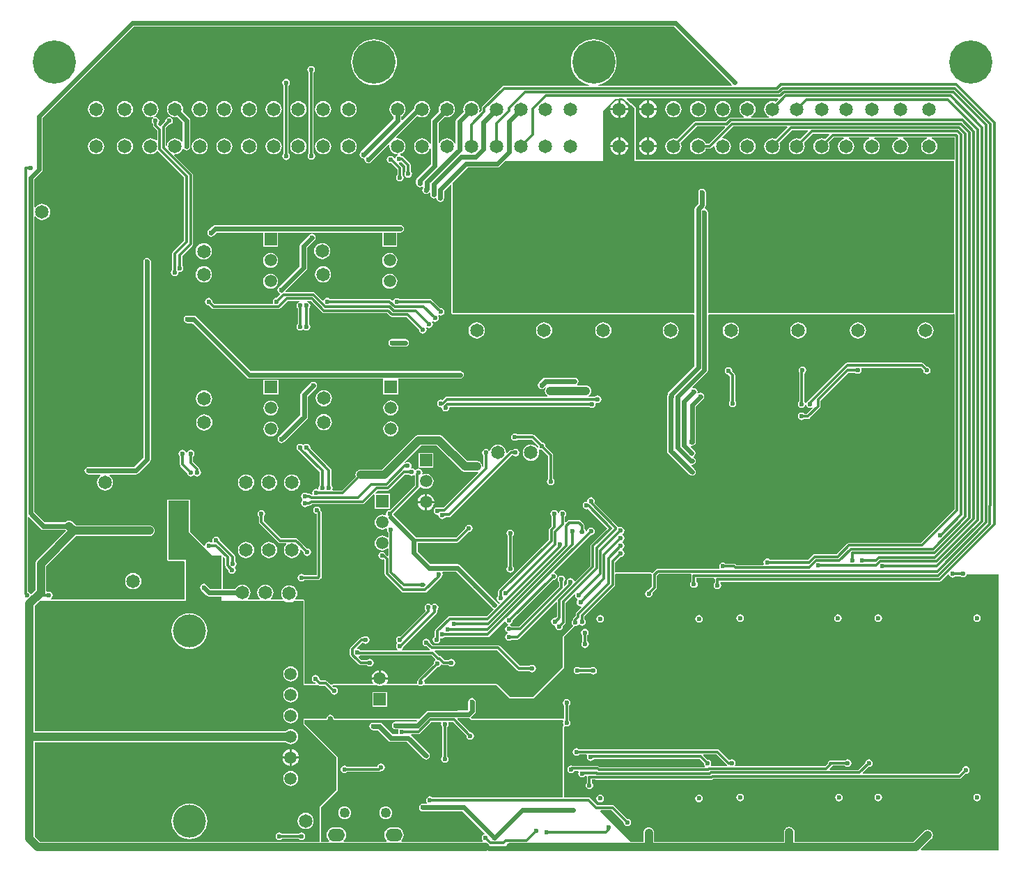
<source format=gbl>
G04*
G04 #@! TF.GenerationSoftware,Altium Limited,Altium Designer,18.1.9 (240)*
G04*
G04 Layer_Physical_Order=2*
G04 Layer_Color=16711680*
%FSLAX25Y25*%
%MOIN*%
G70*
G01*
G75*
%ADD13C,0.02362*%
%ADD124C,0.01181*%
%ADD128C,0.03937*%
%ADD131C,0.04921*%
%ADD132O,0.08071X0.06102*%
%ADD133C,0.05906*%
%ADD134R,0.05906X0.05906*%
%ADD135C,0.06500*%
%ADD136C,0.02362*%
%ADD137C,0.06496*%
%ADD138C,0.20669*%
%ADD139C,0.15748*%
%ADD140C,0.05937*%
G36*
X375571Y401152D02*
X375510Y400859D01*
X375383Y400652D01*
X311574D01*
X311515Y401152D01*
X312874Y401478D01*
X314464Y402137D01*
X315931Y403036D01*
X317240Y404154D01*
X318358Y405462D01*
X319257Y406930D01*
X319916Y408520D01*
X320318Y410194D01*
X320453Y411909D01*
X320318Y413625D01*
X319916Y415299D01*
X319257Y416889D01*
X318358Y418357D01*
X317240Y419665D01*
X315931Y420783D01*
X314464Y421682D01*
X312874Y422341D01*
X311200Y422743D01*
X309484Y422878D01*
X307768Y422743D01*
X306095Y422341D01*
X304505Y421682D01*
X303037Y420783D01*
X301728Y419665D01*
X300611Y418357D01*
X299711Y416889D01*
X299053Y415299D01*
X298651Y413625D01*
X298516Y411909D01*
X298651Y410194D01*
X299053Y408520D01*
X299711Y406930D01*
X300611Y405462D01*
X301728Y404154D01*
X303037Y403036D01*
X304505Y402137D01*
X306095Y401478D01*
X307453Y401152D01*
X307394Y400652D01*
X266523D01*
X266523Y400652D01*
X266058Y400559D01*
X265665Y400296D01*
X265665Y400296D01*
X256228Y390860D01*
X255965Y390466D01*
X255873Y390002D01*
X255873Y390002D01*
Y388692D01*
X255073Y387892D01*
X254649Y388175D01*
X254769Y388464D01*
X254901Y389469D01*
X254769Y390473D01*
X254381Y391409D01*
X253764Y392213D01*
X252960Y392830D01*
X252024Y393217D01*
X251020Y393350D01*
X250015Y393217D01*
X249079Y392830D01*
X248275Y392213D01*
X247658Y391409D01*
X247271Y390473D01*
X247139Y389469D01*
X247271Y388464D01*
X247322Y388339D01*
X243919Y384936D01*
X243525Y384347D01*
X243387Y383652D01*
Y373026D01*
X242887Y372927D01*
X242570Y373693D01*
X241953Y374496D01*
X241149Y375113D01*
X240213Y375501D01*
X239209Y375633D01*
X238204Y375501D01*
X237268Y375113D01*
X236464Y374496D01*
X235847Y373693D01*
X235708Y373356D01*
X235208Y373456D01*
Y382900D01*
X238080Y385771D01*
X238204Y385719D01*
X239209Y385587D01*
X240213Y385719D01*
X241149Y386107D01*
X241953Y386724D01*
X242570Y387528D01*
X242958Y388464D01*
X243090Y389469D01*
X242958Y390473D01*
X242570Y391409D01*
X241953Y392213D01*
X241149Y392830D01*
X240213Y393217D01*
X239209Y393350D01*
X238204Y393217D01*
X237268Y392830D01*
X236464Y392213D01*
X235847Y391409D01*
X235460Y390473D01*
X235327Y389469D01*
X235460Y388464D01*
X235511Y388339D01*
X232108Y384936D01*
X231714Y384347D01*
X231576Y383652D01*
Y373026D01*
X231076Y372927D01*
X230759Y373693D01*
X230142Y374496D01*
X229338Y375113D01*
X228402Y375501D01*
X227398Y375633D01*
X226393Y375501D01*
X225457Y375113D01*
X224653Y374496D01*
X224036Y373693D01*
X223649Y372757D01*
X223516Y371752D01*
X223649Y370747D01*
X224036Y369811D01*
X224653Y369007D01*
X225457Y368391D01*
X226393Y368003D01*
X227398Y367871D01*
X228402Y368003D01*
X229338Y368391D01*
X230142Y369007D01*
X230759Y369811D01*
X231076Y370577D01*
X231576Y370478D01*
Y363235D01*
X225015Y356674D01*
X224622Y356085D01*
X224483Y355390D01*
Y353937D01*
X224622Y353242D01*
X225015Y352653D01*
X225604Y352259D01*
X226299Y352121D01*
X226994Y352259D01*
X227258Y352435D01*
X227761Y352225D01*
X227837Y351861D01*
X227584Y351482D01*
X227446Y350787D01*
X227584Y350093D01*
X227977Y349503D01*
X228567Y349110D01*
X229261Y348971D01*
X229956Y349110D01*
X230546Y349503D01*
X230755Y349713D01*
X231255Y349505D01*
Y348622D01*
X231393Y347927D01*
X231787Y347338D01*
X232376Y346944D01*
X233071Y346806D01*
X233766Y346944D01*
X233872Y347015D01*
X234336Y346724D01*
X234449Y346156D01*
X234842Y345566D01*
X235432Y345173D01*
X236126Y345034D01*
X236821Y345173D01*
X237410Y345566D01*
X237804Y346156D01*
X237942Y346850D01*
Y350295D01*
X241015Y353367D01*
X241476Y353176D01*
Y292134D01*
X241667Y291675D01*
X241667Y291675D01*
X241667Y291675D01*
X242126Y291484D01*
X357329Y291481D01*
X357329Y291481D01*
X357682Y291086D01*
Y266764D01*
X345362Y254444D01*
X344969Y253855D01*
X344830Y253160D01*
Y252705D01*
X344779Y252628D01*
X344641Y251933D01*
Y226102D01*
X344779Y225407D01*
X345173Y224818D01*
X355231Y214759D01*
X355821Y214366D01*
X356516Y214227D01*
X357210Y214366D01*
X357800Y214759D01*
X358193Y215348D01*
X358332Y216043D01*
X358193Y216738D01*
X357800Y217327D01*
X356196Y218931D01*
X356403Y219431D01*
X356497D01*
X357192Y219569D01*
X357781Y219963D01*
X358175Y220552D01*
X358313Y221247D01*
X358175Y221942D01*
X357781Y222531D01*
X357372Y222804D01*
X357331Y223339D01*
X357344Y223379D01*
X357701Y223618D01*
X358095Y224207D01*
X358233Y224902D01*
X358095Y225596D01*
X357701Y226186D01*
X355892Y227995D01*
X356138Y228456D01*
X356417Y228401D01*
X357112Y228539D01*
X357701Y228932D01*
X357808Y229040D01*
X358202Y229629D01*
X358340Y230324D01*
Y247242D01*
X361914Y250816D01*
X362308Y251405D01*
X362446Y252100D01*
X362308Y252795D01*
X361914Y253384D01*
X361325Y253778D01*
X360630Y253916D01*
X359935Y253778D01*
X359573Y253536D01*
X359123Y253836D01*
X359217Y254312D01*
X359079Y255008D01*
X358685Y255597D01*
X358096Y255990D01*
X357401Y256129D01*
X356999Y256048D01*
X356753Y256509D01*
X363744Y263501D01*
X364138Y264090D01*
X364276Y264785D01*
Y291127D01*
X364630Y291480D01*
X481536Y291477D01*
X481751Y291565D01*
X482251Y291269D01*
X482251Y291269D01*
Y198312D01*
X466067Y182129D01*
X431783D01*
X431783Y182129D01*
X431318Y182036D01*
X430924Y181773D01*
X430924Y181773D01*
X425768Y176617D01*
X418697D01*
X418649Y176627D01*
X418649Y176627D01*
X415209D01*
X415209Y176627D01*
X414745Y176534D01*
X414351Y176271D01*
X414351Y176271D01*
X412128Y174048D01*
X393949D01*
X393902Y174119D01*
X393313Y174512D01*
X392618Y174651D01*
X391923Y174512D01*
X391334Y174119D01*
X390940Y173530D01*
X390802Y172835D01*
X390940Y172140D01*
X391034Y171999D01*
X390767Y171499D01*
X377856D01*
X377630Y171724D01*
X377236Y171988D01*
X376772Y172080D01*
X376772Y172080D01*
X372778D01*
X372731Y172150D01*
X372142Y172544D01*
X371447Y172682D01*
X370752Y172544D01*
X370163Y172150D01*
X369770Y171561D01*
X369631Y170866D01*
X369760Y170218D01*
X369740Y170087D01*
X369542Y169718D01*
X340194D01*
X339730Y169625D01*
X339336Y169362D01*
X339336Y169362D01*
X337953Y167980D01*
X337925Y167955D01*
X337543Y167700D01*
X337340Y167784D01*
X337147Y167887D01*
X337115Y167877D01*
X337083Y167890D01*
X320072Y167900D01*
X320071Y167900D01*
X319718Y168294D01*
Y172725D01*
X322358Y175366D01*
X322441Y175349D01*
X323136Y175488D01*
X323725Y175881D01*
X324119Y176470D01*
X324257Y177165D01*
X324119Y177860D01*
X323725Y178449D01*
X323445Y178636D01*
Y179238D01*
X323725Y179425D01*
X324119Y180014D01*
X324257Y180709D01*
X324119Y181404D01*
X323725Y181993D01*
X323384Y182221D01*
X323385Y182808D01*
X323727Y183036D01*
X324121Y183625D01*
X324259Y184320D01*
X324121Y185015D01*
X323727Y185605D01*
X323462Y185782D01*
Y186383D01*
X323727Y186561D01*
X324121Y187150D01*
X324259Y187845D01*
X324121Y188540D01*
X323727Y189129D01*
X323138Y189523D01*
X322443Y189661D01*
X321748Y189523D01*
X321200Y189753D01*
X321198Y189756D01*
X320937Y190147D01*
X320937Y190147D01*
X309787Y201297D01*
X309827Y201358D01*
X309966Y202053D01*
X309827Y202748D01*
X309434Y203337D01*
X308844Y203731D01*
X308150Y203869D01*
X307455Y203731D01*
X306866Y203337D01*
X306472Y202748D01*
X306334Y202053D01*
X305886Y201741D01*
X305360Y201636D01*
X304771Y201243D01*
X304377Y200654D01*
X304239Y199959D01*
X304377Y199264D01*
X304771Y198674D01*
X305360Y198281D01*
X306055Y198143D01*
X306750Y198281D01*
X306811Y198321D01*
X316010Y189122D01*
X308273Y181385D01*
X308009Y180991D01*
X307917Y180526D01*
X307917Y180526D01*
Y171131D01*
X300579Y163793D01*
X300100Y163938D01*
X300072Y164081D01*
X299678Y164670D01*
X299089Y165064D01*
X298394Y165202D01*
X297699Y165064D01*
X297110Y164670D01*
X296717Y164081D01*
X296579Y163386D01*
X296717Y162691D01*
X296813Y162547D01*
X295770Y161503D01*
X295308Y161694D01*
Y163236D01*
X295378Y163283D01*
X295772Y163872D01*
X295910Y164567D01*
X295772Y165262D01*
X295378Y165851D01*
X294789Y166244D01*
X294094Y166383D01*
X293399Y166244D01*
X292810Y165851D01*
X292416Y165262D01*
X292278Y164567D01*
X292416Y163872D01*
X292810Y163283D01*
X292880Y163236D01*
Y161132D01*
X273809Y142061D01*
X270229D01*
X270182Y142131D01*
X269593Y142525D01*
X269166Y142610D01*
Y143119D01*
X269593Y143204D01*
X270182Y143598D01*
X270575Y144187D01*
X270714Y144882D01*
X270697Y144965D01*
X290074Y164342D01*
X290157Y164325D01*
X290852Y164464D01*
X291441Y164857D01*
X291835Y165446D01*
X291973Y166141D01*
X291835Y166836D01*
X291441Y167426D01*
X290852Y167819D01*
X290718Y167846D01*
X290573Y168324D01*
X308067Y185819D01*
X308150Y185802D01*
X308845Y185941D01*
X309434Y186334D01*
X309828Y186923D01*
X309966Y187618D01*
X309828Y188313D01*
X309434Y188902D01*
X308845Y189296D01*
X308150Y189434D01*
X307455Y189296D01*
X306866Y188902D01*
X306472Y188313D01*
X306363Y187764D01*
X306139Y187594D01*
X305662Y187763D01*
X305607Y187818D01*
X305535Y188181D01*
X305141Y188771D01*
X305071Y188818D01*
Y190237D01*
X304979Y190702D01*
X304715Y191096D01*
X304715Y191096D01*
X303221Y192591D01*
X302827Y192854D01*
X302362Y192946D01*
X302362Y192946D01*
X297736D01*
X297736Y192946D01*
X297271Y192854D01*
X296878Y192591D01*
X296198Y191911D01*
X295736Y192103D01*
Y194673D01*
X295807Y194720D01*
X296200Y195309D01*
X296339Y196004D01*
X296200Y196699D01*
X295807Y197288D01*
X295217Y197682D01*
X294523Y197820D01*
X293828Y197682D01*
X293238Y197288D01*
X292845Y196699D01*
X292792Y196432D01*
X292282D01*
X292229Y196699D01*
X291835Y197288D01*
X291246Y197682D01*
X290551Y197820D01*
X289856Y197682D01*
X289267Y197288D01*
X288873Y196699D01*
X288735Y196004D01*
X288873Y195309D01*
X289267Y194720D01*
X289337Y194673D01*
Y190088D01*
X288296Y189047D01*
X288033Y188653D01*
X287941Y188188D01*
X287941Y188188D01*
Y183649D01*
X264102Y159810D01*
X263839Y159417D01*
X263747Y158952D01*
X263747Y158952D01*
Y156843D01*
X263677Y156796D01*
X263283Y156207D01*
X263145Y155512D01*
X263283Y154817D01*
X263677Y154228D01*
X264266Y153834D01*
X264435Y153800D01*
X264580Y153322D01*
X264202Y152944D01*
X263724Y153089D01*
X263708Y153170D01*
X263314Y153759D01*
X254372Y162701D01*
X245710Y171363D01*
X245121Y171756D01*
X244426Y171895D01*
X231364D01*
X225163Y178096D01*
Y182122D01*
X244134D01*
X244134Y182122D01*
X244598Y182214D01*
X244992Y182478D01*
X249691Y187177D01*
X249774Y187160D01*
X250469Y187299D01*
X251058Y187692D01*
X251452Y188281D01*
X251590Y188976D01*
X251452Y189671D01*
X251058Y190261D01*
X250469Y190654D01*
X249774Y190792D01*
X249079Y190654D01*
X248490Y190261D01*
X248096Y189671D01*
X247958Y188976D01*
X247975Y188893D01*
X243631Y184550D01*
X224678D01*
X224631Y184620D01*
X213695Y195556D01*
X213680Y195566D01*
X213767Y196004D01*
X213750Y196087D01*
X225976Y208313D01*
X225976Y208313D01*
X226240Y208707D01*
X226261Y208814D01*
X226497Y208922D01*
X226802Y208970D01*
X227470Y208458D01*
X228334Y208100D01*
X229261Y207978D01*
X230189Y208100D01*
X231053Y208458D01*
X231795Y209028D01*
X232365Y209770D01*
X232723Y210634D01*
X232845Y211561D01*
X232723Y212489D01*
X232365Y213353D01*
X231795Y214095D01*
X231053Y214665D01*
X230189Y215023D01*
X229261Y215145D01*
X228334Y215023D01*
X227807Y214805D01*
X227680Y214880D01*
X227411Y215182D01*
X227524Y215748D01*
X227386Y216443D01*
X226992Y217032D01*
X226403Y217426D01*
X226115Y217483D01*
X225987Y217509D01*
X226034Y217991D01*
X226172Y218009D01*
X226209Y218009D01*
X232814D01*
Y225114D01*
X225709D01*
X225709Y218035D01*
X225709Y218008D01*
X225618Y217546D01*
X225500Y217523D01*
X225013Y217426D01*
X224424Y217032D01*
X224317Y216872D01*
X223716D01*
X223508Y217182D01*
X222919Y217576D01*
X222401Y217679D01*
X222125Y218165D01*
X222150Y218203D01*
X222288Y218898D01*
X222150Y219593D01*
X221757Y220182D01*
X221167Y220575D01*
X220472Y220714D01*
X219777Y220575D01*
X219338Y220282D01*
X219020Y220671D01*
X226861Y228512D01*
X234306D01*
X246030Y216788D01*
X246567Y216376D01*
X247192Y216117D01*
X247862Y216029D01*
X253543D01*
X254009Y216090D01*
X254243Y215617D01*
X237487Y198861D01*
X235450D01*
X235360Y198922D01*
X234665Y199060D01*
X233970Y198922D01*
X233381Y198528D01*
X232987Y197939D01*
X232849Y197244D01*
X232987Y196549D01*
X233381Y195960D01*
X233970Y195566D01*
X234665Y195428D01*
X234754Y195446D01*
X235226Y195101D01*
X235330Y194580D01*
X235723Y193991D01*
X236313Y193597D01*
X237007Y193459D01*
X237702Y193597D01*
X238292Y193991D01*
X238510Y194318D01*
X240237D01*
X240238Y194318D01*
X240702Y194411D01*
X241096Y194674D01*
X270337Y223915D01*
X270842Y223913D01*
X271431Y223519D01*
X272126Y223381D01*
X272821Y223519D01*
X273410Y223913D01*
X273803Y224502D01*
X273942Y225197D01*
X273803Y225892D01*
X273410Y226481D01*
X272821Y226875D01*
X272126Y227013D01*
X271431Y226875D01*
X270842Y226481D01*
X270795Y226411D01*
X269902D01*
X269902Y226411D01*
X269438Y226318D01*
X269044Y226055D01*
X269044Y226055D01*
X267935Y224946D01*
X267630Y225097D01*
X267485Y225203D01*
X267356Y226185D01*
X266968Y227121D01*
X266351Y227925D01*
X265546Y228542D01*
X264610Y228930D01*
X263605Y229063D01*
X262600Y228930D01*
X261663Y228542D01*
X260859Y227925D01*
X260242Y227121D01*
X259887Y226264D01*
X259620Y226178D01*
X259348Y226171D01*
X259141Y226481D01*
X258552Y226875D01*
X257857Y227013D01*
X257162Y226875D01*
X256573Y226481D01*
X256179Y225892D01*
X256041Y225197D01*
X256179Y224502D01*
X256573Y223913D01*
X256643Y223866D01*
Y218430D01*
X256611Y218410D01*
X256338Y218530D01*
X256124Y218696D01*
X256046Y219290D01*
X255787Y219915D01*
X255375Y220451D01*
X254839Y220863D01*
X254214Y221122D01*
X253543Y221210D01*
X248935D01*
X237211Y232934D01*
X236675Y233346D01*
X236050Y233605D01*
X235380Y233693D01*
X225788D01*
X225117Y233605D01*
X224493Y233346D01*
X223956Y232934D01*
X208170Y217148D01*
X198031D01*
X197361Y217060D01*
X196736Y216801D01*
X196200Y216389D01*
X195788Y215853D01*
X195529Y215228D01*
X195441Y214558D01*
X195529Y213887D01*
X195563Y213806D01*
X188867Y207110D01*
X184600D01*
X184365Y207551D01*
X184453Y207684D01*
X184592Y208379D01*
X184453Y209073D01*
X184060Y209663D01*
X183990Y209710D01*
Y216831D01*
X183990Y216831D01*
X183897Y217295D01*
X183634Y217689D01*
X183634Y217689D01*
X173847Y227476D01*
X173863Y227559D01*
X173725Y228254D01*
X173331Y228843D01*
X172742Y229237D01*
X172047Y229375D01*
X171352Y229237D01*
X170763Y228843D01*
X170226Y228939D01*
X169780Y229237D01*
X169085Y229375D01*
X168390Y229237D01*
X167801Y228843D01*
X167407Y228254D01*
X167269Y227559D01*
X167407Y226864D01*
X167801Y226275D01*
X168390Y225881D01*
X168720Y225815D01*
X178412Y216124D01*
Y209599D01*
X178342Y209552D01*
X177948Y208963D01*
X177810Y208268D01*
X177864Y207997D01*
X177414Y207697D01*
X177230Y207819D01*
X176535Y207957D01*
X175840Y207819D01*
X175251Y207425D01*
X174858Y206836D01*
X174720Y206141D01*
X174858Y205446D01*
X174448Y205160D01*
X174370Y205142D01*
X174322Y205190D01*
X173928Y205453D01*
X173464Y205545D01*
X173458Y205544D01*
X172591D01*
X172544Y205614D01*
X171955Y206008D01*
X171260Y206146D01*
X170565Y206008D01*
X169975Y205614D01*
X169582Y205025D01*
X169444Y204330D01*
X169582Y203635D01*
X169975Y203046D01*
X170078Y202978D01*
Y202376D01*
X169917Y202269D01*
X169523Y201679D01*
X169385Y200985D01*
X169523Y200290D01*
X169917Y199700D01*
X170506Y199307D01*
X171201Y199169D01*
X171896Y199307D01*
X172485Y199700D01*
X172559Y199811D01*
X173501Y199840D01*
X173714Y199889D01*
X173928Y199932D01*
X173944Y199942D01*
X173962Y199946D01*
X174140Y200073D01*
X174322Y200195D01*
X174715Y200588D01*
X198956D01*
X198956Y200588D01*
X199420Y200680D01*
X199814Y200943D01*
X204215Y205344D01*
X204715Y205137D01*
Y198416D01*
X211821D01*
Y205521D01*
X205099D01*
X204892Y206021D01*
X206035Y207165D01*
X210976D01*
X210976Y207165D01*
X211440Y207257D01*
X211834Y207520D01*
X218998Y214684D01*
X220893D01*
X220940Y214614D01*
X221529Y214220D01*
X222224Y214082D01*
X222919Y214220D01*
X223404Y214545D01*
X223773Y214420D01*
X223904Y214323D01*
Y209674D01*
X212034Y197803D01*
X211951Y197820D01*
X211256Y197682D01*
X210667Y197288D01*
X210273Y196699D01*
X210135Y196004D01*
X210226Y195544D01*
X209806Y195177D01*
X209195Y195430D01*
X208268Y195552D01*
X207340Y195430D01*
X206476Y195072D01*
X205734Y194502D01*
X205164Y193760D01*
X204806Y192896D01*
X204684Y191969D01*
X204806Y191041D01*
X205164Y190177D01*
X205734Y189435D01*
X206476Y188865D01*
X207340Y188507D01*
X208268Y188385D01*
X209195Y188507D01*
X210059Y188865D01*
X210218Y188987D01*
X210672Y188705D01*
X210595Y188319D01*
X210733Y187625D01*
X211127Y187035D01*
X211197Y186988D01*
Y184741D01*
X210697Y184582D01*
X210059Y185072D01*
X209195Y185430D01*
X208268Y185552D01*
X207340Y185430D01*
X206476Y185072D01*
X205734Y184502D01*
X205164Y183760D01*
X204806Y182896D01*
X204684Y181968D01*
X204806Y181041D01*
X205164Y180177D01*
X205734Y179435D01*
X206476Y178865D01*
X207340Y178507D01*
X208268Y178385D01*
X209195Y178507D01*
X210059Y178865D01*
X210697Y179355D01*
X211197Y179196D01*
Y176015D01*
X210735Y175824D01*
X209812Y176747D01*
X209464Y177268D01*
X208875Y177662D01*
X208180Y177800D01*
X207485Y177662D01*
X206896Y177268D01*
X206502Y176679D01*
X206364Y175984D01*
X206502Y175289D01*
X206896Y174700D01*
X207485Y174306D01*
X208180Y174168D01*
X208828Y174297D01*
X209416Y173710D01*
Y167382D01*
X209416Y167382D01*
X209508Y166918D01*
X209772Y166524D01*
X217606Y158689D01*
X218000Y158426D01*
X218464Y158334D01*
X218464Y158334D01*
X228766D01*
X228767Y158334D01*
X229231Y158426D01*
X229625Y158689D01*
X236219Y165283D01*
X236219Y165283D01*
X236344Y165470D01*
X236645Y165671D01*
X237038Y166260D01*
X237176Y166955D01*
X237038Y167650D01*
X236963Y167763D01*
X237230Y168263D01*
X243674D01*
X251803Y160133D01*
X260746Y151191D01*
X261335Y150797D01*
X261416Y150781D01*
X261561Y150303D01*
X258260Y147001D01*
X240551D01*
X240551Y147001D01*
X240087Y146909D01*
X239693Y146646D01*
X239693Y146645D01*
X233806Y140759D01*
X233543Y140365D01*
X233451Y139901D01*
X233451Y139901D01*
Y139316D01*
X233422Y139171D01*
X233422Y139171D01*
Y137414D01*
X232968Y137111D01*
X232574Y136522D01*
X232436Y135827D01*
X232574Y135132D01*
X232968Y134543D01*
X233557Y134149D01*
X234252Y134011D01*
X234947Y134149D01*
X235536Y134543D01*
X235930Y135132D01*
X236068Y135827D01*
X236012Y136111D01*
X236110Y136242D01*
X236447Y136484D01*
X237007Y136373D01*
X237702Y136511D01*
X238292Y136905D01*
X238338Y136975D01*
X258721D01*
X258721Y136975D01*
X259185Y137067D01*
X259579Y137330D01*
X266715Y144466D01*
X267193Y144321D01*
X267220Y144187D01*
X267614Y143598D01*
X268203Y143204D01*
X268629Y143119D01*
Y142610D01*
X268203Y142525D01*
X267614Y142131D01*
X267220Y141542D01*
X267082Y140847D01*
X267220Y140152D01*
X267614Y139563D01*
X268173Y139190D01*
X268203Y138948D01*
Y138907D01*
X268173Y138665D01*
X267614Y138292D01*
X267220Y137703D01*
X267082Y137008D01*
X267220Y136313D01*
X267614Y135724D01*
X268203Y135330D01*
X268898Y135192D01*
X269593Y135330D01*
X270182Y135724D01*
X270229Y135794D01*
X272991D01*
X272991Y135794D01*
X273456Y135886D01*
X273850Y136150D01*
X291429Y153729D01*
X291891Y153538D01*
Y146840D01*
X291286Y146235D01*
X290935Y146304D01*
X290241Y146166D01*
X289651Y145772D01*
X289258Y145183D01*
X289119Y144488D01*
X289258Y143793D01*
X289651Y143204D01*
X290241Y142810D01*
X290707Y142718D01*
X291122Y142238D01*
X291097Y142116D01*
X291236Y141422D01*
X291629Y140832D01*
X292218Y140439D01*
X292913Y140301D01*
X293608Y140439D01*
X294198Y140832D01*
X294591Y141422D01*
X294729Y142116D01*
X294713Y142199D01*
X295744Y143231D01*
X295744Y143231D01*
X296007Y143625D01*
X296100Y144089D01*
X296100Y144089D01*
Y147462D01*
X296143Y147678D01*
X296100Y147893D01*
Y152475D01*
X296100Y152475D01*
Y153340D01*
X300189Y157429D01*
X300649Y157183D01*
X300603Y156949D01*
X300741Y156254D01*
X301135Y155665D01*
X301677Y155303D01*
X301748Y155123D01*
X301810Y154744D01*
X301472Y154238D01*
X301334Y153543D01*
X301472Y152848D01*
X301866Y152259D01*
X302455Y151866D01*
X303150Y151727D01*
X303247Y151747D01*
X303494Y151286D01*
X301218Y149010D01*
X300955Y148616D01*
X300862Y148152D01*
X300862Y148152D01*
Y147239D01*
X299928Y146305D01*
X299665Y145911D01*
X299573Y145447D01*
X299573Y145447D01*
Y145425D01*
X299503Y145378D01*
X299109Y144789D01*
X298971Y144094D01*
X299109Y143399D01*
X299503Y142810D01*
X299504Y142809D01*
X299553Y142312D01*
X294957Y137716D01*
X294767Y137257D01*
Y122711D01*
X280294Y108238D01*
X269560D01*
X263451Y114347D01*
X262992Y114538D01*
X228924D01*
X228525Y115038D01*
X228588Y115354D01*
X228449Y116049D01*
X228270Y116317D01*
X234563Y122610D01*
X234646Y122593D01*
X235341Y122732D01*
X235930Y123125D01*
X236302Y123683D01*
X236363Y123736D01*
X236404Y123758D01*
X236864Y123867D01*
X237141Y123682D01*
X237606Y123589D01*
X240007D01*
X240054Y123519D01*
X240644Y123125D01*
X241339Y122987D01*
X242034Y123125D01*
X242623Y123519D01*
X243016Y124108D01*
X243155Y124803D01*
X243016Y125498D01*
X242623Y126087D01*
X242034Y126481D01*
X241339Y126619D01*
X240644Y126481D01*
X240054Y126087D01*
X240007Y126017D01*
X238109D01*
X236486Y127639D01*
X236093Y127903D01*
X235628Y127995D01*
X235628Y127995D01*
X235562D01*
X233382Y130176D01*
X233567Y130676D01*
X263277D01*
X272831Y121122D01*
X273225Y120859D01*
X273689Y120766D01*
X273689Y120766D01*
X278747D01*
X278794Y120696D01*
X279383Y120302D01*
X280078Y120164D01*
X280773Y120302D01*
X281362Y120696D01*
X281756Y121285D01*
X281894Y121980D01*
X281756Y122675D01*
X281362Y123264D01*
X280773Y123658D01*
X280078Y123796D01*
X279383Y123658D01*
X278794Y123264D01*
X278747Y123194D01*
X274192D01*
X264638Y132748D01*
X264244Y133011D01*
X263779Y133104D01*
X263779Y133104D01*
X232393D01*
X231219Y134278D01*
X231235Y134361D01*
X231097Y135055D01*
X230703Y135645D01*
X230114Y136038D01*
X229419Y136177D01*
X228724Y136038D01*
X228135Y135645D01*
X227741Y135055D01*
X227603Y134361D01*
X227741Y133666D01*
X228135Y133076D01*
X228724Y132683D01*
X229419Y132545D01*
X229502Y132561D01*
X230900Y131163D01*
X230715Y130663D01*
X217825D01*
X217673Y131163D01*
X218019Y131393D01*
X218412Y131982D01*
X218478Y132312D01*
X234194Y148029D01*
X234194Y148029D01*
X234458Y148423D01*
X234550Y148887D01*
Y149850D01*
X234620Y149897D01*
X235014Y150486D01*
X235152Y151181D01*
X235014Y151876D01*
X234620Y152465D01*
X234031Y152859D01*
X233336Y152997D01*
X232641Y152859D01*
X232052Y152465D01*
X231658D01*
X231069Y152859D01*
X230374Y152997D01*
X229679Y152859D01*
X229090Y152465D01*
X228696Y151876D01*
X228558Y151181D01*
X228696Y150486D01*
X229090Y149897D01*
X228841Y149462D01*
X216817Y137439D01*
X216734Y137455D01*
X216039Y137317D01*
X215450Y136924D01*
X215057Y136334D01*
X214918Y135639D01*
X215057Y134944D01*
X215450Y134355D01*
Y133961D01*
X215057Y133372D01*
X214918Y132677D01*
X215057Y131982D01*
X215450Y131393D01*
X215795Y131163D01*
X215644Y130663D01*
X197840D01*
X197741Y130812D01*
X197152Y131205D01*
X196479Y131339D01*
X196415Y131434D01*
X196244Y131811D01*
X198655Y134222D01*
X199132Y134355D01*
X199721Y133962D01*
X200416Y133823D01*
X201111Y133962D01*
X201700Y134355D01*
X202094Y134944D01*
X202232Y135639D01*
X202094Y136334D01*
X201700Y136924D01*
X201111Y137317D01*
X200416Y137455D01*
X199721Y137317D01*
X199132Y136924D01*
X199085Y136853D01*
X198356D01*
X198356Y136853D01*
X197891Y136761D01*
X197497Y136498D01*
X197497Y136498D01*
X193138Y132138D01*
X192875Y131744D01*
X192782Y131280D01*
X192782Y131280D01*
Y128777D01*
X192782Y128777D01*
X192875Y128312D01*
X192936Y128221D01*
X192964Y128081D01*
X193227Y127687D01*
X194616Y126298D01*
X194616Y126298D01*
X195010Y126034D01*
X195025Y126031D01*
X197111Y123945D01*
X197505Y123681D01*
X197970Y123589D01*
X197970Y123589D01*
X201031D01*
X201078Y123519D01*
X201667Y123125D01*
X202362Y122987D01*
X203057Y123125D01*
X203646Y123519D01*
X204040Y124108D01*
X204178Y124803D01*
X204040Y125498D01*
X203646Y126087D01*
X203057Y126481D01*
X202362Y126619D01*
X201667Y126481D01*
X201078Y126087D01*
X201031Y126017D01*
X198473D01*
X197117Y127372D01*
X197269Y127928D01*
X197728Y128235D01*
X231889D01*
X233642Y126482D01*
X233578Y125838D01*
X233362Y125694D01*
X232968Y125104D01*
X232830Y124409D01*
X232846Y124327D01*
X225913Y117394D01*
X225650Y117000D01*
X225592Y116708D01*
X225488Y116638D01*
X225094Y116049D01*
X224956Y115354D01*
X225019Y115038D01*
X224620Y114538D01*
X210633D01*
X210412Y114986D01*
X210581Y115206D01*
X210979Y116168D01*
X211049Y116700D01*
X207128D01*
X203207D01*
X203277Y116168D01*
X203675Y115206D01*
X203844Y114986D01*
X203623Y114538D01*
X184646D01*
X184527Y114488D01*
X184397D01*
X184306Y114397D01*
X184187Y114347D01*
X183851Y114254D01*
X183604Y114277D01*
X182062Y115819D01*
X181668Y116082D01*
X181203Y116174D01*
X181203Y116174D01*
X178958D01*
X178177Y116955D01*
X178194Y117038D01*
X178056Y117733D01*
X177662Y118322D01*
X177073Y118715D01*
X176378Y118854D01*
X175683Y118715D01*
X175094Y118322D01*
X174700Y117733D01*
X174562Y117038D01*
X174700Y116343D01*
X175094Y115753D01*
X175683Y115360D01*
X176287Y115240D01*
X176437Y115038D01*
X176237Y114586D01*
X176181Y114538D01*
X171147D01*
Y154331D01*
X170957Y154790D01*
X170498Y154980D01*
X167042D01*
X166796Y155480D01*
X167142Y155932D01*
X167530Y156869D01*
X167663Y157874D01*
X167530Y158879D01*
X167142Y159816D01*
X166525Y160620D01*
X165721Y161237D01*
X164785Y161625D01*
X163779Y161757D01*
X162775Y161625D01*
X161838Y161237D01*
X161034Y160620D01*
X160417Y159816D01*
X160029Y158879D01*
X159896Y157874D01*
X160029Y156869D01*
X160417Y155932D01*
X160764Y155480D01*
X160517Y154980D01*
X155180D01*
X155019Y155454D01*
X155108Y155522D01*
X155725Y156326D01*
X156113Y157263D01*
X156245Y158268D01*
X156113Y159273D01*
X155725Y160209D01*
X155108Y161014D01*
X154304Y161631D01*
X153367Y162019D01*
X152362Y162151D01*
X151357Y162019D01*
X150421Y161631D01*
X149616Y161014D01*
X148999Y160209D01*
X148611Y159273D01*
X148479Y158268D01*
X148611Y157263D01*
X148999Y156326D01*
X149616Y155522D01*
X149705Y155454D01*
X149545Y154980D01*
X144156D01*
X143995Y155454D01*
X144084Y155522D01*
X144702Y156326D01*
X145089Y157263D01*
X145222Y158268D01*
X145089Y159273D01*
X144702Y160209D01*
X144084Y161014D01*
X143280Y161631D01*
X142344Y162019D01*
X141339Y162151D01*
X140333Y162019D01*
X139397Y161631D01*
X138593Y161014D01*
X137976Y160209D01*
X137924Y160084D01*
X131949D01*
Y175234D01*
X132449Y175441D01*
X133088Y174802D01*
Y171173D01*
X133088Y171173D01*
X133180Y170709D01*
X133443Y170315D01*
X134642Y169117D01*
X134621Y169012D01*
X134759Y168317D01*
X135153Y167728D01*
X135742Y167334D01*
X136437Y167196D01*
X137132Y167334D01*
X137721Y167728D01*
X138115Y168317D01*
X138253Y169012D01*
X138115Y169707D01*
X137752Y170249D01*
X137824Y170782D01*
X137957Y170872D01*
X138351Y171461D01*
X138489Y172156D01*
X138351Y172851D01*
X137957Y173440D01*
X137887Y173487D01*
Y175466D01*
X137887Y175466D01*
X137795Y175931D01*
X137532Y176325D01*
X137532Y176325D01*
X130586Y183270D01*
X130602Y183353D01*
X130464Y184048D01*
X130070Y184637D01*
X129481Y185031D01*
X128786Y185169D01*
X128091Y185031D01*
X127502Y184637D01*
X127109Y184048D01*
X126970Y183353D01*
X127088Y182762D01*
X126882Y182391D01*
X126772Y182261D01*
X126488Y182218D01*
X126089Y182485D01*
X125394Y182623D01*
X124699Y182485D01*
X124110Y182091D01*
X123716Y181502D01*
X123611Y180975D01*
X123115Y180764D01*
X116398Y187482D01*
X116398Y202175D01*
X116207Y202635D01*
X115748Y202825D01*
X105908Y202825D01*
X105677Y202729D01*
X105449Y202635D01*
X105449Y202635D01*
X105448Y202635D01*
X105354Y202406D01*
X105258Y202175D01*
X105254Y174346D01*
X105254Y174346D01*
X105254Y174346D01*
X105328Y174168D01*
X105444Y173886D01*
X105444Y173886D01*
X105444Y173886D01*
X105798Y173533D01*
X105798Y173533D01*
X105798Y173533D01*
X105979Y173458D01*
X106257Y173343D01*
X106257Y173343D01*
X106257Y173343D01*
X113357D01*
X113710Y172988D01*
X113648Y154980D01*
X49895D01*
X49743Y155480D01*
X50020Y155665D01*
X50414Y156254D01*
X50552Y156949D01*
X50414Y157644D01*
X50020Y158233D01*
X49431Y158627D01*
X48736Y158765D01*
X48041Y158627D01*
X47973Y158581D01*
X47473Y158848D01*
Y170974D01*
X61752Y185254D01*
X96850D01*
X97521Y185342D01*
X98146Y185601D01*
X98682Y186013D01*
X99094Y186549D01*
X99353Y187174D01*
X99441Y187845D01*
X99353Y188515D01*
X99094Y189140D01*
X98682Y189677D01*
X98146Y190088D01*
X97521Y190347D01*
X96850Y190435D01*
X61752D01*
X60190Y191998D01*
X59654Y192410D01*
X59029Y192668D01*
X58358Y192757D01*
X57688Y192668D01*
X57063Y192410D01*
X56526Y191998D01*
X56514Y191982D01*
X46807D01*
X41755Y197033D01*
Y338053D01*
X42255Y338223D01*
X42727Y337609D01*
X43531Y336991D01*
X44467Y336603D01*
X45472Y336471D01*
X46477Y336603D01*
X47414Y336991D01*
X48218Y337609D01*
X48835Y338413D01*
X49223Y339349D01*
X49356Y340354D01*
X49223Y341359D01*
X48835Y342296D01*
X48218Y343100D01*
X47414Y343717D01*
X46477Y344105D01*
X45472Y344238D01*
X44467Y344105D01*
X43531Y343717D01*
X42727Y343100D01*
X42255Y342486D01*
X41755Y342656D01*
Y356006D01*
X45194Y359445D01*
X45588Y360034D01*
X45726Y360729D01*
Y385284D01*
X89335Y428893D01*
X347830D01*
X375571Y401152D01*
D02*
G37*
G36*
X397932Y394200D02*
X396649Y392916D01*
X395922Y393217D01*
X394917Y393350D01*
X393913Y393217D01*
X392977Y392830D01*
X392173Y392213D01*
X391556Y391409D01*
X391168Y390473D01*
X391036Y389469D01*
X391168Y388464D01*
X391556Y387528D01*
X392173Y386724D01*
X392977Y386107D01*
X393272Y385985D01*
X393173Y385485D01*
X384851D01*
X384751Y385985D01*
X385047Y386107D01*
X385851Y386724D01*
X386468Y387528D01*
X386855Y388464D01*
X386987Y389469D01*
X386855Y390473D01*
X386468Y391409D01*
X385851Y392213D01*
X385047Y392830D01*
X384111Y393217D01*
X383106Y393350D01*
X382102Y393217D01*
X381166Y392830D01*
X380362Y392213D01*
X379745Y391409D01*
X379357Y390473D01*
X379225Y389469D01*
X379357Y388464D01*
X379745Y387528D01*
X380362Y386724D01*
X381166Y386107D01*
X381462Y385985D01*
X381362Y385485D01*
X375018D01*
X375018Y385485D01*
X374554Y385392D01*
X374160Y385129D01*
X374160Y385129D01*
X372734Y383704D01*
X358411D01*
X358411Y383704D01*
X357946Y383611D01*
X357553Y383348D01*
X357553Y383348D01*
X349405Y375200D01*
X348678Y375501D01*
X347673Y375633D01*
X346669Y375501D01*
X345733Y375113D01*
X344929Y374496D01*
X344312Y373693D01*
X343924Y372757D01*
X343792Y371752D01*
X343924Y370747D01*
X344312Y369811D01*
X344929Y369007D01*
X345733Y368391D01*
X346669Y368003D01*
X347673Y367871D01*
X348678Y368003D01*
X349614Y368391D01*
X350418Y369007D01*
X351034Y369811D01*
X351422Y370747D01*
X351554Y371752D01*
X351422Y372757D01*
X351121Y373483D01*
X358914Y381276D01*
X372172D01*
X372363Y380814D01*
X364515Y372966D01*
X363146D01*
X362845Y373693D01*
X362229Y374496D01*
X361425Y375113D01*
X360489Y375501D01*
X359484Y375633D01*
X358480Y375501D01*
X357544Y375113D01*
X356740Y374496D01*
X356123Y373693D01*
X355735Y372757D01*
X355603Y371752D01*
X355735Y370747D01*
X356123Y369811D01*
X356740Y369007D01*
X357544Y368391D01*
X358480Y368003D01*
X359484Y367871D01*
X360489Y368003D01*
X361425Y368391D01*
X362229Y369007D01*
X362845Y369811D01*
X363146Y370538D01*
X365018D01*
X365018Y370538D01*
X365483Y370631D01*
X365877Y370894D01*
X366967Y371984D01*
X367272Y371834D01*
X367417Y371727D01*
X367546Y370747D01*
X367934Y369811D01*
X368551Y369007D01*
X369355Y368391D01*
X370291Y368003D01*
X371295Y367871D01*
X372300Y368003D01*
X373236Y368391D01*
X374040Y369007D01*
X374657Y369811D01*
X375044Y370747D01*
X375177Y371752D01*
X375044Y372757D01*
X374657Y373693D01*
X374040Y374496D01*
X373236Y375113D01*
X372300Y375501D01*
X371320Y375630D01*
X371214Y375775D01*
X371063Y376080D01*
X376259Y381276D01*
X402071D01*
X402263Y380814D01*
X396649Y375200D01*
X395922Y375501D01*
X394917Y375633D01*
X393913Y375501D01*
X392977Y375113D01*
X392173Y374496D01*
X391556Y373693D01*
X391168Y372757D01*
X391036Y371752D01*
X391168Y370747D01*
X391556Y369811D01*
X392173Y369007D01*
X392977Y368391D01*
X393913Y368003D01*
X394917Y367871D01*
X395922Y368003D01*
X396858Y368391D01*
X397662Y369007D01*
X398279Y369811D01*
X398666Y370747D01*
X398798Y371752D01*
X398666Y372757D01*
X398365Y373483D01*
X404377Y379495D01*
X412101D01*
X412292Y379033D01*
X408460Y375200D01*
X407733Y375501D01*
X406728Y375633D01*
X405724Y375501D01*
X404788Y375113D01*
X403984Y374496D01*
X403367Y373693D01*
X402979Y372757D01*
X402847Y371752D01*
X402979Y370747D01*
X403367Y369811D01*
X403984Y369007D01*
X404788Y368391D01*
X405724Y368003D01*
X406728Y367871D01*
X407733Y368003D01*
X408669Y368391D01*
X409473Y369007D01*
X410090Y369811D01*
X410477Y370747D01*
X410610Y371752D01*
X410477Y372757D01*
X410176Y373483D01*
X414407Y377714D01*
X422131D01*
X422323Y377252D01*
X420271Y375200D01*
X419544Y375501D01*
X418539Y375633D01*
X417535Y375501D01*
X416599Y375113D01*
X415795Y374496D01*
X415178Y373693D01*
X414790Y372757D01*
X414658Y371752D01*
X414790Y370747D01*
X415178Y369811D01*
X415795Y369007D01*
X416599Y368391D01*
X417535Y368003D01*
X418539Y367871D01*
X419544Y368003D01*
X420480Y368391D01*
X421284Y369007D01*
X421901Y369811D01*
X422288Y370747D01*
X422421Y371752D01*
X422288Y372757D01*
X421987Y373483D01*
X424437Y375933D01*
X429081D01*
X429181Y375433D01*
X428410Y375113D01*
X427606Y374496D01*
X426989Y373693D01*
X426601Y372757D01*
X426469Y371752D01*
X426601Y370747D01*
X426989Y369811D01*
X427606Y369007D01*
X428410Y368391D01*
X429346Y368003D01*
X430350Y367871D01*
X431355Y368003D01*
X432291Y368391D01*
X433095Y369007D01*
X433712Y369811D01*
X434099Y370747D01*
X434232Y371752D01*
X434099Y372757D01*
X433712Y373693D01*
X433095Y374496D01*
X432291Y375113D01*
X431520Y375433D01*
X431619Y375933D01*
X441286D01*
X441386Y375433D01*
X440615Y375113D01*
X439811Y374496D01*
X439194Y373693D01*
X438806Y372757D01*
X438674Y371752D01*
X438806Y370747D01*
X439194Y369811D01*
X439811Y369007D01*
X440615Y368391D01*
X441551Y368003D01*
X442555Y367871D01*
X443560Y368003D01*
X444496Y368391D01*
X445299Y369007D01*
X445916Y369811D01*
X446304Y370747D01*
X446436Y371752D01*
X446304Y372757D01*
X445916Y373693D01*
X445299Y374496D01*
X444496Y375113D01*
X443725Y375433D01*
X443824Y375933D01*
X455066D01*
X455165Y375433D01*
X454394Y375113D01*
X453590Y374496D01*
X452973Y373693D01*
X452586Y372757D01*
X452453Y371752D01*
X452586Y370747D01*
X452973Y369811D01*
X453590Y369007D01*
X454394Y368391D01*
X455330Y368003D01*
X456335Y367871D01*
X457339Y368003D01*
X458275Y368391D01*
X459079Y369007D01*
X459696Y369811D01*
X460084Y370747D01*
X460216Y371752D01*
X460084Y372757D01*
X459696Y373693D01*
X459079Y374496D01*
X458275Y375113D01*
X457504Y375433D01*
X457604Y375933D01*
X468845D01*
X468945Y375433D01*
X468174Y375113D01*
X467370Y374496D01*
X466753Y373693D01*
X466365Y372757D01*
X466233Y371752D01*
X466365Y370747D01*
X466753Y369811D01*
X467370Y369007D01*
X468174Y368391D01*
X469110Y368003D01*
X470114Y367871D01*
X471119Y368003D01*
X472055Y368391D01*
X472859Y369007D01*
X473475Y369811D01*
X473863Y370747D01*
X473995Y371752D01*
X473863Y372757D01*
X473475Y373693D01*
X472859Y374496D01*
X472055Y375113D01*
X471284Y375433D01*
X471383Y375933D01*
X482251D01*
Y365458D01*
X481890Y365216D01*
X329783D01*
X329783Y389960D01*
X329771Y389989D01*
X329781Y390019D01*
X329678Y390215D01*
X329593Y390420D01*
X329564Y390431D01*
X329550Y390459D01*
X325072Y394192D01*
X325243Y394662D01*
X397741D01*
X397932Y394200D01*
D02*
G37*
G36*
X323757Y394443D02*
X329134Y389960D01*
X329134Y364567D01*
X481890D01*
Y292480D01*
X481536Y292126D01*
X364276Y292130D01*
Y340158D01*
X364138Y340852D01*
X363744Y341442D01*
X363155Y341835D01*
X362884Y341889D01*
X362745Y342192D01*
X362703Y342435D01*
X363055Y342963D01*
X363194Y343658D01*
Y349606D01*
X363055Y350301D01*
X362662Y350890D01*
X362073Y351284D01*
X361378Y351422D01*
X360683Y351284D01*
X360093Y350890D01*
X359700Y350301D01*
X359562Y349606D01*
Y344410D01*
X358214Y343062D01*
X357820Y342473D01*
X357682Y341778D01*
Y292484D01*
X357329Y292130D01*
X242126Y292134D01*
Y354479D01*
X249217Y361570D01*
X263367D01*
X264061Y361708D01*
X264651Y362102D01*
X267116Y364567D01*
X314173D01*
X314094Y364646D01*
Y388696D01*
X319816Y394405D01*
X323389Y394567D01*
X323757Y394443D01*
D02*
G37*
G36*
X44771Y188882D02*
X45360Y188488D01*
X46055Y188350D01*
X56514D01*
X56526Y188334D01*
X57016Y187845D01*
X43050Y173879D01*
X42638Y173343D01*
X42380Y172718D01*
X42291Y172047D01*
Y159550D01*
X40351Y157609D01*
X39931Y157737D01*
X39846Y157812D01*
X39473Y158371D01*
X38884Y158764D01*
X38781Y158785D01*
Y194218D01*
X39243Y194409D01*
X44771Y188882D01*
D02*
G37*
G36*
X115748Y187213D02*
X127087Y175874D01*
X131299D01*
Y160084D01*
X126035D01*
X124119Y162001D01*
X123530Y162394D01*
X122835Y162532D01*
X122140Y162394D01*
X121551Y162001D01*
X121157Y161411D01*
X121019Y160716D01*
X121157Y160021D01*
X121551Y159432D01*
X123999Y156984D01*
X124588Y156590D01*
X125283Y156452D01*
X131299D01*
Y154370D01*
X131283Y154331D01*
X161416D01*
X161636Y154162D01*
X162670Y153733D01*
X163779Y153587D01*
X164889Y153733D01*
X165923Y154162D01*
X166143Y154331D01*
X170498D01*
Y113756D01*
X170629Y113888D01*
X177917D01*
X177990Y113839D01*
X178455Y113747D01*
X178455Y113747D01*
X180701D01*
X183504Y110943D01*
X183585Y110536D01*
X183979Y109947D01*
X184568Y109553D01*
X185263Y109415D01*
X185958Y109553D01*
X186547Y109947D01*
X186941Y110536D01*
X187079Y111231D01*
X186941Y111925D01*
X186547Y112515D01*
X185958Y112908D01*
X185263Y113047D01*
X184905Y112975D01*
X184455Y113426D01*
X184646Y113888D01*
X205839D01*
X206201Y113738D01*
X207128Y113616D01*
X208055Y113738D01*
X208417Y113888D01*
X225760D01*
X226077Y113677D01*
X226772Y113538D01*
X227467Y113677D01*
X227783Y113888D01*
X244481D01*
X262992D01*
X269291Y107589D01*
X280563D01*
X295417Y122442D01*
Y137257D01*
X300496Y142336D01*
X300787Y142278D01*
X301482Y142417D01*
X302071Y142810D01*
X302084Y142830D01*
X302692Y142840D01*
X303162Y142525D01*
X303857Y142387D01*
X304552Y142525D01*
X305141Y142919D01*
X305535Y143508D01*
X305673Y144203D01*
X305535Y144898D01*
X305141Y145487D01*
X305071Y145534D01*
Y146911D01*
D01*
X319362Y161202D01*
X319362Y161202D01*
X319625Y161596D01*
X319718Y162061D01*
X319718Y162061D01*
Y166897D01*
X320072Y167250D01*
X337083Y167241D01*
X337369Y166893D01*
X337369Y166893D01*
Y161327D01*
X335606Y159564D01*
X335134Y159470D01*
X334545Y159076D01*
X334151Y158487D01*
X334013Y157792D01*
X334151Y157097D01*
X334545Y156508D01*
X335134Y156115D01*
X335829Y155976D01*
X336524Y156115D01*
X337113Y156508D01*
X337507Y157097D01*
X337645Y157792D01*
X337582Y158107D01*
X339441Y159966D01*
X339704Y160360D01*
X339796Y160824D01*
X339796Y160824D01*
Y166390D01*
X340646Y167239D01*
X356025Y167230D01*
X356325Y166730D01*
X356266Y166434D01*
Y163730D01*
X356196Y163683D01*
X355803Y163093D01*
X355664Y162399D01*
X355803Y161704D01*
X356196Y161114D01*
X356785Y160721D01*
X357480Y160582D01*
X358175Y160721D01*
X358764Y161114D01*
X359158Y161704D01*
X359296Y162399D01*
X359158Y163093D01*
X358764Y163683D01*
X358694Y163730D01*
Y165221D01*
X367102D01*
X367510Y164721D01*
X367496Y164653D01*
Y163142D01*
X367426Y163095D01*
X367033Y162506D01*
X366894Y161811D01*
X367033Y161116D01*
X367426Y160527D01*
X368015Y160133D01*
X368710Y159995D01*
X369405Y160133D01*
X369994Y160527D01*
X370388Y161116D01*
X370526Y161811D01*
X370388Y162506D01*
X370098Y162940D01*
X370303Y163421D01*
X370320Y163440D01*
X475083D01*
X475083Y163440D01*
X475548Y163532D01*
X475941Y163795D01*
X478991Y166845D01*
X479534Y166680D01*
X479557Y166563D01*
X479951Y165974D01*
X480540Y165580D01*
X481235Y165442D01*
X481930Y165580D01*
X482519Y165974D01*
X482609Y166109D01*
X484889D01*
X484936Y166039D01*
X485525Y165645D01*
X486220Y165507D01*
X486914Y165645D01*
X487504Y166039D01*
X487897Y166628D01*
X488003Y167158D01*
X503311Y167150D01*
Y35055D01*
X466340D01*
X466149Y35517D01*
X471123Y40491D01*
X471535Y41027D01*
X471794Y41652D01*
X471882Y42323D01*
X471794Y42993D01*
X471535Y43618D01*
X471123Y44155D01*
X470587Y44566D01*
X469962Y44825D01*
X469291Y44913D01*
X468621Y44825D01*
X467996Y44566D01*
X467459Y44155D01*
X462470Y39165D01*
X405679D01*
Y43639D01*
X405591Y44310D01*
X405332Y44935D01*
X404920Y45471D01*
X404384Y45883D01*
X403759Y46142D01*
X403088Y46230D01*
X402418Y46142D01*
X401793Y45883D01*
X401256Y45471D01*
X400845Y44935D01*
X400586Y44310D01*
X400498Y43639D01*
Y39165D01*
X338417D01*
Y43443D01*
X338329Y44113D01*
X338070Y44738D01*
X337659Y45275D01*
X337122Y45686D01*
X336497Y45945D01*
X335827Y46033D01*
X335156Y45945D01*
X334531Y45686D01*
X333995Y45275D01*
X333583Y44738D01*
X333324Y44113D01*
X333236Y43443D01*
Y39165D01*
X327370D01*
X312809Y53726D01*
X313001Y54188D01*
X318012D01*
X323791Y48409D01*
X323775Y48326D01*
X323913Y47631D01*
X324306Y47042D01*
X324896Y46649D01*
X325590Y46510D01*
X326286Y46649D01*
X326875Y47042D01*
X327268Y47631D01*
X327407Y48326D01*
X327268Y49021D01*
X326875Y49610D01*
X326286Y50004D01*
X325590Y50142D01*
X325508Y50126D01*
X319373Y56260D01*
X318980Y56523D01*
X318515Y56616D01*
X318515Y56616D01*
X311264D01*
X309341Y58539D01*
X309322Y58558D01*
X307967Y59913D01*
X307573Y60177D01*
X307108Y60269D01*
X307108Y60269D01*
X295417D01*
Y94039D01*
X295917Y94311D01*
X296504Y94195D01*
X297199Y94333D01*
X297788Y94727D01*
X298181Y95316D01*
X298320Y96011D01*
X298181Y96706D01*
X297788Y97295D01*
X297717Y97342D01*
Y98117D01*
Y104191D01*
X297788Y104238D01*
X298181Y104827D01*
X298320Y105522D01*
X298181Y106217D01*
X297788Y106806D01*
X297199Y107200D01*
X296504Y107338D01*
X295917Y107221D01*
D01*
X295809Y107200D01*
X295219Y106806D01*
X294826Y106217D01*
X294688Y105522D01*
X294826Y104827D01*
X295219Y104238D01*
X295290Y104191D01*
Y98117D01*
X250843D01*
X250691Y98617D01*
X250890Y98751D01*
X252465Y100325D01*
X252859Y100915D01*
X252997Y101610D01*
Y106062D01*
X252859Y106757D01*
X252465Y107346D01*
X251876Y107740D01*
X251181Y107878D01*
X250486Y107740D01*
X249897Y107346D01*
X249503Y106757D01*
X249365Y106062D01*
Y102362D01*
X248854Y101851D01*
X244257D01*
X244177Y101835D01*
X230464D01*
X229769Y101697D01*
X229180Y101303D01*
X225994Y98117D01*
X185263D01*
X185142Y98726D01*
X184748Y99316D01*
X184159Y99709D01*
X183464Y99847D01*
X182769Y99709D01*
X182180Y99316D01*
X181787Y98726D01*
X181665Y98117D01*
X170498D01*
Y95236D01*
X178332Y87402D01*
X186221Y79513D01*
Y63779D01*
X178347Y55905D01*
Y39165D01*
X44420D01*
X41961Y41624D01*
Y86789D01*
X161990D01*
X162676Y86262D01*
X163544Y85903D01*
X164476Y85780D01*
X165407Y85903D01*
X166275Y86262D01*
X167021Y86834D01*
X167593Y87580D01*
X167952Y88448D01*
X168075Y89379D01*
X167952Y90311D01*
X167593Y91179D01*
X167021Y91924D01*
X166275Y92496D01*
X165407Y92856D01*
X164476Y92979D01*
X163544Y92856D01*
X162676Y92496D01*
X161990Y91970D01*
X41961D01*
Y151892D01*
X44399Y154331D01*
X114649D01*
X114296Y154685D01*
X114363Y173992D01*
X106257D01*
X105904Y174346D01*
X105908Y202175D01*
X115748Y202175D01*
X115748Y187213D01*
D02*
G37*
G36*
X183906Y99097D02*
X184280Y98847D01*
X184530Y98473D01*
X184626Y97991D01*
X184731Y97833D01*
X184804Y97658D01*
X184865Y97633D01*
X184902Y97577D01*
X185088Y97540D01*
X185263Y97468D01*
X224692D01*
X224883Y97006D01*
X224520Y96643D01*
X214744D01*
X214049Y96505D01*
X213460Y96111D01*
X213067Y95522D01*
X212928Y94827D01*
X213067Y94132D01*
X213460Y93543D01*
X214049Y93149D01*
X214744Y93011D01*
X215898D01*
X216134Y92570D01*
X216039Y92427D01*
X215900Y91732D01*
X216029Y91086D01*
X216005Y90951D01*
X215810Y90586D01*
X213229D01*
X208220Y95595D01*
X207630Y95989D01*
X206935Y96127D01*
X203937D01*
X203242Y95989D01*
X202653Y95595D01*
X202259Y95006D01*
X202121Y94311D01*
X202259Y93616D01*
X202653Y93027D01*
X203242Y92633D01*
X203937Y92495D01*
X206183D01*
X211192Y87486D01*
X211782Y87092D01*
X212477Y86954D01*
X220000D01*
X227977Y78977D01*
X228567Y78583D01*
X229261Y78445D01*
X229956Y78583D01*
X230546Y78977D01*
X230939Y79566D01*
X231077Y80261D01*
X230939Y80956D01*
X230546Y81545D01*
X222072Y90018D01*
X222088Y90170D01*
X222242Y90518D01*
X225532D01*
X225532Y90518D01*
X225996Y90611D01*
X226390Y90874D01*
X231949Y96433D01*
X236290D01*
X236496Y96048D01*
X236503Y95933D01*
X236373Y95275D01*
X236511Y94581D01*
X236905Y93991D01*
X236975Y93944D01*
Y80071D01*
X236905Y80024D01*
X236511Y79435D01*
X236373Y78740D01*
X236511Y78045D01*
X236905Y77456D01*
X237494Y77062D01*
X238189Y76924D01*
X238884Y77062D01*
X239473Y77456D01*
X239867Y78045D01*
X240005Y78740D01*
X239867Y79435D01*
X239473Y80024D01*
X239402Y80072D01*
Y93944D01*
X239473Y93991D01*
X239866Y94581D01*
X240005Y95275D01*
X239874Y95933D01*
X239881Y96048D01*
X240087Y96433D01*
X242007D01*
X248594Y89846D01*
X248577Y89764D01*
X248715Y89069D01*
X249109Y88480D01*
X249698Y88086D01*
X250393Y87948D01*
X251088Y88086D01*
X251677Y88480D01*
X252071Y89069D01*
X252209Y89764D01*
X252071Y90459D01*
X251677Y91048D01*
X251088Y91441D01*
X250393Y91580D01*
X250310Y91563D01*
X244117Y97756D01*
X244278Y98120D01*
X244362Y98219D01*
X249606D01*
X250103Y98318D01*
X250221Y97929D01*
X250322Y97806D01*
X250383Y97658D01*
X250474Y97621D01*
X250536Y97545D01*
X250695Y97529D01*
X250843Y97468D01*
X294734D01*
X295001Y96968D01*
X294826Y96706D01*
X294688Y96011D01*
X294826Y95316D01*
X294968Y95103D01*
X295006Y94966D01*
X294957Y94498D01*
X294794Y94223D01*
X294804Y94128D01*
X294767Y94039D01*
Y60269D01*
X232433D01*
X232386Y60339D01*
X231797Y60733D01*
X231102Y60871D01*
X230407Y60733D01*
X229818Y60339D01*
X229425Y59750D01*
X229286Y59055D01*
X229425Y58360D01*
X229780Y57828D01*
X229715Y57578D01*
X229582Y57328D01*
X227756D01*
X227061Y57190D01*
X226472Y56796D01*
X226078Y56207D01*
X225940Y55512D01*
X226078Y54817D01*
X226472Y54228D01*
X227061Y53834D01*
X227756Y53696D01*
X246647D01*
X257226Y43116D01*
X257081Y42638D01*
X257004Y42623D01*
X256415Y42229D01*
X256022Y41640D01*
X255883Y40945D01*
X256022Y40250D01*
X256415Y39661D01*
X256257Y39165D01*
X217531D01*
X217361Y39665D01*
X217486Y39761D01*
X218071Y40524D01*
X218439Y41412D01*
X218564Y42365D01*
X218439Y43318D01*
X218071Y44206D01*
X217486Y44969D01*
X216723Y45554D01*
X215835Y45922D01*
X214882Y46048D01*
X212913D01*
X211960Y45922D01*
X211072Y45554D01*
X210309Y44969D01*
X209724Y44206D01*
X209356Y43318D01*
X209230Y42365D01*
X209356Y41412D01*
X209724Y40524D01*
X210309Y39761D01*
X210434Y39665D01*
X210264Y39165D01*
X189972D01*
X189802Y39665D01*
X189927Y39761D01*
X190512Y40524D01*
X190880Y41412D01*
X191005Y42365D01*
X190880Y43318D01*
X190512Y44206D01*
X189927Y44969D01*
X189164Y45554D01*
X188276Y45922D01*
X187323Y46048D01*
X185354D01*
X184401Y45922D01*
X183513Y45554D01*
X182750Y44969D01*
X182165Y44206D01*
X181797Y43318D01*
X181671Y42365D01*
X181797Y41412D01*
X182165Y40524D01*
X182750Y39761D01*
X182875Y39665D01*
X182705Y39165D01*
X178996D01*
Y55637D01*
X186680Y63320D01*
X186870Y63779D01*
Y79513D01*
X186680Y79972D01*
X178791Y87861D01*
X178791Y87861D01*
X171147Y95505D01*
Y97468D01*
X181665D01*
X181840Y97540D01*
X182026Y97577D01*
X182063Y97633D01*
X182125Y97658D01*
X182197Y97833D01*
X182302Y97991D01*
X182398Y98473D01*
X182648Y98847D01*
X183023Y99097D01*
X183464Y99185D01*
X183906Y99097D01*
D02*
G37*
%LPC*%
G36*
X204366Y422878D02*
X202650Y422743D01*
X200977Y422341D01*
X199387Y421682D01*
X197919Y420783D01*
X196610Y419665D01*
X195492Y418357D01*
X194593Y416889D01*
X193935Y415299D01*
X193533Y413625D01*
X193398Y411909D01*
X193533Y410194D01*
X193935Y408520D01*
X194593Y406930D01*
X195492Y405462D01*
X196610Y404154D01*
X197919Y403036D01*
X199387Y402137D01*
X200977Y401478D01*
X202650Y401076D01*
X204366Y400941D01*
X206082Y401076D01*
X207756Y401478D01*
X209346Y402137D01*
X210813Y403036D01*
X212122Y404154D01*
X213240Y405462D01*
X214139Y406930D01*
X214798Y408520D01*
X215199Y410194D01*
X215335Y411909D01*
X215199Y413625D01*
X214798Y415299D01*
X214139Y416889D01*
X213240Y418357D01*
X212122Y419665D01*
X210813Y420783D01*
X209346Y421682D01*
X207756Y422341D01*
X206082Y422743D01*
X204366Y422878D01*
D02*
G37*
G36*
X192161Y393350D02*
X191157Y393217D01*
X190221Y392830D01*
X189417Y392213D01*
X188800Y391409D01*
X188412Y390473D01*
X188280Y389469D01*
X188412Y388464D01*
X188800Y387528D01*
X189417Y386724D01*
X190221Y386107D01*
X191157Y385719D01*
X192161Y385587D01*
X193166Y385719D01*
X194102Y386107D01*
X194906Y386724D01*
X195523Y387528D01*
X195910Y388464D01*
X196043Y389469D01*
X195910Y390473D01*
X195523Y391409D01*
X194906Y392213D01*
X194102Y392830D01*
X193166Y393217D01*
X192161Y393350D01*
D02*
G37*
G36*
X179957D02*
X178952Y393217D01*
X178016Y392830D01*
X177212Y392213D01*
X176595Y391409D01*
X176208Y390473D01*
X176075Y389469D01*
X176208Y388464D01*
X176595Y387528D01*
X177212Y386724D01*
X178016Y386107D01*
X178952Y385719D01*
X179957Y385587D01*
X180961Y385719D01*
X181897Y386107D01*
X182701Y386724D01*
X183318Y387528D01*
X183706Y388464D01*
X183838Y389469D01*
X183706Y390473D01*
X183318Y391409D01*
X182701Y392213D01*
X181897Y392830D01*
X180961Y393217D01*
X179957Y393350D01*
D02*
G37*
G36*
X168146D02*
X167141Y393217D01*
X166205Y392830D01*
X165401Y392213D01*
X164784Y391409D01*
X164397Y390473D01*
X164264Y389469D01*
X164397Y388464D01*
X164784Y387528D01*
X165401Y386724D01*
X166205Y386107D01*
X167141Y385719D01*
X168146Y385587D01*
X169150Y385719D01*
X170086Y386107D01*
X170890Y386724D01*
X171507Y387528D01*
X171895Y388464D01*
X172027Y389469D01*
X171895Y390473D01*
X171507Y391409D01*
X170890Y392213D01*
X170086Y392830D01*
X169150Y393217D01*
X168146Y393350D01*
D02*
G37*
G36*
X156335D02*
X155330Y393217D01*
X154394Y392830D01*
X153590Y392213D01*
X152973Y391409D01*
X152586Y390473D01*
X152453Y389469D01*
X152586Y388464D01*
X152973Y387528D01*
X153590Y386724D01*
X154394Y386107D01*
X155330Y385719D01*
X156335Y385587D01*
X157339Y385719D01*
X158275Y386107D01*
X159079Y386724D01*
X159696Y387528D01*
X160084Y388464D01*
X160216Y389469D01*
X160084Y390473D01*
X159696Y391409D01*
X159079Y392213D01*
X158275Y392830D01*
X157339Y393217D01*
X156335Y393350D01*
D02*
G37*
G36*
X144524D02*
X143519Y393217D01*
X142583Y392830D01*
X141779Y392213D01*
X141162Y391409D01*
X140775Y390473D01*
X140642Y389469D01*
X140775Y388464D01*
X141162Y387528D01*
X141779Y386724D01*
X142583Y386107D01*
X143519Y385719D01*
X144524Y385587D01*
X145528Y385719D01*
X146464Y386107D01*
X147268Y386724D01*
X147885Y387528D01*
X148273Y388464D01*
X148405Y389469D01*
X148273Y390473D01*
X147885Y391409D01*
X147268Y392213D01*
X146464Y392830D01*
X145528Y393217D01*
X144524Y393350D01*
D02*
G37*
G36*
X132713D02*
X131708Y393217D01*
X130772Y392830D01*
X129968Y392213D01*
X129351Y391409D01*
X128964Y390473D01*
X128831Y389469D01*
X128964Y388464D01*
X129351Y387528D01*
X129968Y386724D01*
X130772Y386107D01*
X131708Y385719D01*
X132713Y385587D01*
X133717Y385719D01*
X134653Y386107D01*
X135457Y386724D01*
X136074Y387528D01*
X136462Y388464D01*
X136594Y389469D01*
X136462Y390473D01*
X136074Y391409D01*
X135457Y392213D01*
X134653Y392830D01*
X133717Y393217D01*
X132713Y393350D01*
D02*
G37*
G36*
X120902D02*
X119897Y393217D01*
X118961Y392830D01*
X118157Y392213D01*
X117540Y391409D01*
X117153Y390473D01*
X117020Y389469D01*
X117153Y388464D01*
X117540Y387528D01*
X118157Y386724D01*
X118961Y386107D01*
X119897Y385719D01*
X120902Y385587D01*
X121906Y385719D01*
X122842Y386107D01*
X123646Y386724D01*
X124263Y387528D01*
X124651Y388464D01*
X124783Y389469D01*
X124651Y390473D01*
X124263Y391409D01*
X123646Y392213D01*
X122842Y392830D01*
X121906Y393217D01*
X120902Y393350D01*
D02*
G37*
G36*
X85075D02*
X84070Y393217D01*
X83134Y392830D01*
X82330Y392213D01*
X81714Y391409D01*
X81326Y390473D01*
X81194Y389469D01*
X81326Y388464D01*
X81714Y387528D01*
X82330Y386724D01*
X83134Y386107D01*
X84070Y385719D01*
X85075Y385587D01*
X86079Y385719D01*
X87015Y386107D01*
X87819Y386724D01*
X88436Y387528D01*
X88824Y388464D01*
X88956Y389469D01*
X88824Y390473D01*
X88436Y391409D01*
X87819Y392213D01*
X87015Y392830D01*
X86079Y393217D01*
X85075Y393350D01*
D02*
G37*
G36*
X71295D02*
X70291Y393217D01*
X69355Y392830D01*
X68551Y392213D01*
X67934Y391409D01*
X67546Y390473D01*
X67414Y389469D01*
X67546Y388464D01*
X67934Y387528D01*
X68551Y386724D01*
X69355Y386107D01*
X70291Y385719D01*
X71295Y385587D01*
X72300Y385719D01*
X73236Y386107D01*
X74040Y386724D01*
X74656Y387528D01*
X75044Y388464D01*
X75177Y389469D01*
X75044Y390473D01*
X74656Y391409D01*
X74040Y392213D01*
X73236Y392830D01*
X72300Y393217D01*
X71295Y393350D01*
D02*
G37*
G36*
X227398D02*
X226393Y393217D01*
X225457Y392830D01*
X224653Y392213D01*
X224036Y391409D01*
X223649Y390473D01*
X223576Y389924D01*
X217903Y384250D01*
X217403Y384457D01*
Y386056D01*
X217527Y386107D01*
X218331Y386724D01*
X218948Y387528D01*
X219336Y388464D01*
X219468Y389469D01*
X219336Y390473D01*
X218948Y391409D01*
X218331Y392213D01*
X217527Y392830D01*
X216591Y393217D01*
X215587Y393350D01*
X214582Y393217D01*
X213646Y392830D01*
X212842Y392213D01*
X212225Y391409D01*
X211838Y390473D01*
X211705Y389469D01*
X211838Y388464D01*
X212225Y387528D01*
X212842Y386724D01*
X213646Y386107D01*
X213771Y386056D01*
Y384843D01*
X197929Y369001D01*
X197535Y368411D01*
X197397Y367717D01*
X197535Y367022D01*
X197929Y366432D01*
X198518Y366039D01*
X199213Y365901D01*
X199453Y365948D01*
X199806Y365595D01*
X199759Y365354D01*
X199897Y364659D01*
X200290Y364070D01*
X200880Y363676D01*
X201574Y363538D01*
X202269Y363676D01*
X202859Y364070D01*
X211301Y372512D01*
X211775Y372279D01*
X211705Y371752D01*
X211838Y370747D01*
X212225Y369811D01*
X212842Y369007D01*
X213646Y368391D01*
X214582Y368003D01*
X215545Y367876D01*
X215602Y367715D01*
X215634Y367380D01*
X215114Y367032D01*
X214720Y366443D01*
X214655Y366115D01*
X214102Y365866D01*
X213893Y365993D01*
X213882Y366049D01*
X213489Y366638D01*
X212899Y367031D01*
X212204Y367170D01*
X211509Y367031D01*
X210920Y366638D01*
X210527Y366049D01*
X210388Y365354D01*
X210527Y364659D01*
X210920Y364070D01*
X211509Y363676D01*
X212204Y363538D01*
X212615Y363619D01*
X215521Y360714D01*
Y358050D01*
X215450Y358003D01*
X215057Y357413D01*
X214918Y356718D01*
X215057Y356024D01*
X215450Y355434D01*
X216039Y355041D01*
X216734Y354903D01*
X217429Y355041D01*
X218019Y355434D01*
X218412Y356024D01*
X218550Y356718D01*
X218412Y357413D01*
X218019Y358003D01*
X217948Y358050D01*
Y361217D01*
X217948Y361217D01*
X217856Y361682D01*
X217593Y362075D01*
X216208Y363460D01*
X216342Y363793D01*
X216436Y363940D01*
X217093Y364070D01*
X217443Y364305D01*
X219455Y362293D01*
Y359841D01*
X219385Y359794D01*
X218991Y359205D01*
X218853Y358510D01*
X218991Y357815D01*
X219385Y357226D01*
X219974Y356832D01*
X220669Y356694D01*
X221364Y356832D01*
X221953Y357226D01*
X222347Y357815D01*
X222485Y358510D01*
X222347Y359205D01*
X221953Y359794D01*
X221883Y359841D01*
Y362795D01*
X221791Y363260D01*
X221528Y363654D01*
X221528Y363654D01*
X218575Y366606D01*
X218181Y366869D01*
X217731Y366959D01*
X217682Y367032D01*
X217093Y367426D01*
X216867Y367471D01*
X216824Y367563D01*
X217069Y368201D01*
X217527Y368391D01*
X218331Y369007D01*
X218948Y369811D01*
X219336Y370747D01*
X219468Y371752D01*
X219336Y372757D01*
X218948Y373693D01*
X218331Y374496D01*
X217527Y375113D01*
X216591Y375501D01*
X215587Y375633D01*
X215060Y375564D01*
X214826Y376037D01*
X225140Y386351D01*
X225457Y386107D01*
X226393Y385719D01*
X227398Y385587D01*
X228402Y385719D01*
X229338Y386107D01*
X230142Y386724D01*
X230759Y387528D01*
X231147Y388464D01*
X231279Y389469D01*
X231147Y390473D01*
X230759Y391409D01*
X230142Y392213D01*
X229338Y392830D01*
X228402Y393217D01*
X227398Y393350D01*
D02*
G37*
G36*
X109091D02*
X108086Y393217D01*
X107150Y392830D01*
X106346Y392213D01*
X105729Y391409D01*
X105342Y390473D01*
X105209Y389469D01*
X105342Y388464D01*
X105729Y387528D01*
X106346Y386724D01*
X107150Y386107D01*
X108086Y385719D01*
X109091Y385587D01*
X110095Y385719D01*
X110220Y385771D01*
X112751Y383240D01*
Y374124D01*
X112251Y373954D01*
X111835Y374496D01*
X111031Y375113D01*
X110095Y375501D01*
X109091Y375633D01*
X108086Y375501D01*
X107150Y375113D01*
X106346Y374496D01*
X105729Y373693D01*
X105342Y372757D01*
X105262Y372151D01*
X104724Y371897D01*
X104713Y371904D01*
Y380556D01*
X106216Y382059D01*
X106299Y382042D01*
X106994Y382181D01*
X107583Y382574D01*
X107977Y383163D01*
X108115Y383858D01*
X107977Y384553D01*
X107583Y385142D01*
X106994Y385536D01*
X106299Y385674D01*
X105604Y385536D01*
X105015Y385142D01*
X104622Y384553D01*
X104483Y383858D01*
X104500Y383775D01*
X102641Y381917D01*
X102385Y381534D01*
X102377Y381523D01*
X101838Y381374D01*
X101117Y382096D01*
X100989Y382574D01*
X101383Y383163D01*
X101521Y383858D01*
X101383Y384553D01*
X100989Y385142D01*
X100400Y385536D01*
X99705Y385674D01*
X99275Y385589D01*
X99129Y386070D01*
X99220Y386107D01*
X100024Y386724D01*
X100641Y387528D01*
X101029Y388464D01*
X101161Y389469D01*
X101029Y390473D01*
X100641Y391409D01*
X100024Y392213D01*
X99220Y392830D01*
X98284Y393217D01*
X97280Y393350D01*
X96275Y393217D01*
X95339Y392830D01*
X94535Y392213D01*
X93918Y391409D01*
X93530Y390473D01*
X93398Y389469D01*
X93530Y388464D01*
X93918Y387528D01*
X94535Y386724D01*
X95339Y386107D01*
X96275Y385719D01*
X97280Y385587D01*
X98284Y385719D01*
X98548Y385829D01*
X98785Y385386D01*
X98421Y385142D01*
X98027Y384553D01*
X97889Y383858D01*
X98027Y383163D01*
X98421Y382574D01*
X98491Y382527D01*
Y381791D01*
X98491Y381791D01*
X98583Y381327D01*
X98846Y380933D01*
X100504Y379275D01*
Y374648D01*
X100182Y374539D01*
X100004Y374512D01*
X99220Y375113D01*
X98284Y375501D01*
X97280Y375633D01*
X96275Y375501D01*
X95339Y375113D01*
X94535Y374496D01*
X93918Y373693D01*
X93530Y372757D01*
X93398Y371752D01*
X93530Y370747D01*
X93918Y369811D01*
X94535Y369007D01*
X95339Y368391D01*
X96275Y368003D01*
X97280Y367871D01*
X98284Y368003D01*
X99220Y368391D01*
X100024Y369007D01*
X100271Y369330D01*
X100835Y369348D01*
X100891Y369317D01*
X113353Y356855D01*
Y326487D01*
X108101Y321235D01*
X107838Y320841D01*
X107746Y320377D01*
X107746Y320377D01*
Y314416D01*
X107736Y314368D01*
X107736Y314368D01*
Y312742D01*
X107676Y312701D01*
X107282Y312112D01*
X107144Y311417D01*
X107282Y310722D01*
X107676Y310133D01*
X108265Y309740D01*
X108960Y309601D01*
X109654Y309740D01*
X110244Y310133D01*
X110637Y310722D01*
X110728Y311178D01*
X111212Y311592D01*
X111322Y311570D01*
X112017Y311708D01*
X112606Y312102D01*
X112999Y312691D01*
X113138Y313386D01*
X112999Y314081D01*
X112606Y314670D01*
X112536Y314717D01*
Y319274D01*
X117394Y324132D01*
X117394Y324132D01*
X117657Y324526D01*
X117749Y324991D01*
Y357908D01*
X117657Y358373D01*
X117394Y358767D01*
X117394Y358767D01*
X108718Y367442D01*
X108939Y367891D01*
X109091Y367871D01*
X110095Y368003D01*
X111031Y368391D01*
X111835Y369007D01*
X112452Y369811D01*
X112682Y370368D01*
X113247Y370424D01*
X113283Y370369D01*
X113872Y369976D01*
X114567Y369838D01*
X115262Y369976D01*
X115851Y370369D01*
X116245Y370959D01*
X116383Y371654D01*
Y383992D01*
X116245Y384687D01*
X115851Y385276D01*
X112788Y388339D01*
X112839Y388464D01*
X112972Y389469D01*
X112839Y390473D01*
X112452Y391409D01*
X111835Y392213D01*
X111031Y392830D01*
X110095Y393217D01*
X109091Y393350D01*
D02*
G37*
G36*
X192161Y375633D02*
X191157Y375501D01*
X190221Y375113D01*
X189417Y374496D01*
X188800Y373693D01*
X188412Y372757D01*
X188280Y371752D01*
X188412Y370747D01*
X188800Y369811D01*
X189417Y369007D01*
X190221Y368391D01*
X191157Y368003D01*
X192161Y367871D01*
X193166Y368003D01*
X194102Y368391D01*
X194906Y369007D01*
X195523Y369811D01*
X195910Y370747D01*
X196043Y371752D01*
X195910Y372757D01*
X195523Y373693D01*
X194906Y374496D01*
X194102Y375113D01*
X193166Y375501D01*
X192161Y375633D01*
D02*
G37*
G36*
X179957D02*
X178952Y375501D01*
X178016Y375113D01*
X177212Y374496D01*
X176595Y373693D01*
X176208Y372757D01*
X176075Y371752D01*
X176208Y370747D01*
X176595Y369811D01*
X177212Y369007D01*
X178016Y368391D01*
X178952Y368003D01*
X179957Y367871D01*
X180961Y368003D01*
X181897Y368391D01*
X182701Y369007D01*
X183318Y369811D01*
X183706Y370747D01*
X183838Y371752D01*
X183706Y372757D01*
X183318Y373693D01*
X182701Y374496D01*
X181897Y375113D01*
X180961Y375501D01*
X179957Y375633D01*
D02*
G37*
G36*
X168146D02*
X167141Y375501D01*
X166205Y375113D01*
X165401Y374496D01*
X164784Y373693D01*
X164397Y372757D01*
X164264Y371752D01*
X164397Y370747D01*
X164784Y369811D01*
X165401Y369007D01*
X166205Y368391D01*
X167141Y368003D01*
X168146Y367871D01*
X169150Y368003D01*
X170086Y368391D01*
X170890Y369007D01*
X171507Y369811D01*
X171895Y370747D01*
X172027Y371752D01*
X171895Y372757D01*
X171507Y373693D01*
X170890Y374496D01*
X170086Y375113D01*
X169150Y375501D01*
X168146Y375633D01*
D02*
G37*
G36*
X156335D02*
X155330Y375501D01*
X154394Y375113D01*
X153590Y374496D01*
X152973Y373693D01*
X152586Y372757D01*
X152453Y371752D01*
X152586Y370747D01*
X152973Y369811D01*
X153590Y369007D01*
X154394Y368391D01*
X155330Y368003D01*
X156335Y367871D01*
X157339Y368003D01*
X158275Y368391D01*
X159079Y369007D01*
X159696Y369811D01*
X160084Y370747D01*
X160216Y371752D01*
X160084Y372757D01*
X159696Y373693D01*
X159079Y374496D01*
X158275Y375113D01*
X157339Y375501D01*
X156335Y375633D01*
D02*
G37*
G36*
X144524D02*
X143519Y375501D01*
X142583Y375113D01*
X141779Y374496D01*
X141162Y373693D01*
X140775Y372757D01*
X140642Y371752D01*
X140775Y370747D01*
X141162Y369811D01*
X141779Y369007D01*
X142583Y368391D01*
X143519Y368003D01*
X144524Y367871D01*
X145528Y368003D01*
X146464Y368391D01*
X147268Y369007D01*
X147885Y369811D01*
X148273Y370747D01*
X148405Y371752D01*
X148273Y372757D01*
X147885Y373693D01*
X147268Y374496D01*
X146464Y375113D01*
X145528Y375501D01*
X144524Y375633D01*
D02*
G37*
G36*
X132713D02*
X131708Y375501D01*
X130772Y375113D01*
X129968Y374496D01*
X129351Y373693D01*
X128964Y372757D01*
X128831Y371752D01*
X128964Y370747D01*
X129351Y369811D01*
X129968Y369007D01*
X130772Y368391D01*
X131708Y368003D01*
X132713Y367871D01*
X133717Y368003D01*
X134653Y368391D01*
X135457Y369007D01*
X136074Y369811D01*
X136462Y370747D01*
X136594Y371752D01*
X136462Y372757D01*
X136074Y373693D01*
X135457Y374496D01*
X134653Y375113D01*
X133717Y375501D01*
X132713Y375633D01*
D02*
G37*
G36*
X120902D02*
X119897Y375501D01*
X118961Y375113D01*
X118157Y374496D01*
X117540Y373693D01*
X117153Y372757D01*
X117020Y371752D01*
X117153Y370747D01*
X117540Y369811D01*
X118157Y369007D01*
X118961Y368391D01*
X119897Y368003D01*
X120902Y367871D01*
X121906Y368003D01*
X122842Y368391D01*
X123646Y369007D01*
X124263Y369811D01*
X124651Y370747D01*
X124783Y371752D01*
X124651Y372757D01*
X124263Y373693D01*
X123646Y374496D01*
X122842Y375113D01*
X121906Y375501D01*
X120902Y375633D01*
D02*
G37*
G36*
X85075D02*
X84070Y375501D01*
X83134Y375113D01*
X82330Y374496D01*
X81714Y373693D01*
X81326Y372757D01*
X81194Y371752D01*
X81326Y370747D01*
X81714Y369811D01*
X82330Y369007D01*
X83134Y368391D01*
X84070Y368003D01*
X85075Y367871D01*
X86079Y368003D01*
X87015Y368391D01*
X87819Y369007D01*
X88436Y369811D01*
X88824Y370747D01*
X88956Y371752D01*
X88824Y372757D01*
X88436Y373693D01*
X87819Y374496D01*
X87015Y375113D01*
X86079Y375501D01*
X85075Y375633D01*
D02*
G37*
G36*
X71295D02*
X70291Y375501D01*
X69355Y375113D01*
X68551Y374496D01*
X67934Y373693D01*
X67546Y372757D01*
X67414Y371752D01*
X67546Y370747D01*
X67934Y369811D01*
X68551Y369007D01*
X69355Y368391D01*
X70291Y368003D01*
X71295Y367871D01*
X72300Y368003D01*
X73236Y368391D01*
X74040Y369007D01*
X74656Y369811D01*
X75044Y370747D01*
X75177Y371752D01*
X75044Y372757D01*
X74656Y373693D01*
X74040Y374496D01*
X73236Y375113D01*
X72300Y375501D01*
X71295Y375633D01*
D02*
G37*
G36*
X174213Y410084D02*
X173518Y409945D01*
X172929Y409552D01*
X172535Y408963D01*
X172397Y408268D01*
X172535Y407573D01*
X172929Y406984D01*
X172999Y406937D01*
Y368221D01*
X172732Y367821D01*
X172593Y367126D01*
X172732Y366431D01*
X173125Y365842D01*
X173714Y365448D01*
X174409Y365310D01*
X175104Y365448D01*
X175694Y365842D01*
X176087Y366431D01*
X176225Y367126D01*
X176087Y367821D01*
X175694Y368410D01*
X175479Y368553D01*
X175465Y368575D01*
X175426Y368613D01*
Y406937D01*
X175497Y406984D01*
X175890Y407573D01*
X176029Y408268D01*
X175890Y408963D01*
X175497Y409552D01*
X174908Y409945D01*
X174213Y410084D01*
D02*
G37*
G36*
X162205Y403981D02*
X161510Y403843D01*
X160921Y403449D01*
X160527Y402860D01*
X160389Y402165D01*
X160527Y401470D01*
X160921Y400881D01*
X160991Y400834D01*
Y368260D01*
X160921Y368213D01*
X160527Y367624D01*
X160389Y366929D01*
X160527Y366234D01*
X160921Y365645D01*
X161510Y365251D01*
X162205Y365113D01*
X162900Y365251D01*
X163489Y365645D01*
X163883Y366234D01*
X164021Y366929D01*
X163883Y367624D01*
X163489Y368213D01*
X163419Y368260D01*
Y400834D01*
X163489Y400881D01*
X163883Y401470D01*
X164021Y402165D01*
X163883Y402860D01*
X163489Y403449D01*
X162900Y403843D01*
X162205Y403981D01*
D02*
G37*
G36*
X216910Y334027D02*
X128274D01*
X127579Y333888D01*
X126989Y333495D01*
X125094Y331599D01*
X124700Y331010D01*
X124562Y330315D01*
X124700Y329620D01*
X125094Y329031D01*
X125683Y328637D01*
X126378Y328499D01*
X127073Y328637D01*
X127662Y329031D01*
X129026Y330395D01*
X151329D01*
Y323666D01*
X158434D01*
Y330395D01*
X208357D01*
Y323658D01*
X215462D01*
Y330395D01*
X216910D01*
X217604Y330533D01*
X218194Y330926D01*
X218587Y331516D01*
X218725Y332211D01*
X218587Y332906D01*
X218194Y333495D01*
X217604Y333888D01*
X216910Y334027D01*
D02*
G37*
G36*
X179528Y325484D02*
X178523Y325351D01*
X177586Y324963D01*
X176782Y324346D01*
X176165Y323542D01*
X175777Y322605D01*
X175644Y321600D01*
X175777Y320595D01*
X176165Y319659D01*
X176782Y318854D01*
X177586Y318237D01*
X178523Y317849D01*
X179528Y317717D01*
X180533Y317849D01*
X181469Y318237D01*
X182273Y318854D01*
X182890Y319659D01*
X183279Y320595D01*
X183411Y321600D01*
X183279Y322605D01*
X182890Y323542D01*
X182273Y324346D01*
X181469Y324963D01*
X180533Y325351D01*
X179528Y325484D01*
D02*
G37*
G36*
X122835Y325385D02*
X121830Y325253D01*
X120893Y324865D01*
X120089Y324248D01*
X119472Y323444D01*
X119084Y322507D01*
X118951Y321502D01*
X119084Y320497D01*
X119472Y319560D01*
X120089Y318756D01*
X120893Y318139D01*
X121830Y317751D01*
X122835Y317619D01*
X123840Y317751D01*
X124776Y318139D01*
X125581Y318756D01*
X126198Y319560D01*
X126585Y320497D01*
X126718Y321502D01*
X126585Y322507D01*
X126198Y323444D01*
X125581Y324248D01*
X124776Y324865D01*
X123840Y325253D01*
X122835Y325385D01*
D02*
G37*
G36*
X154882Y320802D02*
X153954Y320680D01*
X153090Y320322D01*
X152348Y319752D01*
X151778Y319010D01*
X151420Y318146D01*
X151298Y317218D01*
X151420Y316291D01*
X151778Y315427D01*
X152348Y314685D01*
X153090Y314115D01*
X153954Y313757D01*
X154882Y313635D01*
X155809Y313757D01*
X156673Y314115D01*
X157415Y314685D01*
X157985Y315427D01*
X158343Y316291D01*
X158465Y317218D01*
X158343Y318146D01*
X157985Y319010D01*
X157415Y319752D01*
X156673Y320322D01*
X155809Y320680D01*
X154882Y320802D01*
D02*
G37*
G36*
X211910Y320794D02*
X210982Y320672D01*
X210118Y320314D01*
X209376Y319744D01*
X208806Y319002D01*
X208448Y318138D01*
X208326Y317211D01*
X208448Y316283D01*
X208806Y315419D01*
X209376Y314677D01*
X210118Y314107D01*
X210982Y313749D01*
X211910Y313627D01*
X212837Y313749D01*
X213701Y314107D01*
X214443Y314677D01*
X215013Y315419D01*
X215371Y316283D01*
X215493Y317211D01*
X215371Y318138D01*
X215013Y319002D01*
X214443Y319744D01*
X213701Y320314D01*
X212837Y320672D01*
X211910Y320794D01*
D02*
G37*
G36*
X122893Y314369D02*
X121888Y314237D01*
X120952Y313849D01*
X120148Y313232D01*
X119530Y312428D01*
X119142Y311491D01*
X119010Y310486D01*
X119142Y309481D01*
X119530Y308544D01*
X120148Y307740D01*
X120952Y307123D01*
X121888Y306735D01*
X122893Y306603D01*
X123898Y306735D01*
X124835Y307123D01*
X125639Y307740D01*
X126256Y308544D01*
X126644Y309481D01*
X126777Y310486D01*
X126644Y311491D01*
X126256Y312428D01*
X125639Y313232D01*
X124835Y313849D01*
X123898Y314237D01*
X122893Y314369D01*
D02*
G37*
G36*
X179921Y314362D02*
X178916Y314229D01*
X177980Y313841D01*
X177175Y313224D01*
X176558Y312420D01*
X176170Y311483D01*
X176038Y310478D01*
X176170Y309473D01*
X176558Y308537D01*
X177175Y307732D01*
X177980Y307115D01*
X178916Y306727D01*
X179921Y306595D01*
X180926Y306727D01*
X181863Y307115D01*
X182667Y307732D01*
X183284Y308537D01*
X183672Y309473D01*
X183805Y310478D01*
X183672Y311483D01*
X183284Y312420D01*
X182667Y313224D01*
X181863Y313841D01*
X180926Y314229D01*
X179921Y314362D01*
D02*
G37*
G36*
X154882Y310802D02*
X153954Y310680D01*
X153090Y310322D01*
X152348Y309752D01*
X151778Y309010D01*
X151420Y308146D01*
X151298Y307218D01*
X151420Y306291D01*
X151778Y305427D01*
X152348Y304685D01*
X153090Y304115D01*
X153954Y303757D01*
X154882Y303635D01*
X155809Y303757D01*
X156673Y304115D01*
X157415Y304685D01*
X157985Y305427D01*
X158343Y306291D01*
X158465Y307218D01*
X158343Y308146D01*
X157985Y309010D01*
X157415Y309752D01*
X156673Y310322D01*
X155809Y310680D01*
X154882Y310802D01*
D02*
G37*
G36*
X211910Y310794D02*
X210982Y310672D01*
X210118Y310314D01*
X209376Y309744D01*
X208806Y309002D01*
X208448Y308138D01*
X208326Y307211D01*
X208448Y306283D01*
X208806Y305419D01*
X209376Y304677D01*
X210118Y304107D01*
X210982Y303749D01*
X211910Y303627D01*
X212837Y303749D01*
X213701Y304107D01*
X214443Y304677D01*
X215013Y305419D01*
X215371Y306283D01*
X215493Y307211D01*
X215371Y308138D01*
X215013Y309002D01*
X214443Y309744D01*
X213701Y310314D01*
X212837Y310672D01*
X211910Y310794D01*
D02*
G37*
G36*
X174606Y329867D02*
X173911Y329729D01*
X173322Y329335D01*
X169238Y325251D01*
X168844Y324662D01*
X168706Y323967D01*
Y314445D01*
X158598Y304337D01*
X158204Y303747D01*
X158066Y303052D01*
X158204Y302358D01*
X158598Y301768D01*
X159155Y301396D01*
X159231Y301309D01*
X159358Y300891D01*
X157760Y299293D01*
X157677Y299310D01*
X156982Y299172D01*
X156393Y298778D01*
X155999Y298189D01*
X155861Y297494D01*
X155992Y296836D01*
X155984Y296722D01*
X155778Y296336D01*
X128052D01*
X126996Y297392D01*
X127013Y297474D01*
X126875Y298169D01*
X126481Y298759D01*
X125892Y299152D01*
X125197Y299290D01*
X124502Y299152D01*
X123913Y298759D01*
X123519Y298169D01*
X123381Y297474D01*
X123519Y296779D01*
X123913Y296190D01*
X124502Y295797D01*
X125197Y295658D01*
X125280Y295675D01*
X126690Y294264D01*
X126690Y294264D01*
X127084Y294001D01*
X127549Y293909D01*
X158660D01*
X158660Y293909D01*
X159124Y294001D01*
X159518Y294264D01*
X163062Y297808D01*
X168760D01*
X168790Y297785D01*
X168751Y297358D01*
X168714Y297260D01*
X168390Y297195D01*
X167801Y296802D01*
X167407Y296213D01*
X167269Y295518D01*
X167407Y294823D01*
X167801Y294234D01*
X167871Y294187D01*
Y286756D01*
X167801Y286709D01*
X167407Y286120D01*
X167269Y285425D01*
X167407Y284730D01*
X167801Y284141D01*
X168390Y283747D01*
X169085Y283609D01*
X169780Y283747D01*
X170369Y284141D01*
X170763D01*
X171352Y283747D01*
X172047Y283609D01*
X172742Y283747D01*
X173331Y284141D01*
X173725Y284730D01*
X173863Y285425D01*
X173725Y286120D01*
X173331Y286709D01*
X173261Y286756D01*
Y294187D01*
X173331Y294234D01*
X173725Y294823D01*
X173863Y295518D01*
X173725Y296213D01*
X173331Y296802D01*
X172742Y297195D01*
X172418Y297260D01*
X172381Y297358D01*
X172343Y297785D01*
X172372Y297808D01*
X173986D01*
X179552Y292243D01*
X179552Y292243D01*
X179946Y291979D01*
X180411Y291887D01*
X180411Y291887D01*
X210597D01*
X211979Y290505D01*
X211979Y290505D01*
X212373Y290242D01*
X212837Y290149D01*
X219793D01*
X225878Y284065D01*
X225861Y283982D01*
X225999Y283287D01*
X226393Y282698D01*
X226982Y282304D01*
X227677Y282166D01*
X228372Y282304D01*
X228961Y282698D01*
X229355Y283287D01*
X229493Y283982D01*
X229355Y284677D01*
X229236Y284855D01*
X229597Y285215D01*
X230014Y284936D01*
X230709Y284798D01*
X231404Y284936D01*
X231993Y285330D01*
X232386Y285919D01*
X232525Y286614D01*
X232386Y287309D01*
X232110Y287723D01*
X232101Y287737D01*
X232461Y288097D01*
X232468Y288093D01*
X232802Y287869D01*
X233497Y287731D01*
X234192Y287869D01*
X234781Y288263D01*
X235175Y288852D01*
X235313Y289547D01*
X235175Y290242D01*
X234894Y290663D01*
X235254Y291023D01*
X235525Y290842D01*
X236221Y290704D01*
X236915Y290842D01*
X237505Y291236D01*
X237898Y291825D01*
X238036Y292520D01*
X237898Y293215D01*
X237505Y293804D01*
X236915Y294197D01*
X236221Y294336D01*
X236138Y294319D01*
X232301Y298155D01*
X231908Y298419D01*
X231443Y298511D01*
X231443Y298511D01*
X216626D01*
X216579Y298581D01*
X215990Y298975D01*
X215295Y299113D01*
X214600Y298975D01*
X214011Y298581D01*
X213639Y298024D01*
X213552Y297948D01*
X213134Y297821D01*
X212602Y298353D01*
X212209Y298616D01*
X211744Y298708D01*
X211744Y298708D01*
X183221D01*
X183174Y298779D01*
X182585Y299172D01*
X181890Y299310D01*
X181195Y299172D01*
X180606Y298779D01*
X180233Y298221D01*
X180147Y298145D01*
X179728Y298018D01*
X176085Y301661D01*
X175691Y301925D01*
X175227Y302017D01*
X175227Y302017D01*
X162068D01*
X161876Y302479D01*
X171806Y312409D01*
X172200Y312998D01*
X172338Y313693D01*
Y323215D01*
X175890Y326767D01*
X176284Y327356D01*
X176422Y328051D01*
X176284Y328746D01*
X175890Y329335D01*
X175301Y329729D01*
X174606Y329867D01*
D02*
G37*
G36*
X314094Y287623D02*
X313089Y287491D01*
X312153Y287103D01*
X311349Y286486D01*
X310731Y285682D01*
X310343Y284745D01*
X310211Y283740D01*
X310343Y282735D01*
X310731Y281799D01*
X311349Y280994D01*
X312153Y280377D01*
X313089Y279989D01*
X314094Y279857D01*
X315099Y279989D01*
X316036Y280377D01*
X316840Y280994D01*
X317457Y281799D01*
X317845Y282735D01*
X317977Y283740D01*
X317845Y284745D01*
X317457Y285682D01*
X316840Y286486D01*
X316036Y287103D01*
X315099Y287491D01*
X314094Y287623D01*
D02*
G37*
G36*
X468267Y287576D02*
X467262Y287444D01*
X466326Y287056D01*
X465522Y286439D01*
X464904Y285635D01*
X464516Y284698D01*
X464384Y283693D01*
X464516Y282688D01*
X464904Y281752D01*
X465522Y280947D01*
X466326Y280330D01*
X467262Y279942D01*
X468267Y279810D01*
X469273Y279942D01*
X470209Y280330D01*
X471013Y280947D01*
X471630Y281752D01*
X472018Y282688D01*
X472151Y283693D01*
X472018Y284698D01*
X471630Y285635D01*
X471013Y286439D01*
X470209Y287056D01*
X469273Y287444D01*
X468267Y287576D01*
D02*
G37*
G36*
X435984Y287576D02*
X434979Y287443D01*
X434042Y287055D01*
X433238Y286438D01*
X432621Y285634D01*
X432233Y284697D01*
X432101Y283692D01*
X432233Y282687D01*
X432621Y281751D01*
X433238Y280946D01*
X434042Y280329D01*
X434979Y279941D01*
X435984Y279809D01*
X436989Y279941D01*
X437925Y280329D01*
X438730Y280946D01*
X439347Y281751D01*
X439735Y282687D01*
X439867Y283692D01*
X439735Y284697D01*
X439347Y285634D01*
X438730Y286438D01*
X437925Y287055D01*
X436989Y287443D01*
X435984Y287576D01*
D02*
G37*
G36*
X285767Y287560D02*
X284762Y287428D01*
X283826Y287040D01*
X283021Y286423D01*
X282404Y285619D01*
X282016Y284682D01*
X281884Y283677D01*
X282016Y282672D01*
X282404Y281736D01*
X283021Y280931D01*
X283826Y280314D01*
X284762Y279926D01*
X285767Y279794D01*
X286772Y279926D01*
X287709Y280314D01*
X288513Y280931D01*
X289130Y281736D01*
X289518Y282672D01*
X289651Y283677D01*
X289518Y284682D01*
X289130Y285619D01*
X288513Y286423D01*
X287709Y287040D01*
X286772Y287428D01*
X285767Y287560D01*
D02*
G37*
G36*
X407441Y287545D02*
X406436Y287412D01*
X405499Y287024D01*
X404695Y286407D01*
X404078Y285603D01*
X403690Y284666D01*
X403557Y283661D01*
X403690Y282656D01*
X404078Y281720D01*
X404695Y280916D01*
X405499Y280298D01*
X406436Y279910D01*
X407441Y279778D01*
X408446Y279910D01*
X409382Y280298D01*
X410186Y280916D01*
X410804Y281720D01*
X411192Y282656D01*
X411324Y283661D01*
X411192Y284666D01*
X410804Y285603D01*
X410186Y286407D01*
X409382Y287024D01*
X408446Y287412D01*
X407441Y287545D01*
D02*
G37*
G36*
X253484Y287530D02*
X252479Y287397D01*
X251542Y287009D01*
X250738Y286392D01*
X250121Y285588D01*
X249733Y284651D01*
X249601Y283646D01*
X249733Y282641D01*
X250121Y281705D01*
X250738Y280901D01*
X251542Y280283D01*
X252479Y279895D01*
X253484Y279763D01*
X254489Y279895D01*
X255426Y280283D01*
X256230Y280901D01*
X256847Y281705D01*
X257235Y282641D01*
X257367Y283646D01*
X257235Y284651D01*
X256847Y285588D01*
X256230Y286392D01*
X255426Y287009D01*
X254489Y287397D01*
X253484Y287530D01*
D02*
G37*
G36*
X346378Y287525D02*
X345373Y287392D01*
X344436Y287005D01*
X343632Y286387D01*
X343015Y285583D01*
X342627Y284647D01*
X342495Y283642D01*
X342627Y282637D01*
X343015Y281700D01*
X343632Y280896D01*
X344436Y280279D01*
X345373Y279891D01*
X346378Y279758D01*
X347383Y279891D01*
X348319Y280279D01*
X349124Y280896D01*
X349741Y281700D01*
X350129Y282637D01*
X350261Y283642D01*
X350129Y284647D01*
X349741Y285583D01*
X349124Y286387D01*
X348319Y287005D01*
X347383Y287392D01*
X346378Y287525D01*
D02*
G37*
G36*
X375157Y287477D02*
X374152Y287345D01*
X373216Y286957D01*
X372411Y286340D01*
X371794Y285535D01*
X371406Y284599D01*
X371274Y283594D01*
X371406Y282589D01*
X371794Y281652D01*
X372411Y280848D01*
X373216Y280231D01*
X374152Y279843D01*
X375157Y279711D01*
X376162Y279843D01*
X377099Y280231D01*
X377903Y280848D01*
X378520Y281652D01*
X378908Y282589D01*
X379040Y283594D01*
X378908Y284599D01*
X378520Y285535D01*
X377903Y286340D01*
X377099Y286957D01*
X376162Y287345D01*
X375157Y287477D01*
D02*
G37*
G36*
X219331Y279597D02*
X212975D01*
X212280Y279458D01*
X211691Y279065D01*
X211297Y278476D01*
X211159Y277781D01*
X211297Y277086D01*
X211691Y276497D01*
X212280Y276103D01*
X212975Y275965D01*
X219331D01*
X220026Y276103D01*
X220615Y276497D01*
X221009Y277086D01*
X221147Y277781D01*
X221009Y278476D01*
X220615Y279065D01*
X220026Y279458D01*
X219331Y279597D01*
D02*
G37*
G36*
X118039Y290792D02*
X115038D01*
X114343Y290654D01*
X113754Y290261D01*
X113360Y289671D01*
X113222Y288976D01*
X113360Y288281D01*
X113754Y287692D01*
X114343Y287299D01*
X115038Y287160D01*
X117287D01*
X143246Y261202D01*
X143835Y260808D01*
X144530Y260670D01*
X208803D01*
X208809Y260172D01*
X208809Y260170D01*
Y253067D01*
X215915D01*
Y260170D01*
X215915Y260172D01*
X215921Y260670D01*
X245501D01*
X246196Y260808D01*
X246785Y261202D01*
X247179Y261791D01*
X247317Y262486D01*
X247179Y263181D01*
X246785Y263770D01*
X246196Y264164D01*
X245501Y264302D01*
X145282D01*
X119323Y290261D01*
X118734Y290654D01*
X118039Y290792D01*
D02*
G37*
G36*
X158533Y260110D02*
X151428D01*
Y253004D01*
X158533D01*
Y260110D01*
D02*
G37*
G36*
X300456Y261042D02*
X286371D01*
X285676Y260904D01*
X285087Y260510D01*
X283341Y258764D01*
X282948Y258175D01*
X282809Y257480D01*
X282948Y256785D01*
X283341Y256196D01*
X283930Y255803D01*
X284625Y255664D01*
X285320Y255803D01*
X285909Y256196D01*
X286220Y256507D01*
X286597Y256177D01*
X286477Y256020D01*
X286218Y255395D01*
X286129Y254724D01*
X286218Y254054D01*
X286477Y253429D01*
X286888Y252892D01*
X287399Y252501D01*
X287402Y252449D01*
X287186Y252001D01*
X239230D01*
X239230Y252001D01*
X238766Y251908D01*
X238372Y251645D01*
X238372Y251645D01*
X237159Y250432D01*
X237098Y250473D01*
X236403Y250611D01*
X235708Y250473D01*
X235119Y250079D01*
X234726Y249490D01*
X234588Y248795D01*
X234726Y248100D01*
X235119Y247511D01*
X235708Y247118D01*
X236403Y246979D01*
X236682Y246701D01*
X236820Y246006D01*
X237214Y245417D01*
X237803Y245023D01*
X238498Y244885D01*
X239193Y245023D01*
X239782Y245417D01*
X240176Y246006D01*
X240314Y246701D01*
X240309Y246728D01*
X240626Y247115D01*
X307234D01*
X307281Y247045D01*
X307870Y246651D01*
X308565Y246513D01*
X309260Y246651D01*
X309849Y247045D01*
X310243Y247634D01*
X310381Y248329D01*
X310287Y248798D01*
X310722Y249109D01*
X311417Y248971D01*
X312112Y249109D01*
X312701Y249503D01*
X313094Y250092D01*
X313233Y250787D01*
X313094Y251482D01*
X312701Y252071D01*
X312112Y252465D01*
X311417Y252603D01*
X310722Y252465D01*
X310133Y252071D01*
X310086Y252001D01*
X307218D01*
X307001Y252449D01*
X307005Y252501D01*
X307515Y252892D01*
X307927Y253429D01*
X308186Y254054D01*
X308274Y254724D01*
X308186Y255395D01*
X307927Y256020D01*
X307515Y256556D01*
X306979Y256968D01*
X306354Y257227D01*
X305683Y257315D01*
X301702D01*
X301550Y257815D01*
X301741Y257942D01*
X302134Y258531D01*
X302272Y259226D01*
X302134Y259921D01*
X301741Y260510D01*
X301151Y260904D01*
X300456Y261042D01*
D02*
G37*
G36*
X466486Y268251D02*
X466486Y268251D01*
X430910D01*
X430446Y268159D01*
X430052Y267896D01*
X430052Y267896D01*
X412183Y250027D01*
X411708Y249709D01*
X411314Y249120D01*
X411281Y248955D01*
X410772D01*
X410733Y249150D01*
X410339Y249739D01*
X410269Y249786D01*
Y262983D01*
X410733Y263293D01*
X411127Y263882D01*
X411265Y264578D01*
X411127Y265272D01*
X410733Y265862D01*
X410144Y266255D01*
X409449Y266393D01*
X408754Y266255D01*
X408165Y265862D01*
X407771Y265272D01*
X407633Y264578D01*
X407771Y263882D01*
X407841Y263777D01*
Y249786D01*
X407771Y249739D01*
X407377Y249150D01*
X407239Y248455D01*
X407377Y247760D01*
X407771Y247171D01*
X408360Y246777D01*
X409055Y246639D01*
X409750Y246777D01*
X410339Y247171D01*
X410733Y247760D01*
X410766Y247925D01*
X411276D01*
X411314Y247730D01*
X411708Y247141D01*
X412297Y246747D01*
X412992Y246609D01*
X413687Y246747D01*
X413966Y246934D01*
X414285Y246546D01*
X411551Y243812D01*
X410386D01*
X410339Y243882D01*
X409750Y244276D01*
X409055Y244414D01*
X408360Y244276D01*
X407771Y243882D01*
X407377Y243293D01*
X407239Y242598D01*
X407377Y241903D01*
X407771Y241314D01*
X408360Y240920D01*
X409055Y240782D01*
X409750Y240920D01*
X410339Y241314D01*
X410386Y241384D01*
X412054D01*
X412054Y241384D01*
X412519Y241477D01*
X412913Y241740D01*
X417757Y246585D01*
X417757Y246585D01*
X418020Y246978D01*
X418113Y247443D01*
Y250004D01*
X431561Y263452D01*
X434496D01*
X434543Y263382D01*
X435132Y262988D01*
X435827Y262850D01*
X436522Y262988D01*
X437111Y263382D01*
X437504Y263971D01*
X437643Y264666D01*
X437512Y265323D01*
X437520Y265438D01*
X437726Y265824D01*
X465983D01*
X467196Y264610D01*
X467180Y264528D01*
X467318Y263833D01*
X467712Y263244D01*
X468301Y262850D01*
X468996Y262712D01*
X469691Y262850D01*
X470280Y263244D01*
X470674Y263833D01*
X470812Y264528D01*
X470674Y265223D01*
X470280Y265812D01*
X469691Y266205D01*
X468996Y266344D01*
X468913Y266327D01*
X467344Y267896D01*
X466951Y268159D01*
X466486Y268251D01*
D02*
G37*
G36*
X180315Y255134D02*
X179310Y255001D01*
X178373Y254613D01*
X177569Y253996D01*
X176952Y253192D01*
X176564Y252256D01*
X176432Y251251D01*
X176564Y250245D01*
X176952Y249309D01*
X177569Y248505D01*
X178373Y247887D01*
X179310Y247500D01*
X180315Y247367D01*
X181320Y247500D01*
X182257Y247887D01*
X183061Y248505D01*
X183678Y249309D01*
X184066Y250245D01*
X184198Y251251D01*
X184066Y252256D01*
X183678Y253192D01*
X183061Y253996D01*
X182257Y254613D01*
X181320Y255001D01*
X180315Y255134D01*
D02*
G37*
G36*
X123031Y254991D02*
X122027Y254859D01*
X121090Y254471D01*
X120286Y253854D01*
X119668Y253049D01*
X119281Y252113D01*
X119148Y251108D01*
X119281Y250103D01*
X119668Y249166D01*
X120286Y248362D01*
X121090Y247745D01*
X122027Y247357D01*
X123031Y247225D01*
X124037Y247357D01*
X124973Y247745D01*
X125777Y248362D01*
X126394Y249166D01*
X126782Y250103D01*
X126915Y251108D01*
X126782Y252113D01*
X126394Y253049D01*
X125777Y253854D01*
X124973Y254471D01*
X124037Y254859D01*
X123031Y254991D01*
D02*
G37*
G36*
X374016Y266088D02*
X373321Y265950D01*
X372732Y265556D01*
X372338Y264967D01*
X372200Y264272D01*
X372338Y263577D01*
X372732Y262988D01*
X373321Y262594D01*
X374016Y262456D01*
X374099Y262473D01*
X374770Y261801D01*
Y250150D01*
X374700Y250103D01*
X374307Y249514D01*
X374168Y248819D01*
X374307Y248124D01*
X374700Y247535D01*
X375289Y247141D01*
X375984Y247003D01*
X376679Y247141D01*
X377268Y247535D01*
X377662Y248124D01*
X377800Y248819D01*
X377662Y249514D01*
X377268Y250103D01*
X377198Y250150D01*
Y262303D01*
X377106Y262768D01*
X376843Y263162D01*
X376843Y263162D01*
X375815Y264189D01*
X375832Y264272D01*
X375693Y264967D01*
X375300Y265556D01*
X374711Y265950D01*
X374016Y266088D01*
D02*
G37*
G36*
X212362Y250203D02*
X211435Y250081D01*
X210571Y249723D01*
X209828Y249153D01*
X209259Y248411D01*
X208901Y247547D01*
X208779Y246620D01*
X208901Y245692D01*
X209259Y244828D01*
X209828Y244086D01*
X210571Y243516D01*
X211435Y243158D01*
X212362Y243036D01*
X213290Y243158D01*
X214154Y243516D01*
X214896Y244086D01*
X215466Y244828D01*
X215824Y245692D01*
X215946Y246620D01*
X215824Y247547D01*
X215466Y248411D01*
X214896Y249153D01*
X214154Y249723D01*
X213290Y250081D01*
X212362Y250203D01*
D02*
G37*
G36*
X154980Y250141D02*
X154053Y250018D01*
X153189Y249660D01*
X152446Y249091D01*
X151877Y248349D01*
X151519Y247484D01*
X151397Y246557D01*
X151519Y245630D01*
X151877Y244765D01*
X152446Y244023D01*
X153189Y243454D01*
X154053Y243096D01*
X154980Y242974D01*
X155908Y243096D01*
X156772Y243454D01*
X157514Y244023D01*
X158084Y244765D01*
X158442Y245630D01*
X158564Y246557D01*
X158442Y247484D01*
X158084Y248349D01*
X157514Y249091D01*
X156772Y249660D01*
X155908Y250018D01*
X154980Y250141D01*
D02*
G37*
G36*
X180335Y243672D02*
X179330Y243540D01*
X178393Y243152D01*
X177589Y242535D01*
X176972Y241731D01*
X176584Y240794D01*
X176452Y239789D01*
X176584Y238784D01*
X176972Y237847D01*
X177589Y237043D01*
X178393Y236426D01*
X179330Y236038D01*
X180335Y235906D01*
X181340Y236038D01*
X182276Y236426D01*
X183080Y237043D01*
X183698Y237847D01*
X184086Y238784D01*
X184218Y239789D01*
X184086Y240794D01*
X183698Y241731D01*
X183080Y242535D01*
X182276Y243152D01*
X181340Y243540D01*
X180335Y243672D01*
D02*
G37*
G36*
X123091Y243511D02*
X122085Y243379D01*
X121149Y242991D01*
X120345Y242374D01*
X119728Y241569D01*
X119340Y240633D01*
X119207Y239628D01*
X119340Y238623D01*
X119728Y237686D01*
X120345Y236882D01*
X121149Y236265D01*
X122085Y235877D01*
X123091Y235745D01*
X124096Y235877D01*
X125032Y236265D01*
X125836Y236882D01*
X126454Y237686D01*
X126841Y238623D01*
X126974Y239628D01*
X126841Y240633D01*
X126454Y241569D01*
X125836Y242374D01*
X125032Y242991D01*
X124096Y243379D01*
X123091Y243511D01*
D02*
G37*
G36*
X212362Y240203D02*
X211435Y240081D01*
X210571Y239723D01*
X209828Y239154D01*
X209259Y238411D01*
X208901Y237547D01*
X208779Y236620D01*
X208901Y235692D01*
X209259Y234828D01*
X209828Y234086D01*
X210571Y233516D01*
X211435Y233158D01*
X212362Y233036D01*
X213290Y233158D01*
X214154Y233516D01*
X214896Y234086D01*
X215466Y234828D01*
X215824Y235692D01*
X215946Y236620D01*
X215824Y237547D01*
X215466Y238411D01*
X214896Y239154D01*
X214154Y239723D01*
X213290Y240081D01*
X212362Y240203D01*
D02*
G37*
G36*
X154980Y240141D02*
X154053Y240018D01*
X153189Y239660D01*
X152446Y239091D01*
X151877Y238349D01*
X151519Y237485D01*
X151397Y236557D01*
X151519Y235630D01*
X151877Y234765D01*
X152446Y234023D01*
X153189Y233454D01*
X154053Y233096D01*
X154980Y232974D01*
X155908Y233096D01*
X156772Y233454D01*
X157514Y234023D01*
X158084Y234765D01*
X158442Y235630D01*
X158564Y236557D01*
X158442Y237485D01*
X158084Y238349D01*
X157514Y239091D01*
X156772Y239660D01*
X155908Y240018D01*
X154980Y240141D01*
D02*
G37*
G36*
X175314Y259125D02*
X174619Y258986D01*
X174030Y258593D01*
X169582Y254145D01*
X169188Y253556D01*
X169050Y252861D01*
Y243195D01*
X158696Y232841D01*
X158303Y232252D01*
X158164Y231557D01*
X158303Y230862D01*
X158696Y230273D01*
X159285Y229879D01*
X159980Y229741D01*
X160675Y229879D01*
X161265Y230273D01*
X172150Y241159D01*
X172544Y241748D01*
X172682Y242443D01*
Y252109D01*
X176598Y256025D01*
X176992Y256614D01*
X177130Y257309D01*
X176992Y258004D01*
X176598Y258593D01*
X176009Y258986D01*
X175314Y259125D01*
D02*
G37*
G36*
X271808Y234476D02*
X271113Y234338D01*
X270524Y233944D01*
X270130Y233355D01*
X269992Y232660D01*
X270130Y231965D01*
X270524Y231376D01*
X271113Y230982D01*
X271808Y230844D01*
X272503Y230982D01*
X273092Y231376D01*
X273139Y231446D01*
X279825D01*
X282842Y228429D01*
X282826Y228346D01*
X282931Y227815D01*
X282464Y227603D01*
X282217Y227925D01*
X281412Y228542D01*
X280476Y228930D01*
X279471Y229063D01*
X278466Y228930D01*
X277529Y228542D01*
X276725Y227925D01*
X276108Y227121D01*
X275720Y226185D01*
X275588Y225180D01*
X275720Y224174D01*
X276108Y223238D01*
X276725Y222434D01*
X277529Y221817D01*
X278466Y221429D01*
X279471Y221296D01*
X280476Y221429D01*
X281412Y221817D01*
X282217Y222434D01*
X282834Y223238D01*
X283222Y224174D01*
X283354Y225180D01*
X283222Y226185D01*
X283096Y226487D01*
X283156Y226596D01*
X283814Y226758D01*
X283947Y226669D01*
X284642Y226531D01*
X284725Y226547D01*
X287683Y223588D01*
Y212748D01*
X287613Y212701D01*
X287220Y212112D01*
X287081Y211417D01*
X287220Y210722D01*
X287613Y210133D01*
X288202Y209740D01*
X288897Y209601D01*
X289592Y209740D01*
X290181Y210133D01*
X290575Y210722D01*
X290713Y211417D01*
X290575Y212112D01*
X290181Y212701D01*
X290111Y212748D01*
Y224091D01*
X290111Y224091D01*
X290019Y224555D01*
X289756Y224949D01*
X289756Y224949D01*
X286441Y228264D01*
X286458Y228346D01*
X286319Y229041D01*
X285926Y229631D01*
X285337Y230024D01*
X284642Y230162D01*
X284559Y230146D01*
X281187Y233518D01*
X280793Y233781D01*
X280328Y233874D01*
X280328Y233874D01*
X273139D01*
X273092Y233944D01*
X272503Y234338D01*
X271808Y234476D01*
D02*
G37*
G36*
X116535Y226619D02*
X115840Y226481D01*
X115251Y226087D01*
X114857Y225498D01*
X114822Y225318D01*
X114312D01*
X114284Y225460D01*
X113890Y226049D01*
X113301Y226443D01*
X112606Y226581D01*
X111911Y226443D01*
X111322Y226049D01*
X110928Y225460D01*
X110790Y224765D01*
X110928Y224071D01*
X111322Y223481D01*
X111392Y223434D01*
Y219517D01*
X111392Y219517D01*
X111484Y219053D01*
X111748Y218659D01*
X114726Y215680D01*
X114710Y215597D01*
X114848Y214902D01*
X115242Y214313D01*
X115831Y213919D01*
X116526Y213781D01*
X117221Y213919D01*
X117810Y214313D01*
X117866Y214396D01*
X118366D01*
X118401Y214343D01*
X118990Y213950D01*
X119685Y213812D01*
X120380Y213950D01*
X120969Y214343D01*
X121363Y214933D01*
X121501Y215628D01*
X121363Y216322D01*
X120969Y216912D01*
X120899Y216959D01*
Y217299D01*
X120899Y217299D01*
X120807Y217763D01*
X120543Y218157D01*
X120543Y218157D01*
X117749Y220951D01*
Y223472D01*
X117819Y223519D01*
X118213Y224108D01*
X118351Y224803D01*
X118213Y225498D01*
X117819Y226087D01*
X117230Y226481D01*
X116535Y226619D01*
D02*
G37*
G36*
X95669Y318351D02*
X94974Y318213D01*
X94385Y317819D01*
X93992Y317230D01*
X93853Y316535D01*
Y222736D01*
X89469Y218351D01*
X67610D01*
X66915Y218213D01*
X66326Y217819D01*
X65933Y217230D01*
X65794Y216535D01*
X65933Y215841D01*
X66326Y215251D01*
X66915Y214858D01*
X67610Y214720D01*
X73261D01*
X73431Y214219D01*
X72845Y213770D01*
X72228Y212965D01*
X71840Y212029D01*
X71707Y211024D01*
X71840Y210019D01*
X72228Y209082D01*
X72845Y208278D01*
X73649Y207661D01*
X74585Y207273D01*
X75590Y207140D01*
X76596Y207273D01*
X77532Y207661D01*
X78336Y208278D01*
X78953Y209082D01*
X79341Y210019D01*
X79474Y211024D01*
X79341Y212029D01*
X78953Y212965D01*
X78336Y213770D01*
X77750Y214219D01*
X77920Y214720D01*
X90221D01*
X90916Y214858D01*
X91505Y215251D01*
X96953Y220700D01*
X97347Y221289D01*
X97485Y221984D01*
Y316535D01*
X97347Y317230D01*
X96953Y317819D01*
X96364Y318213D01*
X95669Y318351D01*
D02*
G37*
G36*
X143071Y214780D02*
X142066Y214648D01*
X141129Y214260D01*
X140325Y213643D01*
X139708Y212839D01*
X139320Y211902D01*
X139188Y210897D01*
X139320Y209892D01*
X139708Y208956D01*
X140325Y208151D01*
X141129Y207534D01*
X142066Y207146D01*
X143071Y207014D01*
X144076Y207146D01*
X145012Y207534D01*
X145817Y208151D01*
X146434Y208956D01*
X146822Y209892D01*
X146954Y210897D01*
X146822Y211902D01*
X146434Y212839D01*
X145817Y213643D01*
X145012Y214260D01*
X144076Y214648D01*
X143071Y214780D01*
D02*
G37*
G36*
X154095Y214779D02*
X153089Y214647D01*
X152153Y214259D01*
X151349Y213642D01*
X150732Y212838D01*
X150344Y211901D01*
X150211Y210896D01*
X150344Y209891D01*
X150732Y208955D01*
X151349Y208150D01*
X152153Y207533D01*
X153089Y207145D01*
X154095Y207013D01*
X155100Y207145D01*
X156036Y207533D01*
X156840Y208150D01*
X157457Y208955D01*
X157845Y209891D01*
X157978Y210896D01*
X157845Y211901D01*
X157457Y212838D01*
X156840Y213642D01*
X156036Y214259D01*
X155100Y214647D01*
X154095Y214779D01*
D02*
G37*
G36*
X165118Y214779D02*
X164113Y214647D01*
X163177Y214259D01*
X162372Y213642D01*
X161755Y212837D01*
X161367Y211901D01*
X161235Y210896D01*
X161367Y209891D01*
X161755Y208954D01*
X162372Y208150D01*
X163177Y207533D01*
X164113Y207145D01*
X165118Y207012D01*
X166123Y207145D01*
X167060Y207533D01*
X167864Y208150D01*
X168481Y208954D01*
X168869Y209891D01*
X169001Y210896D01*
X168869Y211901D01*
X168481Y212837D01*
X167864Y213642D01*
X167060Y214259D01*
X166123Y214647D01*
X165118Y214779D01*
D02*
G37*
G36*
X229762Y205482D02*
Y202061D01*
X233183D01*
X233113Y202593D01*
X232714Y203555D01*
X232081Y204380D01*
X231255Y205014D01*
X230293Y205412D01*
X229762Y205482D01*
D02*
G37*
G36*
X228762D02*
X228230Y205412D01*
X227268Y205014D01*
X226442Y204380D01*
X225809Y203555D01*
X225410Y202593D01*
X225340Y202061D01*
X228762D01*
Y205482D01*
D02*
G37*
G36*
X233183Y201061D02*
X229762D01*
Y197640D01*
X230293Y197710D01*
X231255Y198109D01*
X232081Y198742D01*
X232714Y199568D01*
X233113Y200530D01*
X233183Y201061D01*
D02*
G37*
G36*
X228762D02*
X225340D01*
X225410Y200530D01*
X225809Y199568D01*
X226442Y198742D01*
X227268Y198109D01*
X228230Y197710D01*
X228762Y197640D01*
Y201061D01*
D02*
G37*
G36*
X150453Y197820D02*
X149758Y197682D01*
X149169Y197288D01*
X148775Y196699D01*
X148637Y196004D01*
X148775Y195309D01*
X149169Y194720D01*
X149239Y194673D01*
Y192067D01*
X149239Y192067D01*
X149331Y191602D01*
X149594Y191209D01*
X158554Y182248D01*
X158554Y182248D01*
X158948Y181985D01*
X159413Y181893D01*
X162221D01*
X162330Y181571D01*
X162358Y181393D01*
X161755Y180608D01*
X161367Y179671D01*
X161235Y178666D01*
X161367Y177661D01*
X161755Y176725D01*
X162372Y175920D01*
X163177Y175303D01*
X164113Y174915D01*
X165118Y174783D01*
X166123Y174915D01*
X167060Y175303D01*
X167864Y175920D01*
X168481Y176725D01*
X168869Y177661D01*
X168991Y178586D01*
X169429Y178854D01*
X170641Y177642D01*
X170625Y177559D01*
X170763Y176864D01*
X171157Y176275D01*
X171746Y175881D01*
X172441Y175743D01*
X173136Y175881D01*
X173725Y176275D01*
X174119Y176864D01*
X174257Y177559D01*
X174119Y178254D01*
X173725Y178843D01*
X173136Y179237D01*
X172441Y179375D01*
X172358Y179359D01*
X170546Y181170D01*
X170417Y181364D01*
X167816Y183965D01*
X167422Y184228D01*
X166957Y184321D01*
X166957Y184321D01*
X159916D01*
X151667Y192570D01*
Y194673D01*
X151737Y194720D01*
X152130Y195309D01*
X152269Y196004D01*
X152130Y196699D01*
X151737Y197288D01*
X151148Y197682D01*
X150453Y197820D01*
D02*
G37*
G36*
X143071Y182551D02*
X142066Y182418D01*
X141129Y182030D01*
X140325Y181413D01*
X139708Y180609D01*
X139320Y179672D01*
X139188Y178667D01*
X139320Y177662D01*
X139708Y176726D01*
X140325Y175921D01*
X141129Y175304D01*
X142066Y174916D01*
X143071Y174784D01*
X144076Y174916D01*
X145012Y175304D01*
X145817Y175921D01*
X146434Y176726D01*
X146822Y177662D01*
X146954Y178667D01*
X146822Y179672D01*
X146434Y180609D01*
X145817Y181413D01*
X145012Y182030D01*
X144076Y182418D01*
X143071Y182551D01*
D02*
G37*
G36*
X154094Y182548D02*
X153089Y182416D01*
X152152Y182028D01*
X151348Y181411D01*
X150731Y180607D01*
X150343Y179670D01*
X150211Y178665D01*
X150343Y177660D01*
X150731Y176724D01*
X151348Y175919D01*
X152152Y175302D01*
X153089Y174914D01*
X154094Y174782D01*
X155099Y174914D01*
X156035Y175302D01*
X156840Y175919D01*
X157457Y176724D01*
X157845Y177660D01*
X157977Y178665D01*
X157845Y179670D01*
X157457Y180607D01*
X156840Y181411D01*
X156035Y182028D01*
X155099Y182416D01*
X154094Y182548D01*
D02*
G37*
G36*
X269528Y188430D02*
X268832Y188292D01*
X268243Y187898D01*
X267850Y187309D01*
X267711Y186614D01*
X267850Y185919D01*
X268243Y185330D01*
X268314Y185283D01*
Y170859D01*
X268243Y170812D01*
X267850Y170222D01*
X267711Y169527D01*
X267850Y168833D01*
X268243Y168243D01*
X268832Y167850D01*
X269528Y167711D01*
X270222Y167850D01*
X270812Y168243D01*
X271205Y168833D01*
X271343Y169527D01*
X271205Y170222D01*
X270812Y170812D01*
X270741Y170859D01*
Y185283D01*
X270812Y185330D01*
X271205Y185919D01*
X271343Y186614D01*
X271205Y187309D01*
X270812Y187898D01*
X270222Y188292D01*
X269528Y188430D01*
D02*
G37*
G36*
X176969Y199454D02*
X176274Y199316D01*
X175684Y198922D01*
X175291Y198333D01*
X175153Y197638D01*
X175291Y196943D01*
X175684Y196354D01*
X176274Y195960D01*
X176842Y195847D01*
Y166655D01*
X170957D01*
X170910Y166725D01*
X170321Y167119D01*
X169626Y167257D01*
X168931Y167119D01*
X168342Y166725D01*
X167948Y166136D01*
X167810Y165441D01*
X167948Y164746D01*
X168342Y164157D01*
X168931Y163763D01*
X169626Y163625D01*
X170321Y163763D01*
X170910Y164157D01*
X170957Y164227D01*
X177554D01*
X177554Y164227D01*
X178019Y164319D01*
X178412Y164582D01*
X178914Y165084D01*
X178914Y165084D01*
X179177Y165478D01*
X179270Y165942D01*
X179270Y165942D01*
Y196551D01*
X179270Y196551D01*
X179177Y197015D01*
X178914Y197409D01*
X178914Y197409D01*
X178768Y197555D01*
X178785Y197638D01*
X178646Y198333D01*
X178253Y198922D01*
X177663Y199316D01*
X176969Y199454D01*
D02*
G37*
G36*
X89081Y167663D02*
X88076Y167530D01*
X87139Y167142D01*
X86335Y166525D01*
X85718Y165721D01*
X85330Y164785D01*
X85197Y163779D01*
X85330Y162775D01*
X85718Y161838D01*
X86335Y161034D01*
X87139Y160417D01*
X88076Y160029D01*
X89081Y159896D01*
X90086Y160029D01*
X91022Y160417D01*
X91826Y161034D01*
X92444Y161838D01*
X92831Y162775D01*
X92964Y163779D01*
X92831Y164785D01*
X92444Y165721D01*
X91826Y166525D01*
X91022Y167142D01*
X90086Y167530D01*
X89081Y167663D01*
D02*
G37*
G36*
X207628Y121121D02*
Y117700D01*
X211049D01*
X210979Y118231D01*
X210581Y119193D01*
X209947Y120019D01*
X209121Y120652D01*
X208160Y121051D01*
X207628Y121121D01*
D02*
G37*
G36*
X206628D02*
X206096Y121051D01*
X205135Y120652D01*
X204309Y120019D01*
X203675Y119193D01*
X203277Y118231D01*
X203207Y117700D01*
X206628D01*
Y121121D01*
D02*
G37*
G36*
X335968Y393687D02*
Y389968D01*
X339687D01*
X339607Y390578D01*
X339179Y391611D01*
X338498Y392498D01*
X337611Y393179D01*
X336578Y393607D01*
X335968Y393687D01*
D02*
G37*
G36*
X334968D02*
X334360Y393607D01*
X333326Y393179D01*
X332439Y392498D01*
X331758Y391611D01*
X331330Y390578D01*
X331250Y389968D01*
X334968D01*
Y393687D01*
D02*
G37*
G36*
X371295Y393350D02*
X370291Y393217D01*
X369355Y392830D01*
X368551Y392213D01*
X367934Y391409D01*
X367546Y390473D01*
X367414Y389469D01*
X367546Y388464D01*
X367934Y387528D01*
X368551Y386724D01*
X369355Y386107D01*
X370291Y385719D01*
X371295Y385587D01*
X372300Y385719D01*
X373236Y386107D01*
X374040Y386724D01*
X374657Y387528D01*
X375044Y388464D01*
X375177Y389469D01*
X375044Y390473D01*
X374657Y391409D01*
X374040Y392213D01*
X373236Y392830D01*
X372300Y393217D01*
X371295Y393350D01*
D02*
G37*
G36*
X359484D02*
X358480Y393217D01*
X357544Y392830D01*
X356740Y392213D01*
X356123Y391409D01*
X355735Y390473D01*
X355603Y389469D01*
X355735Y388464D01*
X356123Y387528D01*
X356740Y386724D01*
X357544Y386107D01*
X358480Y385719D01*
X359484Y385587D01*
X360489Y385719D01*
X361425Y386107D01*
X362229Y386724D01*
X362845Y387528D01*
X363233Y388464D01*
X363366Y389469D01*
X363233Y390473D01*
X362845Y391409D01*
X362229Y392213D01*
X361425Y392830D01*
X360489Y393217D01*
X359484Y393350D01*
D02*
G37*
G36*
X347673D02*
X346669Y393217D01*
X345733Y392830D01*
X344929Y392213D01*
X344312Y391409D01*
X343924Y390473D01*
X343792Y389469D01*
X343924Y388464D01*
X344312Y387528D01*
X344929Y386724D01*
X345733Y386107D01*
X346669Y385719D01*
X347673Y385587D01*
X348678Y385719D01*
X349614Y386107D01*
X350418Y386724D01*
X351034Y387528D01*
X351422Y388464D01*
X351554Y389469D01*
X351422Y390473D01*
X351034Y391409D01*
X350418Y392213D01*
X349614Y392830D01*
X348678Y393217D01*
X347673Y393350D01*
D02*
G37*
G36*
X339687Y388968D02*
X335968D01*
Y385250D01*
X336578Y385330D01*
X337611Y385758D01*
X338498Y386439D01*
X339179Y387326D01*
X339607Y388359D01*
X339687Y388968D01*
D02*
G37*
G36*
X334968D02*
X331250D01*
X331330Y388359D01*
X331758Y387326D01*
X332439Y386439D01*
X333326Y385758D01*
X334360Y385330D01*
X334968Y385250D01*
Y388968D01*
D02*
G37*
G36*
X335968Y375971D02*
Y372252D01*
X339687D01*
X339607Y372861D01*
X339179Y373894D01*
X338498Y374782D01*
X337611Y375463D01*
X336578Y375891D01*
X335968Y375971D01*
D02*
G37*
G36*
X334968D02*
X334360Y375891D01*
X333326Y375463D01*
X332439Y374782D01*
X331758Y373894D01*
X331330Y372861D01*
X331250Y372252D01*
X334968D01*
Y375971D01*
D02*
G37*
G36*
X383106Y375633D02*
X382102Y375501D01*
X381166Y375113D01*
X380362Y374496D01*
X379745Y373693D01*
X379357Y372757D01*
X379225Y371752D01*
X379357Y370747D01*
X379745Y369811D01*
X380362Y369007D01*
X381166Y368391D01*
X382102Y368003D01*
X383106Y367871D01*
X384111Y368003D01*
X385047Y368391D01*
X385851Y369007D01*
X386468Y369811D01*
X386855Y370747D01*
X386987Y371752D01*
X386855Y372757D01*
X386468Y373693D01*
X385851Y374496D01*
X385047Y375113D01*
X384111Y375501D01*
X383106Y375633D01*
D02*
G37*
G36*
X334968Y371252D02*
X331250D01*
X331330Y370643D01*
X331758Y369610D01*
X332439Y368722D01*
X333326Y368041D01*
X334360Y367613D01*
X334968Y367533D01*
Y371252D01*
D02*
G37*
G36*
X339687D02*
X335968D01*
Y367533D01*
X336578Y367613D01*
X337611Y368041D01*
X338498Y368722D01*
X339179Y369610D01*
X339607Y370643D01*
X339687Y371252D01*
D02*
G37*
G36*
X322189Y393687D02*
Y389968D01*
X325908D01*
X325828Y390578D01*
X325400Y391611D01*
X324719Y392498D01*
X323831Y393179D01*
X322798Y393607D01*
X322189Y393687D01*
D02*
G37*
G36*
X321189D02*
X320580Y393607D01*
X319547Y393179D01*
X318659Y392498D01*
X317978Y391611D01*
X317550Y390578D01*
X317470Y389968D01*
X321189D01*
Y393687D01*
D02*
G37*
G36*
X325908Y388968D02*
X322189D01*
Y385250D01*
X322798Y385330D01*
X323831Y385758D01*
X324719Y386439D01*
X325400Y387326D01*
X325828Y388359D01*
X325908Y388968D01*
D02*
G37*
G36*
X321189D02*
X317470D01*
X317550Y388359D01*
X317978Y387326D01*
X318659Y386439D01*
X319547Y385758D01*
X320580Y385330D01*
X321189Y385250D01*
Y388968D01*
D02*
G37*
G36*
X322189Y375971D02*
Y372252D01*
X325908D01*
X325828Y372861D01*
X325400Y373894D01*
X324719Y374782D01*
X323831Y375463D01*
X322798Y375891D01*
X322189Y375971D01*
D02*
G37*
G36*
X321189Y375971D02*
X320580Y375891D01*
X319547Y375463D01*
X318659Y374782D01*
X317978Y373894D01*
X317550Y372861D01*
X317470Y372252D01*
X321189D01*
Y375971D01*
D02*
G37*
G36*
Y371252D02*
X317470D01*
X317550Y370643D01*
X317978Y369610D01*
X318659Y368722D01*
X319547Y368041D01*
X320580Y367613D01*
X321189Y367533D01*
Y371252D01*
D02*
G37*
G36*
X325908D02*
X322189D01*
Y367533D01*
X322798Y367613D01*
X323831Y368041D01*
X324719Y368722D01*
X325400Y369610D01*
X325828Y370643D01*
X325908Y371252D01*
D02*
G37*
G36*
X426443Y147879D02*
X425748Y147741D01*
X425159Y147347D01*
X424765Y146758D01*
X424627Y146063D01*
X424765Y145368D01*
X425159Y144779D01*
X425748Y144385D01*
X426443Y144247D01*
X427138Y144385D01*
X427727Y144779D01*
X428120Y145368D01*
X428259Y146063D01*
X428120Y146758D01*
X427727Y147347D01*
X427138Y147741D01*
X426443Y147879D01*
D02*
G37*
G36*
X379592D02*
X378897Y147741D01*
X378308Y147347D01*
X377914Y146758D01*
X377776Y146063D01*
X377914Y145368D01*
X378308Y144779D01*
X378897Y144385D01*
X379592Y144247D01*
X380287Y144385D01*
X380876Y144779D01*
X381270Y145368D01*
X381408Y146063D01*
X381270Y146758D01*
X380876Y147347D01*
X380287Y147741D01*
X379592Y147879D01*
D02*
G37*
G36*
X445733Y147878D02*
X445038Y147740D01*
X444449Y147346D01*
X444055Y146757D01*
X443917Y146062D01*
X444055Y145367D01*
X444449Y144778D01*
X445038Y144385D01*
X445733Y144246D01*
X446428Y144385D01*
X447017Y144778D01*
X447411Y145367D01*
X447549Y146062D01*
X447411Y146757D01*
X447017Y147346D01*
X446428Y147740D01*
X445733Y147878D01*
D02*
G37*
G36*
X492978Y147878D02*
X492283Y147739D01*
X491694Y147346D01*
X491300Y146757D01*
X491162Y146062D01*
X491300Y145367D01*
X491694Y144778D01*
X492283Y144384D01*
X492978Y144246D01*
X493673Y144384D01*
X494262Y144778D01*
X494656Y145367D01*
X494794Y146062D01*
X494656Y146757D01*
X494262Y147346D01*
X493673Y147739D01*
X492978Y147878D01*
D02*
G37*
G36*
X359845Y147521D02*
X359150Y147382D01*
X358561Y146989D01*
X358167Y146400D01*
X358029Y145705D01*
X358167Y145010D01*
X358561Y144421D01*
X359150Y144027D01*
X359845Y143889D01*
X360540Y144027D01*
X361129Y144421D01*
X361523Y145010D01*
X361661Y145705D01*
X361523Y146400D01*
X361129Y146989D01*
X360540Y147382D01*
X359845Y147521D01*
D02*
G37*
G36*
X312601D02*
X311906Y147382D01*
X311317Y146989D01*
X310923Y146400D01*
X310785Y145705D01*
X310923Y145010D01*
X311317Y144421D01*
X311906Y144027D01*
X312601Y143889D01*
X313296Y144027D01*
X313885Y144421D01*
X314279Y145010D01*
X314417Y145705D01*
X314279Y146400D01*
X313885Y146989D01*
X313296Y147382D01*
X312601Y147521D01*
D02*
G37*
G36*
X305216Y140987D02*
X304521Y140849D01*
X303994Y140496D01*
D01*
X303932Y140455D01*
X303538Y139866D01*
X303400Y139171D01*
X303538Y138476D01*
X303932Y137887D01*
X304002Y137840D01*
Y134810D01*
X303682Y134331D01*
X303544Y133636D01*
X303682Y132941D01*
X303994Y132475D01*
X304076Y132352D01*
X304665Y131958D01*
X305360Y131820D01*
X306055Y131958D01*
X306644Y132352D01*
X307038Y132941D01*
X307176Y133636D01*
X307038Y134331D01*
X306644Y134920D01*
X306430Y135063D01*
Y137840D01*
X306500Y137887D01*
X306894Y138476D01*
X307032Y139171D01*
X306894Y139866D01*
X306500Y140455D01*
X305911Y140849D01*
X305216Y140987D01*
D02*
G37*
G36*
X115972Y148367D02*
X114310Y148203D01*
X112713Y147719D01*
X111241Y146932D01*
X109951Y145873D01*
X108892Y144582D01*
X108105Y143110D01*
X107620Y141513D01*
X107457Y139852D01*
X107620Y138190D01*
X108105Y136593D01*
X108892Y135121D01*
X109951Y133831D01*
X111241Y132772D01*
X112713Y131985D01*
X114310Y131500D01*
X115972Y131337D01*
X117633Y131500D01*
X119230Y131985D01*
X120702Y132772D01*
X121993Y133831D01*
X123052Y135121D01*
X123838Y136593D01*
X124323Y138190D01*
X124487Y139852D01*
X124323Y141513D01*
X123838Y143110D01*
X123052Y144582D01*
X121993Y145873D01*
X120702Y146932D01*
X119230Y147719D01*
X117633Y148203D01*
X115972Y148367D01*
D02*
G37*
G36*
X301681Y122832D02*
X300986Y122693D01*
X300397Y122300D01*
X300004Y121711D01*
X299865Y121016D01*
X300004Y120321D01*
X300397Y119732D01*
X300986Y119338D01*
X301681Y119200D01*
X302376Y119338D01*
X302965Y119732D01*
X303012Y119802D01*
X307823D01*
X307970Y119582D01*
X308559Y119188D01*
X309254Y119050D01*
X309416Y119082D01*
X309949Y119188D01*
X310538Y119582D01*
X310932Y120171D01*
X311070Y120866D01*
X310932Y121561D01*
X310538Y122150D01*
X309949Y122544D01*
X309254Y122682D01*
X308559Y122544D01*
X308089Y122230D01*
X303012D01*
X302965Y122300D01*
X302376Y122693D01*
X301681Y122832D01*
D02*
G37*
G36*
X164476Y122979D02*
X163544Y122856D01*
X162676Y122496D01*
X161931Y121924D01*
X161358Y121179D01*
X160999Y120311D01*
X160876Y119379D01*
X160999Y118448D01*
X161358Y117580D01*
X161931Y116834D01*
X162676Y116262D01*
X163544Y115903D01*
X164476Y115780D01*
X165407Y115903D01*
X166275Y116262D01*
X167021Y116834D01*
X167593Y117580D01*
X167952Y118448D01*
X168075Y119379D01*
X167952Y120311D01*
X167593Y121179D01*
X167021Y121924D01*
X166275Y122496D01*
X165407Y122856D01*
X164476Y122979D01*
D02*
G37*
G36*
Y112979D02*
X163544Y112856D01*
X162676Y112496D01*
X161931Y111924D01*
X161358Y111179D01*
X160999Y110311D01*
X160876Y109379D01*
X160999Y108448D01*
X161358Y107580D01*
X161931Y106834D01*
X162676Y106262D01*
X163544Y105903D01*
X164476Y105780D01*
X165407Y105903D01*
X166275Y106262D01*
X167021Y106834D01*
X167593Y107580D01*
X167952Y108448D01*
X168075Y109379D01*
X167952Y110311D01*
X167593Y111179D01*
X167021Y111924D01*
X166275Y112496D01*
X165407Y112856D01*
X164476Y112979D01*
D02*
G37*
G36*
X210681Y110752D02*
X203575D01*
Y103647D01*
X210681D01*
Y110752D01*
D02*
G37*
G36*
X164476Y102979D02*
X163544Y102856D01*
X162676Y102496D01*
X161931Y101924D01*
X161358Y101179D01*
X160999Y100311D01*
X160876Y99379D01*
X160999Y98448D01*
X161358Y97580D01*
X161931Y96834D01*
X162676Y96262D01*
X163544Y95903D01*
X164476Y95780D01*
X165407Y95903D01*
X166275Y96262D01*
X167021Y96834D01*
X167593Y97580D01*
X167952Y98448D01*
X168075Y99379D01*
X167952Y100311D01*
X167593Y101179D01*
X167021Y101924D01*
X166275Y102496D01*
X165407Y102856D01*
X164476Y102979D01*
D02*
G37*
G36*
X164976Y83316D02*
Y79879D01*
X168412D01*
X168342Y80415D01*
X167942Y81381D01*
X167306Y82210D01*
X166477Y82846D01*
X165512Y83246D01*
X164976Y83316D01*
D02*
G37*
G36*
X163976D02*
X163440Y83246D01*
X162474Y82846D01*
X161645Y82210D01*
X161009Y81381D01*
X160609Y80415D01*
X160539Y79879D01*
X163976D01*
Y83316D01*
D02*
G37*
G36*
X168412Y78879D02*
X164976D01*
Y75442D01*
X165512Y75513D01*
X166477Y75913D01*
X167306Y76549D01*
X167942Y77378D01*
X168342Y78343D01*
X168412Y78879D01*
D02*
G37*
G36*
X163976D02*
X160539D01*
X160609Y78343D01*
X161009Y77378D01*
X161645Y76549D01*
X162474Y75913D01*
X163440Y75513D01*
X163976Y75442D01*
Y78879D01*
D02*
G37*
G36*
X301181Y83893D02*
X300486Y83755D01*
X299897Y83361D01*
X299503Y82772D01*
X299365Y82077D01*
X299503Y81382D01*
X299897Y80793D01*
X300486Y80399D01*
X301181Y80261D01*
X301876Y80399D01*
X302465Y80793D01*
X302512Y80863D01*
X306130D01*
X306397Y80363D01*
D01*
X306332Y80266D01*
X306194Y79571D01*
X306332Y78877D01*
X306726Y78287D01*
X307315Y77894D01*
X308010Y77755D01*
X308705Y77894D01*
X309294Y78287D01*
X309303Y78301D01*
X309551Y78672D01*
X360162D01*
X362177Y76658D01*
X362160Y76575D01*
X362299Y75880D01*
X362668Y75326D01*
X362627Y75143D01*
X362487Y74826D01*
X312333D01*
X312088Y75071D01*
X311694Y75334D01*
X311230Y75426D01*
X311230Y75426D01*
X299495D01*
X299390Y75497D01*
X298695Y75635D01*
X298000Y75497D01*
X297411Y75103D01*
X297018Y74514D01*
X296879Y73819D01*
X297018Y73124D01*
X297411Y72535D01*
X298000Y72141D01*
X298695Y72003D01*
X299390Y72141D01*
X299979Y72535D01*
X300289Y72999D01*
X302012D01*
X302247Y72558D01*
X302179Y72456D01*
X302041Y71761D01*
X302179Y71066D01*
X302573Y70477D01*
X303162Y70083D01*
X303857Y69945D01*
X304552Y70083D01*
X305141Y70477D01*
X305254Y70646D01*
X305872D01*
X306280Y70146D01*
X306266Y70079D01*
Y67473D01*
X306196Y67426D01*
X305803Y66837D01*
X305664Y66142D01*
X305803Y65447D01*
X306196Y64858D01*
X306785Y64464D01*
X307480Y64326D01*
X308175Y64464D01*
X308764Y64858D01*
X309158Y65447D01*
X309296Y66142D01*
X309158Y66837D01*
X308764Y67426D01*
X308694Y67473D01*
Y68865D01*
X310211D01*
X310354Y68836D01*
X365844D01*
X365844Y68836D01*
X366308Y68929D01*
X366702Y69192D01*
X366740Y69230D01*
X484608D01*
X484608Y69230D01*
X485073Y69323D01*
X485466Y69586D01*
X487580Y71700D01*
X487663Y71683D01*
X488358Y71821D01*
X488947Y72215D01*
X489341Y72804D01*
X489479Y73499D01*
X489341Y74194D01*
X488947Y74783D01*
X488358Y75177D01*
X487663Y75315D01*
X486968Y75177D01*
X486379Y74783D01*
X485985Y74194D01*
X485847Y73499D01*
X485864Y73416D01*
X484105Y71658D01*
X438430D01*
X438239Y72120D01*
X441091Y74972D01*
X441174Y74956D01*
X441869Y75094D01*
X442458Y75488D01*
X442852Y76077D01*
X442990Y76772D01*
X442852Y77466D01*
X442458Y78056D01*
X441869Y78449D01*
X441174Y78588D01*
X440479Y78449D01*
X439890Y78056D01*
X439496Y77466D01*
X439358Y76772D01*
X439375Y76689D01*
X436125Y73439D01*
X422535D01*
X422343Y73901D01*
X423568Y75126D01*
X423568Y75126D01*
X423832Y75520D01*
X423839Y75558D01*
X429771D01*
X429818Y75488D01*
X430407Y75094D01*
X431102Y74956D01*
X431797Y75094D01*
X432386Y75488D01*
X432780Y76077D01*
X432918Y76772D01*
X432780Y77466D01*
X432386Y78056D01*
X431797Y78449D01*
X431102Y78588D01*
X430407Y78449D01*
X429818Y78056D01*
X429771Y77985D01*
X422710D01*
X422246Y77893D01*
X421852Y77630D01*
X421589Y77236D01*
X421496Y76772D01*
Y76487D01*
X420229Y75220D01*
X377297D01*
X377030Y75720D01*
X377268Y76077D01*
X377407Y76772D01*
X377268Y77466D01*
X376875Y78056D01*
X376286Y78449D01*
X375591Y78588D01*
X374896Y78449D01*
X374392Y78113D01*
X369569Y82936D01*
X369175Y83199D01*
X368710Y83291D01*
X368710Y83291D01*
X309842Y83291D01*
X302512D01*
X302465Y83361D01*
X301876Y83755D01*
X301181Y83893D01*
D02*
G37*
G36*
X164476Y72979D02*
X163544Y72856D01*
X162676Y72496D01*
X161931Y71924D01*
X161358Y71179D01*
X160999Y70311D01*
X160876Y69379D01*
X160999Y68448D01*
X161358Y67580D01*
X161931Y66834D01*
X162676Y66262D01*
X163544Y65903D01*
X164476Y65780D01*
X165407Y65903D01*
X166275Y66262D01*
X167021Y66834D01*
X167593Y67580D01*
X167952Y68448D01*
X168075Y69379D01*
X167952Y70311D01*
X167593Y71179D01*
X167021Y71924D01*
X166275Y72496D01*
X165407Y72856D01*
X164476Y72979D01*
D02*
G37*
G36*
X445734Y62052D02*
X445039Y61914D01*
X444450Y61520D01*
X444056Y60931D01*
X443918Y60236D01*
X444056Y59541D01*
X444450Y58952D01*
X445039Y58558D01*
X445734Y58420D01*
X446429Y58558D01*
X447018Y58952D01*
X447412Y59541D01*
X447550Y60236D01*
X447412Y60931D01*
X447018Y61520D01*
X446429Y61914D01*
X445734Y62052D01*
D02*
G37*
G36*
X426836D02*
X426141Y61914D01*
X425552Y61520D01*
X425159Y60931D01*
X425020Y60236D01*
X425159Y59541D01*
X425552Y58952D01*
X426141Y58558D01*
X426836Y58420D01*
X427531Y58558D01*
X428120Y58952D01*
X428514Y59541D01*
X428652Y60236D01*
X428514Y60931D01*
X428120Y61520D01*
X427531Y61914D01*
X426836Y62052D01*
D02*
G37*
G36*
X379592D02*
X378897Y61914D01*
X378308Y61520D01*
X377914Y60931D01*
X377776Y60236D01*
X377914Y59541D01*
X378308Y58952D01*
X378897Y58558D01*
X379592Y58420D01*
X380287Y58558D01*
X380876Y58952D01*
X381270Y59541D01*
X381408Y60236D01*
X381270Y60931D01*
X380876Y61520D01*
X380287Y61914D01*
X379592Y62052D01*
D02*
G37*
G36*
X492977Y62051D02*
X492282Y61913D01*
X491693Y61520D01*
X491299Y60930D01*
X491161Y60236D01*
X491299Y59540D01*
X491693Y58951D01*
X492282Y58558D01*
X492977Y58420D01*
X493672Y58558D01*
X494261Y58951D01*
X494655Y59540D01*
X494793Y60236D01*
X494655Y60930D01*
X494261Y61520D01*
X493672Y61913D01*
X492977Y62051D01*
D02*
G37*
G36*
X359844Y61658D02*
X359150Y61520D01*
X358560Y61127D01*
X358167Y60537D01*
X358028Y59842D01*
X358167Y59148D01*
X358560Y58558D01*
X359150Y58165D01*
X359844Y58026D01*
X360539Y58165D01*
X361128Y58558D01*
X361522Y59148D01*
X361660Y59842D01*
X361522Y60537D01*
X361128Y61127D01*
X360539Y61520D01*
X359844Y61658D01*
D02*
G37*
G36*
X312601D02*
X311906Y61520D01*
X311317Y61127D01*
X310923Y60537D01*
X310785Y59842D01*
X310923Y59148D01*
X311317Y58558D01*
X311906Y58165D01*
X312601Y58026D01*
X313296Y58165D01*
X313885Y58558D01*
X314279Y59148D01*
X314417Y59842D01*
X314279Y60537D01*
X313885Y61127D01*
X313296Y61520D01*
X312601Y61658D01*
D02*
G37*
G36*
X171588Y52995D02*
X170583Y52863D01*
X169646Y52475D01*
X168842Y51858D01*
X168225Y51053D01*
X167837Y50117D01*
X167704Y49112D01*
X167837Y48107D01*
X168225Y47170D01*
X168842Y46366D01*
X169646Y45749D01*
X170583Y45361D01*
X171588Y45228D01*
X172593Y45361D01*
X173529Y45749D01*
X174334Y46366D01*
X174951Y47170D01*
X175339Y48107D01*
X175471Y49112D01*
X175339Y50117D01*
X174951Y51053D01*
X174334Y51858D01*
X173529Y52475D01*
X172593Y52863D01*
X171588Y52995D01*
D02*
G37*
G36*
X169626Y43548D02*
X168931Y43410D01*
X168342Y43016D01*
X168295Y42946D01*
X160386D01*
X160339Y43016D01*
X159750Y43410D01*
X159055Y43548D01*
X158360Y43410D01*
X157771Y43016D01*
X157377Y42427D01*
X157239Y41732D01*
X157377Y41037D01*
X157771Y40448D01*
X158360Y40055D01*
X159055Y39916D01*
X159750Y40055D01*
X160339Y40448D01*
X160386Y40518D01*
X168295D01*
X168342Y40448D01*
X168931Y40055D01*
X169626Y39916D01*
X170321Y40055D01*
X170910Y40448D01*
X171304Y41037D01*
X171442Y41732D01*
X171304Y42427D01*
X170910Y43016D01*
X170321Y43410D01*
X169626Y43548D01*
D02*
G37*
G36*
X115972Y57422D02*
X114310Y57258D01*
X112713Y56774D01*
X111241Y55987D01*
X109951Y54928D01*
X108892Y53637D01*
X108105Y52165D01*
X107620Y50568D01*
X107457Y48907D01*
X107620Y47246D01*
X108105Y45648D01*
X108892Y44176D01*
X109951Y42886D01*
X111241Y41827D01*
X112713Y41040D01*
X114310Y40556D01*
X115972Y40392D01*
X117633Y40556D01*
X119230Y41040D01*
X120702Y41827D01*
X121993Y42886D01*
X123052Y44176D01*
X123838Y45648D01*
X124323Y47246D01*
X124487Y48907D01*
X124323Y50568D01*
X123838Y52165D01*
X123052Y53637D01*
X121993Y54928D01*
X120702Y55987D01*
X119230Y56774D01*
X117633Y57258D01*
X115972Y57422D01*
D02*
G37*
%LPD*%
G36*
X373158Y75913D02*
X373158Y75913D01*
X373446Y75720D01*
X373345Y75220D01*
X365815D01*
X365547Y75720D01*
X365654Y75880D01*
X365792Y76575D01*
X365654Y77270D01*
X365261Y77859D01*
X364671Y78253D01*
X363977Y78391D01*
X363894Y78374D01*
X361905Y80363D01*
X362112Y80863D01*
X368207D01*
X373158Y75913D01*
D02*
G37*
%LPC*%
G36*
X207707Y76634D02*
X207012Y76495D01*
X206423Y76102D01*
X206029Y75512D01*
X205931Y75017D01*
X191489D01*
X191442Y75087D01*
X190852Y75481D01*
X190157Y75619D01*
X189462Y75481D01*
X188873Y75087D01*
X188480Y74498D01*
X188341Y73803D01*
X188480Y73108D01*
X188873Y72519D01*
X189462Y72126D01*
X190157Y71987D01*
X190852Y72126D01*
X191442Y72519D01*
X191489Y72589D01*
X206693D01*
X206693Y72589D01*
X207157Y72682D01*
X207551Y72945D01*
X207624Y73018D01*
X207707Y73001D01*
X208402Y73140D01*
X208991Y73533D01*
X209385Y74123D01*
X209523Y74818D01*
X209385Y75512D01*
X208991Y76102D01*
X208402Y76495D01*
X207707Y76634D01*
D02*
G37*
G36*
X209960Y56082D02*
X209161Y55977D01*
X208417Y55668D01*
X207778Y55178D01*
X207287Y54539D01*
X206979Y53794D01*
X206873Y52995D01*
X206979Y52196D01*
X207287Y51451D01*
X207778Y50812D01*
X208417Y50322D01*
X209161Y50013D01*
X209960Y49908D01*
X210759Y50013D01*
X211504Y50322D01*
X212143Y50812D01*
X212634Y51451D01*
X212942Y52196D01*
X213047Y52995D01*
X212942Y53794D01*
X212634Y54539D01*
X212143Y55178D01*
X211504Y55668D01*
X210759Y55977D01*
X209960Y56082D01*
D02*
G37*
G36*
X190275D02*
X189476Y55977D01*
X188732Y55668D01*
X188093Y55178D01*
X187602Y54539D01*
X187294Y53794D01*
X187188Y52995D01*
X187294Y52196D01*
X187602Y51451D01*
X188093Y50812D01*
X188732Y50322D01*
X189476Y50013D01*
X190275Y49908D01*
X191074Y50013D01*
X191819Y50322D01*
X192458Y50812D01*
X192949Y51451D01*
X193257Y52196D01*
X193362Y52995D01*
X193257Y53794D01*
X192949Y54539D01*
X192458Y55178D01*
X191819Y55668D01*
X191074Y55977D01*
X190275Y56082D01*
D02*
G37*
%LPD*%
D13*
X258715Y36575D02*
X259153Y36138D01*
X253087Y161417D02*
X262030Y152475D01*
X244426Y170079D02*
X253087Y161417D01*
X275477Y54328D02*
X299606D01*
X262030Y40881D02*
X275477Y54328D01*
X348582Y430709D02*
X376929Y402362D01*
X88583Y430709D02*
X348582D01*
X43910Y386036D02*
X88583Y430709D01*
X43910Y360729D02*
Y386036D01*
X39939Y356758D02*
X43910Y360729D01*
X39939Y196281D02*
Y356758D01*
Y196281D02*
X46055Y190166D01*
X58358D01*
X144530Y262486D02*
X160236D01*
X118039Y288976D02*
X144530Y262486D01*
X160236D02*
X218228D01*
X245501D01*
X284625Y257480D02*
X286371Y259226D01*
X300456D01*
X356524Y247994D02*
X360630Y252100D01*
X352677Y249588D02*
X357401Y254312D01*
X115038Y288976D02*
X118039D01*
X128274Y332211D02*
X159889D01*
X126378Y330315D02*
X128274Y332211D01*
X159889D02*
X216910D01*
X159882Y303052D02*
X170522Y313693D01*
Y323967D01*
X174606Y328051D01*
X159980Y231557D02*
X170866Y242443D01*
Y252861D01*
X175314Y257309D01*
X125283Y158268D02*
X141339D01*
X122835Y160716D02*
X125283Y158268D01*
X212411Y194272D02*
X223347Y183336D01*
X230611Y170079D02*
X244426D01*
X223347Y177343D02*
X230611Y170079D01*
X223347Y177343D02*
Y183336D01*
X203937Y94311D02*
X206935D01*
X212477Y88770D01*
X251181Y101610D02*
Y106062D01*
X249606Y100035D02*
X251181Y101610D01*
X212477Y88770D02*
X220753D01*
X229261Y80261D01*
X247399Y55512D02*
X262030Y40881D01*
X227756Y55512D02*
X247399D01*
X259153Y36138D02*
X270866D01*
X244257Y100035D02*
X249606D01*
X244241Y100019D02*
X244257Y100035D01*
X230464Y100019D02*
X244241D01*
X225272Y94827D02*
X230464Y100019D01*
X214744Y94827D02*
X225272D01*
X199213Y367717D02*
X215587Y384090D01*
X201574Y365354D02*
X225689Y389469D01*
X226299Y355390D02*
X233392Y362483D01*
X226299Y353937D02*
Y355390D01*
X229733Y351259D02*
Y354635D01*
X229261Y350787D02*
X229733Y351259D01*
Y354635D02*
X245203Y370105D01*
X215587Y384090D02*
Y389469D01*
X233071Y353783D02*
X245823Y366535D01*
X233071Y348622D02*
Y353783D01*
X236126Y351047D02*
X248465Y363386D01*
X236126Y346850D02*
Y351047D01*
X245203Y370105D02*
Y383652D01*
X233392Y362483D02*
Y383652D01*
X114567Y371654D02*
Y383992D01*
X109091Y389469D02*
X114567Y383992D01*
X349609Y251933D02*
X362460Y264785D01*
X346646Y253160D02*
X359498Y266012D01*
X361378Y343658D02*
Y349606D01*
X359498Y341778D02*
X361378Y343658D01*
X362460Y264785D02*
Y340158D01*
X359498Y266012D02*
Y341778D01*
X355883Y221247D02*
X356497D01*
X349609Y227521D02*
Y251933D01*
Y227521D02*
X355883Y221247D01*
X346457Y226102D02*
X356516Y216043D01*
X346457Y226102D02*
Y251933D01*
X346646Y252123D02*
Y253160D01*
X346457Y251933D02*
X346646Y252123D01*
X356417Y230217D02*
X356524Y230324D01*
X352677Y228642D02*
X356417Y224902D01*
X352677Y228642D02*
Y249588D01*
X356524Y230324D02*
Y247994D01*
X248465Y363386D02*
X263367D01*
X252915Y366535D02*
X256693Y370313D01*
X245823Y366535D02*
X252915D01*
X268878Y368898D02*
Y383705D01*
X263367Y363386D02*
X268878Y368898D01*
Y383705D02*
X274642Y389469D01*
X256693Y370313D02*
Y383331D01*
X212975Y277781D02*
X219331D01*
X256693Y383331D02*
X262831Y389469D01*
X233392Y383652D02*
X239209Y389469D01*
X245203Y383652D02*
X251020Y389469D01*
X95669Y221984D02*
Y316535D01*
X67610Y216535D02*
X90221D01*
X95669Y221984D01*
D124*
X417921Y173622D02*
X427009D01*
X417911Y173632D02*
X417921Y173622D01*
X427009D02*
X432520Y179134D01*
X289154Y183146D02*
Y188188D01*
X264961Y158952D02*
X289154Y183146D01*
X264961Y155512D02*
Y158952D01*
X267345Y157983D02*
X267604D01*
X290935Y181314D01*
X269528Y169527D02*
Y186614D01*
X258763Y145787D02*
X293307Y180332D01*
X258910Y143416D02*
X296161Y180667D01*
X258761Y140748D02*
X299192Y181179D01*
X258721Y138189D02*
X308150Y187618D01*
X112606Y219517D02*
X116526Y215597D01*
X112606Y219517D02*
Y224765D01*
X303857Y187487D02*
Y190237D01*
X303321Y187487D02*
X303857D01*
X306890Y199959D02*
X317727Y189122D01*
X309131Y180526D02*
X317727Y189122D01*
X309131Y170629D02*
Y180526D01*
X310912Y179667D02*
X320079Y188834D01*
Y189289D01*
X308150Y201218D02*
X320079Y189289D01*
X310912Y169869D02*
Y179667D01*
X300787Y145447D02*
X302076Y146736D01*
Y148152D01*
X316535Y162611D01*
X300787Y144094D02*
Y145447D01*
X303857Y144203D02*
Y147414D01*
X318504Y162061D01*
X294886Y144089D02*
Y147635D01*
X292913Y142116D02*
X294886Y144089D01*
Y147635D02*
X294929Y147678D01*
X293105Y146337D02*
Y154603D01*
X291256Y144488D02*
X293105Y146337D01*
Y154603D02*
X309131Y170629D01*
X290935Y144488D02*
X291256D01*
X231102Y59055D02*
X307108D01*
X310761Y55402D01*
X412600Y170285D02*
X415947Y173632D01*
X377353Y170285D02*
X412600D01*
X376772Y170866D02*
X377353Y170285D01*
X37568Y361417D02*
X39939D01*
X37568Y157708D02*
X38189Y157087D01*
X37568Y157708D02*
Y361417D01*
X239230Y250787D02*
X311417D01*
X239291Y248329D02*
X308565D01*
X238498Y247536D02*
X239291Y248329D01*
X111322Y319777D02*
X116535Y324991D01*
X111322Y313386D02*
Y319777D01*
X119685Y215628D02*
Y217299D01*
X116535Y220448D02*
Y224803D01*
X116535Y324991D02*
Y357908D01*
X114567Y325984D02*
Y357358D01*
X108960Y314378D02*
Y320377D01*
X114567Y325984D01*
X108950Y311427D02*
Y314368D01*
Y311427D02*
X108960Y311417D01*
X108950Y314368D02*
X108960Y314378D01*
X116535Y220448D02*
X119685Y217299D01*
X169085Y227167D02*
Y227559D01*
X169626Y165441D02*
X177554D01*
X178056Y165942D01*
X176969Y197638D02*
X178056Y196551D01*
Y165942D02*
Y196551D01*
X176378Y117038D02*
X178455Y114961D01*
X181203D01*
X184933Y111231D01*
X185263D01*
X210238Y210160D02*
X218976Y218898D01*
X210976Y208379D02*
X218495Y215898D01*
X203125Y210160D02*
X210238D01*
X205533Y208379D02*
X210976D01*
X46410Y156949D02*
X48736D01*
X134302Y171173D02*
Y175305D01*
X128799Y180807D02*
X134302Y175305D01*
X125394Y180807D02*
X128799D01*
X225118Y215158D02*
X225708Y215748D01*
X225118Y209171D02*
Y215158D01*
X211951Y196004D02*
X225118Y209171D01*
X212411Y194272D02*
Y195544D01*
X242520Y143416D02*
X258910D01*
X235360Y166142D02*
Y166955D01*
X228767Y159548D02*
X235360Y166142D01*
X294094Y160629D02*
Y164567D01*
X274312Y140847D02*
X294094Y160629D01*
X268898Y140847D02*
X274312D01*
X272991Y137008D02*
X295059Y159076D01*
X268898Y137008D02*
X272991D01*
X295059Y159076D02*
X295059D01*
X268898Y144882D02*
X290157Y166141D01*
X268898Y144882D02*
Y144882D01*
X240551Y145787D02*
X258763D01*
X239764Y140748D02*
X258761D01*
X237007Y138189D02*
X258721D01*
X223347Y183336D02*
X244134D01*
X273689Y121980D02*
X280078D01*
X263779Y131890D02*
X273689Y121980D01*
X295059Y159076D02*
X297751Y161767D01*
X294886Y153843D02*
X310912Y169869D01*
X294886Y152475D02*
Y153843D01*
X189370Y205896D02*
X198031Y214558D01*
X176781Y205896D02*
X189370D01*
X176535Y206141D02*
X176781Y205896D01*
X174213Y203583D02*
X196548D01*
X174213Y201802D02*
X198956D01*
X196548Y203583D02*
X203125Y210160D01*
X198956Y201802D02*
X205533Y208379D01*
X179626Y208268D02*
Y216626D01*
X169085Y227167D02*
X179626Y216626D01*
X171260Y204330D02*
X173463D01*
X173464Y204331D01*
X171201Y200985D02*
X173464Y201053D01*
X174213Y201802D01*
X173464Y204331D02*
X174213Y203583D01*
X172047Y227559D02*
X182776Y216831D01*
Y208379D02*
Y216831D01*
X244134Y183336D02*
X249774Y188976D01*
X284642Y228346D02*
X288897Y224091D01*
X280328Y232660D02*
X284642Y228346D01*
X288897Y211417D02*
Y224091D01*
X271808Y232660D02*
X280328D01*
X237990Y197647D02*
X257857Y217514D01*
X240238Y195532D02*
X269902Y225197D01*
X237363Y195532D02*
X240238D01*
X235068Y197647D02*
X237990D01*
X234665Y197244D02*
X235068Y197647D01*
X257857Y217514D02*
Y225197D01*
X172047Y285425D02*
Y295518D01*
X218976Y218898D02*
X220472D01*
X218495Y215898D02*
X222224D01*
X269902Y225197D02*
X272126D01*
X103499Y370944D02*
X116535Y357908D01*
X103499Y381058D02*
X106299Y383858D01*
X103499Y370944D02*
Y381058D01*
X136480Y172156D02*
X136673D01*
Y175466D01*
X128786Y183353D02*
X136673Y175466D01*
X101718Y370207D02*
X114567Y357358D01*
X99705Y381791D02*
Y383858D01*
Y381791D02*
X101718Y379778D01*
Y370207D02*
Y379778D01*
X134302Y171173D02*
X136437Y169038D01*
X197970Y124803D02*
X202362D01*
X195617Y127156D02*
X197970Y124803D01*
X211951Y196004D02*
X212411Y195544D01*
Y168120D02*
Y188319D01*
X266248Y38509D02*
X267473Y39734D01*
X257699Y40945D02*
X260135Y38509D01*
X266248D01*
X277445Y39734D02*
X282116Y44405D01*
X267473Y39734D02*
X277445D01*
X242510Y97647D02*
X250393Y89764D01*
X231447Y97647D02*
X242510D01*
X287008Y43701D02*
X315152D01*
X316535Y45084D01*
X318515Y55402D02*
X325590Y48326D01*
X316535Y45084D02*
Y46162D01*
X305216Y133780D02*
Y139171D01*
X308010Y79886D02*
X360665D01*
X299089Y74212D02*
X311230D01*
X298695Y73819D02*
X299089Y74212D01*
X303857Y71761D02*
X303956Y71860D01*
X308010Y79571D02*
Y79886D01*
X307480Y66142D02*
Y70079D01*
X311230Y74212D02*
X311830Y73612D01*
X303956Y71860D02*
X311064D01*
X301181Y82077D02*
X309842D01*
X307480Y70079D02*
X310326D01*
X296504Y96011D02*
Y105522D01*
X301681Y121016D02*
X309104D01*
X309254Y120866D01*
X310326Y70079D02*
X310354Y70050D01*
X365844D01*
X366237Y70444D01*
X311830Y73612D02*
X364368D01*
X217717Y91732D02*
X225532D01*
X231447Y97647D01*
X238189Y78741D02*
Y95275D01*
Y78741D02*
X238189Y78740D01*
X484608Y70444D02*
X487663Y73499D01*
X366237Y70444D02*
X484608D01*
X310761Y55402D02*
X318515D01*
X159055Y41732D02*
X169626D01*
X437879Y173597D02*
X444555D01*
X416963Y171226D02*
X444702D01*
X216398Y365748D02*
X217717D01*
X220669Y358510D02*
Y362795D01*
X217717Y365748D02*
X220669Y362795D01*
X216734Y356718D02*
Y361217D01*
X212598Y365354D02*
X216734Y361217D01*
X212204Y365354D02*
X212598D01*
X162205Y366929D02*
Y402165D01*
X236403Y248795D02*
X237239D01*
X238498Y246701D02*
Y247536D01*
X237239Y248795D02*
X239230Y250787D01*
X375984Y248819D02*
Y262303D01*
X374016Y264272D02*
X375984Y262303D01*
X412054Y242598D02*
X416899Y247443D01*
X409055Y242598D02*
X412054D01*
X412992Y249119D02*
X430910Y267037D01*
X412992Y248425D02*
Y249119D01*
X409055Y248455D02*
Y264184D01*
X409449Y264578D01*
X416899Y247443D02*
Y250507D01*
X431058Y264666D01*
X466486Y267037D02*
X468996Y264528D01*
X174213Y367323D02*
X174606Y367717D01*
X174213Y368110D02*
Y408268D01*
Y368110D02*
X174606Y367717D01*
X174213Y367323D02*
X174409Y367126D01*
X169085Y285425D02*
Y295518D01*
X162559Y299022D02*
X174489D01*
X158660Y295122D02*
X162559Y299022D01*
X127549Y295122D02*
X158660D01*
X125197Y297474D02*
X127549Y295122D01*
X174489Y299022D02*
X180411Y293101D01*
X175227Y300803D02*
X181148Y294882D01*
X160986Y300803D02*
X175227D01*
X157677Y297494D02*
X160986Y300803D01*
X280315Y389608D02*
X286583Y395876D01*
X280315Y377425D02*
Y389608D01*
X286583Y395876D02*
X398805D01*
X312693Y178250D02*
X322366Y187923D01*
X312693Y167223D02*
Y178250D01*
X314474Y176351D02*
X322443Y184320D01*
X314474Y164868D02*
Y176351D01*
X316535Y174803D02*
X322441Y180709D01*
X316535Y162611D02*
Y174803D01*
X371447Y170866D02*
X376772D01*
X372439Y168504D02*
X446705D01*
X372430Y168494D02*
X372439Y168504D01*
X370465Y168494D02*
X372430D01*
X370455Y168504D02*
X370465Y168494D01*
X340194Y168504D02*
X370455D01*
X357480Y166434D02*
X474345D01*
X368710Y164653D02*
X475083D01*
X368710Y161811D02*
Y164653D01*
X430910Y267037D02*
X466486D01*
X431058Y264666D02*
X435827D01*
X208180Y175984D02*
X208858D01*
X212837Y291363D02*
X220296D01*
X211100Y293101D02*
X212837Y291363D01*
X213575Y293144D02*
X224178D01*
X211838Y294882D02*
X213575Y293144D01*
X214313Y294925D02*
X228119D01*
X211744Y297494D02*
X214313Y294925D01*
X208858Y175984D02*
X210630Y174213D01*
Y167382D02*
Y174213D01*
Y167382D02*
X218464Y159548D01*
X228767D01*
X227784Y161919D02*
X228328D01*
X218611D02*
X227784D01*
X212411Y168120D02*
X218611Y161919D01*
X290551Y189585D02*
Y196004D01*
X289154Y188188D02*
X290551Y189585D01*
X290935Y187451D02*
X294523Y191038D01*
X290935Y181314D02*
Y187451D01*
X294523Y191038D02*
Y196004D01*
X293307Y180332D02*
Y181496D01*
X296161Y180667D02*
Y190158D01*
X299192Y181179D02*
Y187618D01*
X233336Y148887D02*
Y151181D01*
X230374Y149279D02*
Y151181D01*
X180411Y293101D02*
X211100D01*
X220296Y291363D02*
X227677Y283982D01*
X224178Y293144D02*
X230709Y286614D01*
X181148Y294882D02*
X211838D01*
X228119Y294925D02*
X233497Y289547D01*
X181890Y297494D02*
X211744D01*
X231443Y297297D02*
X236221Y292520D01*
X215295Y297297D02*
X231443D01*
X303150Y153543D02*
X314474Y164868D01*
X302419Y156949D02*
X312693Y167223D01*
X318504Y173228D02*
X322441Y177165D01*
X318504Y162061D02*
Y173228D01*
X294886Y152475D02*
X294886Y152475D01*
X294886Y147721D02*
Y152475D01*
X298394Y162411D02*
Y163386D01*
X298010Y162027D02*
X298394Y162411D01*
X294886Y147721D02*
X294929Y147678D01*
X308150Y201218D02*
Y202053D01*
X306055Y199959D02*
X306890D01*
X359484Y371752D02*
X365018D01*
X358411Y382490D02*
X373237D01*
X365018Y371752D02*
X375756Y382490D01*
X347673Y371752D02*
X358411Y382490D01*
X195474Y127156D02*
X195617D01*
X194085Y128545D02*
X195474Y127156D01*
X194085Y128545D02*
Y128688D01*
X193996Y128777D02*
X194085Y128688D01*
X193996Y128777D02*
Y131280D01*
X198356Y135639D02*
X200416D01*
X193996Y131280D02*
X198356Y135639D01*
X196457Y129528D02*
X196536Y129449D01*
X169559Y180441D02*
X172441Y177559D01*
X169559Y180441D02*
Y180506D01*
X166957Y183107D02*
X169559Y180506D01*
X159413Y183107D02*
X166957D01*
X150453Y192067D02*
X159413Y183107D01*
X150453Y192067D02*
Y196004D01*
X196536Y129449D02*
X232392D01*
X235060Y126781D01*
X235628D01*
X237606Y124803D01*
X241339D01*
X231890Y131890D02*
X263779D01*
X229419Y134361D02*
X231890Y131890D01*
X433235Y177330D02*
X472573D01*
X433235Y173622D02*
Y177330D01*
X472573D02*
X489370Y194127D01*
X412631Y172835D02*
X415209Y175413D01*
X392618Y172835D02*
X412631D01*
X415209Y175413D02*
X418649D01*
X415947Y173632D02*
X417911D01*
X426271Y175403D02*
X431783Y180915D01*
X418659Y175403D02*
X426271D01*
X418649Y175413D02*
X418659Y175403D01*
X466570Y180915D02*
X483465Y197809D01*
X431783Y180915D02*
X466570D01*
X471858Y179134D02*
X487461Y194737D01*
X432520Y179134D02*
X471858D01*
X481299Y167323D02*
X486220D01*
X481235Y167258D02*
X481299Y167323D01*
X475083Y164653D02*
X501284Y190855D01*
X474345Y166434D02*
X499025Y191114D01*
X473886Y168494D02*
X497244Y191852D01*
X473739Y170866D02*
X495276Y192403D01*
X447696Y170866D02*
X473739D01*
X473583Y173228D02*
X493273Y192919D01*
X448688Y173228D02*
X473583D01*
X472781Y175019D02*
X491351Y193589D01*
X445976Y175019D02*
X472781D01*
X475671Y185827D02*
X485433Y195589D01*
X446714Y168494D02*
X473886D01*
X444702Y171226D02*
X446714Y173238D01*
X416929Y171260D02*
X416963Y171226D01*
X448679Y173238D02*
X448688Y173228D01*
X444555Y173597D02*
X445976Y175019D01*
X446714Y173238D02*
X448679D01*
X446705Y168504D02*
X446714Y168494D01*
X338583Y166893D02*
X340194Y168504D01*
X357480Y162399D02*
Y166434D01*
X483465Y197809D02*
Y376632D01*
X487461Y194737D02*
Y377673D01*
X489370Y194127D02*
Y378283D01*
X491351Y193589D02*
Y199606D01*
X493273Y192919D02*
Y370866D01*
X495276Y192403D02*
Y380772D01*
X497244Y191852D02*
Y381906D01*
X499025Y191114D02*
Y199748D01*
X501284Y190855D02*
Y382904D01*
X475197Y185827D02*
X475671D01*
X335829Y157792D02*
Y158071D01*
X338583Y160824D01*
Y166893D01*
X499025Y199748D02*
X499277Y200000D01*
X302362Y191732D02*
X303857Y190237D01*
X297736Y191732D02*
X302362D01*
X296161Y190158D02*
X297736Y191732D01*
X482969Y401219D02*
X501284Y382904D01*
X397330Y399438D02*
X399111Y401219D01*
X482969D01*
X257087Y390002D02*
X266523Y399438D01*
X397330D01*
X257087Y388189D02*
Y390002D01*
X251020Y382122D02*
X257087Y388189D01*
X251020Y371752D02*
Y382122D01*
X499277Y200000D02*
Y382392D01*
X482232Y399438D02*
X499277Y382392D01*
X398068Y397657D02*
X399849Y399438D01*
X482232D01*
X268898Y390002D02*
X276553Y397657D01*
X398068D01*
X268898Y388740D02*
Y390002D01*
X262831Y382673D02*
X268898Y388740D01*
X262831Y371752D02*
Y382673D01*
X481494Y397657D02*
X497244Y381906D01*
X398805Y395876D02*
X400587Y397657D01*
X481494D01*
X274642Y371752D02*
X280315Y377425D01*
X480156Y395876D02*
X495259Y380772D01*
X394917Y389469D02*
X401324Y395876D01*
X480156D01*
X479134Y394094D02*
X493465Y379764D01*
X493273Y370866D02*
X493465Y379528D01*
X406728Y389469D02*
X411354Y394094D01*
X479134D01*
X423934Y377147D02*
X482950D01*
X483465Y376632D01*
X418539Y371752D02*
X423934Y377147D01*
X483688Y378928D02*
X485433Y377182D01*
Y195589D02*
Y377182D01*
X406728Y371752D02*
X413904Y378928D01*
X483688D01*
X403874Y380709D02*
X484425D01*
X487461Y377673D01*
X394917Y371752D02*
X403874Y380709D01*
X485163Y382490D02*
X489370Y378283D01*
X375756Y382490D02*
X485163D01*
X485901Y384271D02*
X491457Y378715D01*
Y377559D02*
Y378715D01*
X491351Y370868D02*
X491457Y377559D01*
X373237Y382490D02*
X375018Y384271D01*
X485901D01*
X491351Y199606D02*
X491351Y370868D01*
X234636Y139171D02*
X234665Y139200D01*
X234636Y137206D02*
Y139171D01*
Y137206D02*
X234665Y137178D01*
Y135855D02*
Y137178D01*
X234636Y135827D02*
X234665Y135855D01*
Y139200D02*
Y139901D01*
X240551Y145787D01*
X311092Y71831D02*
X365106D01*
X311064Y71860D02*
X311092Y71831D01*
X364368Y73612D02*
X364762Y74006D01*
X420732D01*
X365500Y72225D02*
X436628D01*
X365106Y71831D02*
X365500Y72225D01*
X360665Y79886D02*
X363977Y76575D01*
X420732Y74006D02*
X422710Y75984D01*
Y76772D01*
X436628Y72225D02*
X441174Y76772D01*
X226772Y116535D02*
X234646Y124409D01*
X226772Y115354D02*
Y116535D01*
X217126Y132677D02*
X233336Y148887D01*
X216734Y132677D02*
X217126D01*
X216734Y135639D02*
X230374Y149279D01*
X309842Y82077D02*
X368710Y82077D01*
X374016Y76772D01*
X375591D01*
X422710D02*
X431102D01*
X206693Y73803D02*
X207707Y74818D01*
X190157Y73803D02*
X206693D01*
X258307Y318815D02*
X259291D01*
X245216Y305724D02*
X258307Y318815D01*
X319212Y319173D02*
X319803D01*
X305728Y305689D02*
X319212Y319173D01*
X441102Y318996D02*
X441889D01*
X427913Y305807D02*
X441102Y318996D01*
X366791Y305610D02*
X380137Y318957D01*
X380472D01*
D128*
X43347Y36575D02*
X257602D01*
X39370Y40551D02*
X43347Y36575D01*
X58358Y190166D02*
X60679Y187845D01*
X288720Y254724D02*
X305683D01*
X39370Y152965D02*
X44882Y158477D01*
X201044Y214558D02*
X203937D01*
X209243D01*
X250531Y218619D02*
X253543D01*
X247862D02*
X250531D01*
X198031Y214558D02*
X201044D01*
X209243D02*
X225788Y231102D01*
X235380D01*
X247862Y218619D01*
X44882Y158477D02*
Y172047D01*
X60679Y187845D01*
X39370Y40551D02*
Y88583D01*
Y89379D02*
Y152965D01*
Y89379D02*
X164476D01*
X463543Y36575D02*
X469291Y42323D01*
X269488Y36575D02*
X463543D01*
X60679Y187845D02*
X96850D01*
X403088Y37598D02*
Y43639D01*
X335827Y37598D02*
Y43443D01*
D131*
X209960Y52995D02*
D03*
X190275D02*
D03*
D132*
X213897Y42365D02*
D03*
X186338D02*
D03*
D133*
X229261Y201561D02*
D03*
Y211561D02*
D03*
X207128Y117200D02*
D03*
X212362Y236620D02*
D03*
Y246620D02*
D03*
X154980Y236557D02*
D03*
Y246557D02*
D03*
X211910Y307211D02*
D03*
Y317211D02*
D03*
X154882Y307218D02*
D03*
Y317218D02*
D03*
X208268Y191969D02*
D03*
Y181968D02*
D03*
D134*
X229261Y221561D02*
D03*
X207128Y107200D02*
D03*
X212362Y256620D02*
D03*
X154980Y256557D02*
D03*
X211910Y327211D02*
D03*
X154882Y327218D02*
D03*
X208268Y201969D02*
D03*
D135*
X141339Y158268D02*
D03*
X163779Y157874D02*
D03*
X152362Y158268D02*
D03*
X279471Y225180D02*
D03*
X171588Y49112D02*
D03*
X263605Y225180D02*
D03*
X165118Y178666D02*
D03*
X154094Y178665D02*
D03*
X143071Y178667D02*
D03*
X165118Y210896D02*
D03*
X154095Y210896D02*
D03*
X143071Y210897D02*
D03*
X180335Y239789D02*
D03*
X180315Y251251D02*
D03*
X123091Y239628D02*
D03*
X123031Y251108D02*
D03*
X179921Y310478D02*
D03*
X179528Y321600D02*
D03*
X75590Y211024D02*
D03*
X122835Y321502D02*
D03*
X122893Y310486D02*
D03*
X314094Y283740D02*
D03*
X346378Y283642D02*
D03*
X435984Y283692D02*
D03*
X468267Y283693D02*
D03*
X253484Y283646D02*
D03*
X285767Y283677D02*
D03*
X407441Y283661D02*
D03*
X375157Y283594D02*
D03*
X89081Y163779D02*
D03*
X45472Y340354D02*
D03*
D136*
X312601Y59842D02*
D03*
X359844D02*
D03*
X359845Y145705D02*
D03*
X312601D02*
D03*
X379592Y146063D02*
D03*
X379592Y60236D02*
D03*
X492977Y60236D02*
D03*
X492978Y146062D02*
D03*
X445733Y146062D02*
D03*
X445734Y60236D02*
D03*
X426443Y146063D02*
D03*
X426836Y60236D02*
D03*
X253087Y161417D02*
D03*
X267345Y157983D02*
D03*
X269528Y169527D02*
D03*
X112606Y224765D02*
D03*
X318900Y129380D02*
D03*
X246457Y112323D02*
D03*
X257537Y103543D02*
D03*
X303857Y187487D02*
D03*
X308150Y187618D02*
D03*
X300787Y144094D02*
D03*
X303857Y144203D02*
D03*
X292913Y142116D02*
D03*
X290935Y144488D02*
D03*
X292224Y62205D02*
D03*
X198655Y83246D02*
D03*
X376929Y402362D02*
D03*
X39939Y361417D02*
D03*
X160236Y262486D02*
D03*
X218228D02*
D03*
X245501D02*
D03*
X284625Y257480D02*
D03*
X300456Y259226D02*
D03*
X360630Y252100D02*
D03*
X357401Y254312D02*
D03*
X308565Y248329D02*
D03*
X115038Y288976D02*
D03*
X119685Y215628D02*
D03*
X116526Y215597D02*
D03*
X116535Y224803D02*
D03*
X126378Y330315D02*
D03*
X111322Y313386D02*
D03*
X108960Y311417D02*
D03*
X159889Y332211D02*
D03*
X216910D02*
D03*
X159882Y303052D02*
D03*
X174606Y328051D02*
D03*
X159980Y231557D02*
D03*
X169085Y227559D02*
D03*
X175314Y257309D02*
D03*
X169626Y165441D02*
D03*
X176969Y197638D02*
D03*
X176378Y117038D02*
D03*
X185263Y111231D02*
D03*
X122835Y160716D02*
D03*
X48736Y156949D02*
D03*
X163779Y151279D02*
D03*
X225708Y215748D02*
D03*
X262030Y152475D02*
D03*
X235360Y166955D02*
D03*
X268898Y144882D02*
D03*
X264961Y155512D02*
D03*
X268898Y140847D02*
D03*
X223347Y183336D02*
D03*
X280078Y121980D02*
D03*
X176535Y206141D02*
D03*
X203937Y214558D02*
D03*
X171260Y204330D02*
D03*
X171201Y200985D02*
D03*
X179626Y208268D02*
D03*
X182776Y208379D02*
D03*
X249774Y188976D02*
D03*
X288897Y211417D02*
D03*
X284642Y228346D02*
D03*
X271808Y232660D02*
D03*
X275730Y241712D02*
D03*
X259996Y203504D02*
D03*
X253543Y218619D02*
D03*
X198031Y214558D02*
D03*
X201044D02*
D03*
X172047Y227559D02*
D03*
X172047Y285425D02*
D03*
X176142Y282112D02*
D03*
X198740Y232283D02*
D03*
X220472Y218898D02*
D03*
X222224Y215898D02*
D03*
X250531Y218619D02*
D03*
X257857Y225197D02*
D03*
X272126D02*
D03*
X288720Y254724D02*
D03*
X305683D02*
D03*
X106299Y383858D02*
D03*
X128786Y183353D02*
D03*
X136673Y172156D02*
D03*
X99705Y383858D02*
D03*
X125394Y180807D02*
D03*
X136437Y169012D02*
D03*
X108283Y199882D02*
D03*
X118888Y180315D02*
D03*
X115748Y183711D02*
D03*
X108283Y184050D02*
D03*
X108268Y191979D02*
D03*
X122638Y168275D02*
D03*
X122441Y176772D02*
D03*
X111614Y178347D02*
D03*
X186338Y88448D02*
D03*
X195669Y96063D02*
D03*
X177165Y95669D02*
D03*
X183464Y98031D02*
D03*
X203937Y94311D02*
D03*
X202362Y124803D02*
D03*
X251181Y106062D02*
D03*
X270866Y111241D02*
D03*
X211951Y196004D02*
D03*
X212411Y188319D02*
D03*
X229261Y80261D02*
D03*
X227756Y55512D02*
D03*
X299606Y54328D02*
D03*
X40551Y161811D02*
D03*
X38189Y157087D02*
D03*
X257699Y40945D02*
D03*
X262030Y40881D02*
D03*
X48819Y161701D02*
D03*
X325590Y48326D02*
D03*
X329133Y48425D02*
D03*
X469291Y161417D02*
D03*
X402756D02*
D03*
X253369Y40945D02*
D03*
X316535Y46162D02*
D03*
X305216Y139171D02*
D03*
X305360Y133636D02*
D03*
X300679Y150109D02*
D03*
X250393Y89764D02*
D03*
X298695Y73819D02*
D03*
X303857Y71761D02*
D03*
X308010Y79571D02*
D03*
X231102Y59055D02*
D03*
X419750Y77559D02*
D03*
X385413Y77219D02*
D03*
X318898Y76772D02*
D03*
X353543D02*
D03*
X307480Y66142D02*
D03*
X301181Y82077D02*
D03*
X296504Y96011D02*
D03*
Y105522D02*
D03*
X301681Y121016D02*
D03*
X309254Y120866D02*
D03*
X280656Y95236D02*
D03*
X214744Y94827D02*
D03*
X238189Y95275D02*
D03*
X243937Y90649D02*
D03*
X217717Y91732D02*
D03*
X487663Y73499D02*
D03*
X484646Y76476D02*
D03*
X335827Y43443D02*
D03*
X403088Y43639D02*
D03*
X469291Y42323D02*
D03*
X282116Y44405D02*
D03*
X169626Y41732D02*
D03*
X159055D02*
D03*
X343306Y48031D02*
D03*
X476378Y48228D02*
D03*
X462270Y48425D02*
D03*
X410175Y48032D02*
D03*
X396063Y48228D02*
D03*
X48736Y165748D02*
D03*
X40551D02*
D03*
X96850Y187845D02*
D03*
X42901Y219786D02*
D03*
X42913Y211811D02*
D03*
Y215748D02*
D03*
X43910Y299640D02*
D03*
Y290533D02*
D03*
X44488Y201071D02*
D03*
X43910Y295079D02*
D03*
X44488Y205124D02*
D03*
X48425Y201071D02*
D03*
X52362D02*
D03*
X48425Y205124D02*
D03*
X52362D02*
D03*
X56299Y165638D02*
D03*
X60236D02*
D03*
Y161701D02*
D03*
X287008Y43701D02*
D03*
X437879Y173597D02*
D03*
X451575Y214173D02*
D03*
X199213Y367717D02*
D03*
X201574Y365354D02*
D03*
X226299Y353937D02*
D03*
X216398Y365748D02*
D03*
X220669Y358510D02*
D03*
X216734Y356718D02*
D03*
X212204Y365354D02*
D03*
X229261Y350787D02*
D03*
X236126Y346850D02*
D03*
X233071Y348622D02*
D03*
X263838Y331807D02*
D03*
X236403Y248795D02*
D03*
X238498Y246701D02*
D03*
X311417Y250787D02*
D03*
X375984Y248819D02*
D03*
X409055Y242598D02*
D03*
X412992Y248425D02*
D03*
X409055Y248455D02*
D03*
X468996Y264528D02*
D03*
X174213Y408268D02*
D03*
X174409Y367126D02*
D03*
X162205Y402165D02*
D03*
Y366929D02*
D03*
X169085Y285425D02*
D03*
X172047Y295518D02*
D03*
X169085D02*
D03*
X154980Y349213D02*
D03*
X179528D02*
D03*
X322443Y184320D02*
D03*
Y187845D02*
D03*
X322441Y180709D02*
D03*
X371447Y170866D02*
D03*
X234586Y202047D02*
D03*
X208180Y175984D02*
D03*
X114567Y371654D02*
D03*
X200000Y182392D02*
D03*
X227784Y161919D02*
D03*
X294523Y196004D02*
D03*
X290551D02*
D03*
X293307Y181496D02*
D03*
X303150Y173000D02*
D03*
X233336Y151181D02*
D03*
X230374D02*
D03*
X268898Y137008D02*
D03*
X141299Y230770D02*
D03*
X125197Y297474D02*
D03*
X227677Y283982D02*
D03*
X157677Y297494D02*
D03*
X233497Y289547D02*
D03*
X230709Y286614D02*
D03*
X181890Y297494D02*
D03*
X236221Y292520D02*
D03*
X215295Y297297D02*
D03*
X234665Y197244D02*
D03*
X237007Y195275D02*
D03*
X229528Y196161D02*
D03*
X409449Y264578D02*
D03*
X374016Y264272D02*
D03*
X302419Y156949D02*
D03*
X303150Y153543D02*
D03*
X322441Y177165D02*
D03*
X294094Y164567D02*
D03*
X298394Y163386D02*
D03*
X330728Y264646D02*
D03*
X308150Y202053D02*
D03*
X306055Y199959D02*
D03*
X435827Y264666D02*
D03*
X361378Y349606D02*
D03*
X362460Y340158D02*
D03*
X356497Y221247D02*
D03*
X356516Y216043D02*
D03*
X356417Y230217D02*
D03*
Y224902D02*
D03*
X338110Y231102D02*
D03*
X342441Y226772D02*
D03*
Y231102D02*
D03*
X200416Y135639D02*
D03*
X196457Y129528D02*
D03*
X172441Y177559D02*
D03*
X150453Y196004D02*
D03*
X241339Y124803D02*
D03*
X238189Y78740D02*
D03*
X392618Y172835D02*
D03*
X368710Y161811D02*
D03*
X366144Y97244D02*
D03*
X486220Y167323D02*
D03*
X481235Y167258D02*
D03*
X433235Y173622D02*
D03*
X447696Y170866D02*
D03*
X416929Y171260D02*
D03*
X475197Y185827D02*
D03*
X335829Y157792D02*
D03*
X335827Y162205D02*
D03*
X357480Y162399D02*
D03*
X299192Y187618D02*
D03*
X375512Y237894D02*
D03*
X375275Y202658D02*
D03*
X475866Y331890D02*
D03*
X229419Y134361D02*
D03*
X234252Y135827D02*
D03*
X226772Y115354D02*
D03*
X216734Y132677D02*
D03*
Y135639D02*
D03*
X237007Y138189D02*
D03*
X239764Y140748D02*
D03*
X242520Y143416D02*
D03*
X290157Y166141D02*
D03*
X363977Y76575D02*
D03*
X375591Y76772D02*
D03*
X431102D02*
D03*
X441174D02*
D03*
X183465Y116053D02*
D03*
X234646Y124409D02*
D03*
X269528Y186614D02*
D03*
X205295Y126487D02*
D03*
X230374Y46909D02*
D03*
X207707Y74818D02*
D03*
X190157Y73803D02*
D03*
X220768Y83440D02*
D03*
X259668Y241715D02*
D03*
X219331Y277781D02*
D03*
X212975D02*
D03*
X154095Y194754D02*
D03*
X365177Y235433D02*
D03*
X342441Y213779D02*
D03*
X338110D02*
D03*
X333779D02*
D03*
X342441Y218110D02*
D03*
X338110D02*
D03*
X333779D02*
D03*
X342441Y222441D02*
D03*
X338110D02*
D03*
X333779D02*
D03*
X338110Y226772D02*
D03*
X333779D02*
D03*
Y231102D02*
D03*
X499277Y97638D02*
D03*
X420143Y129921D02*
D03*
X452033Y76378D02*
D03*
X486679Y129921D02*
D03*
X452033Y129921D02*
D03*
X353343Y129402D02*
D03*
X432742Y97638D02*
D03*
X385765Y129921D02*
D03*
X215965Y282112D02*
D03*
X118661Y282049D02*
D03*
X158524Y282049D02*
D03*
X215551Y352801D02*
D03*
X119153Y352809D02*
D03*
X221752Y317073D02*
D03*
X165315Y246714D02*
D03*
X222165Y246580D02*
D03*
X164724Y317179D02*
D03*
X141200Y301628D02*
D03*
X198130Y301522D02*
D03*
X259291Y318815D02*
D03*
X319803Y319173D02*
D03*
X441889Y318996D02*
D03*
X470630Y318799D02*
D03*
X348838Y319075D02*
D03*
X288130Y319346D02*
D03*
X410000Y319193D02*
D03*
X380472Y318957D02*
D03*
X391496Y264469D02*
D03*
X452421Y264536D02*
D03*
X269724Y264583D02*
D03*
X427913Y305807D02*
D03*
X305728Y305689D02*
D03*
X245216Y305724D02*
D03*
X366791Y305610D02*
D03*
X385393Y327953D02*
D03*
X414921D02*
D03*
X263838Y327772D02*
D03*
X293366D02*
D03*
X324449Y327835D02*
D03*
X353976D02*
D03*
X475866Y328051D02*
D03*
X446437D02*
D03*
Y331890D02*
D03*
X353858Y331870D02*
D03*
X324449D02*
D03*
X293346Y331807D02*
D03*
X415019Y331890D02*
D03*
X385492D02*
D03*
X95669Y316535D02*
D03*
X67610Y216535D02*
D03*
X56299Y201071D02*
D03*
X60236D02*
D03*
X64173Y201178D02*
D03*
X52362Y165638D02*
D03*
X64173D02*
D03*
Y161800D02*
D03*
X56299D02*
D03*
X52362Y161701D02*
D03*
X64173Y204918D02*
D03*
X60236D02*
D03*
X56299Y205008D02*
D03*
X109449Y347244D02*
D03*
Y356693D02*
D03*
Y351969D02*
D03*
Y327953D02*
D03*
Y332677D02*
D03*
Y337795D02*
D03*
Y342498D02*
D03*
X89081Y300000D02*
D03*
X83858D02*
D03*
X54331Y299640D02*
D03*
X49185D02*
D03*
X49185Y295079D02*
D03*
X54331Y295309D02*
D03*
X59472D02*
D03*
X64567Y299640D02*
D03*
Y295309D02*
D03*
X78347Y299640D02*
D03*
X69685Y295309D02*
D03*
Y299640D02*
D03*
X74016D02*
D03*
Y295309D02*
D03*
X78347D02*
D03*
D137*
X470114Y371752D02*
D03*
X456335D02*
D03*
X442555D02*
D03*
X470114Y389469D02*
D03*
X456335D02*
D03*
X442555D02*
D03*
X335469Y371752D02*
D03*
X321689D02*
D03*
X335469Y389469D02*
D03*
X321689D02*
D03*
X192161Y371752D02*
D03*
Y389469D02*
D03*
X85075Y371752D02*
D03*
X71295D02*
D03*
X85075Y389469D02*
D03*
X71295D02*
D03*
X430350Y371752D02*
D03*
X418539D02*
D03*
X406728D02*
D03*
X394917D02*
D03*
X383106D02*
D03*
X371295D02*
D03*
X359484D02*
D03*
X347673D02*
D03*
X430350Y389469D02*
D03*
X418539D02*
D03*
X406728D02*
D03*
X394917D02*
D03*
X383106D02*
D03*
X371295D02*
D03*
X359484D02*
D03*
X347673D02*
D03*
X298264Y371752D02*
D03*
X286453D02*
D03*
X274642D02*
D03*
X262831D02*
D03*
X251020D02*
D03*
X239209D02*
D03*
X227398D02*
D03*
X215587D02*
D03*
X298264Y389469D02*
D03*
X286453D02*
D03*
X274642D02*
D03*
X262831D02*
D03*
X251020D02*
D03*
X239209D02*
D03*
X227398D02*
D03*
X215587D02*
D03*
X179957Y371752D02*
D03*
X168146D02*
D03*
X156335D02*
D03*
X144524D02*
D03*
X132713D02*
D03*
X120902D02*
D03*
X109091D02*
D03*
X97280D02*
D03*
X179957Y389469D02*
D03*
X168146D02*
D03*
X156335D02*
D03*
X144524D02*
D03*
X132713D02*
D03*
X120902D02*
D03*
X109091D02*
D03*
X97280D02*
D03*
D138*
X51413Y411909D02*
D03*
X204366D02*
D03*
X309484D02*
D03*
X489996D02*
D03*
D139*
X115972Y48907D02*
D03*
Y139852D02*
D03*
D140*
X164476Y119379D02*
D03*
Y109379D02*
D03*
Y99379D02*
D03*
Y69379D02*
D03*
Y79379D02*
D03*
Y89379D02*
D03*
M02*

</source>
